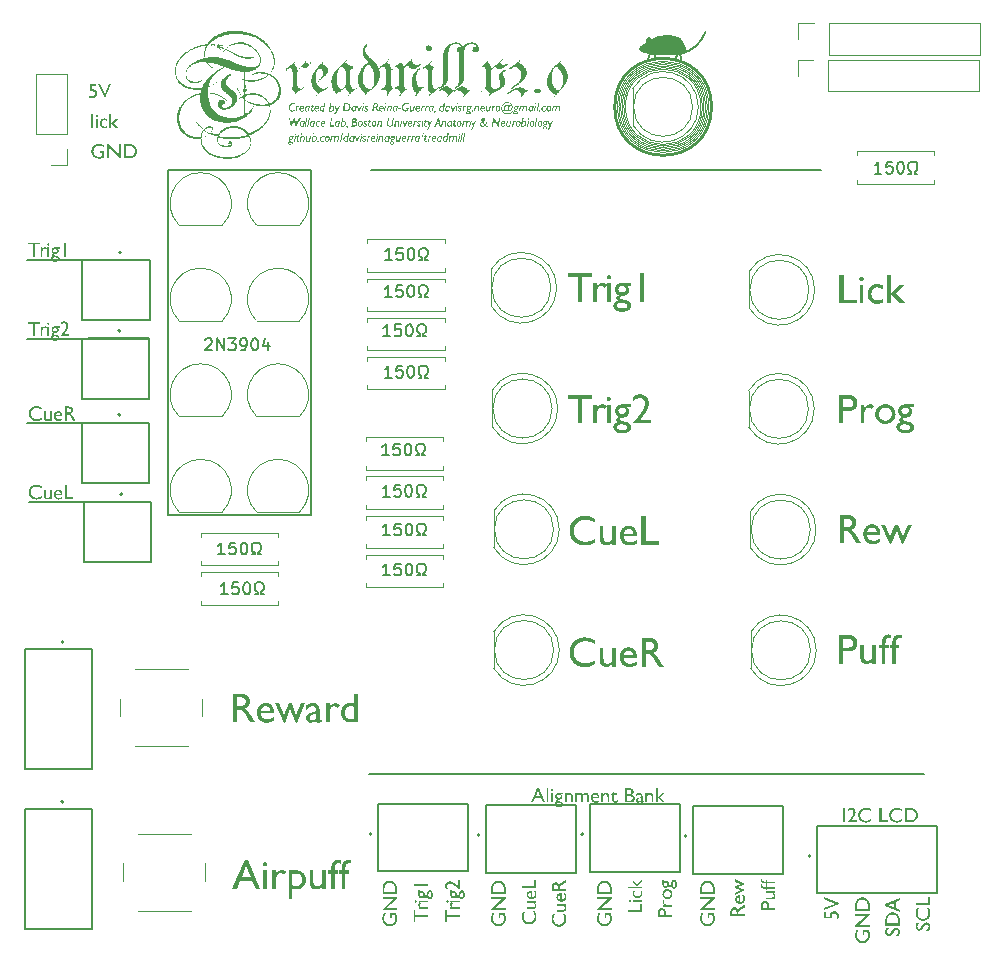
<source format=gbr>
%TF.GenerationSoftware,KiCad,Pcbnew,(7.0.0)*%
%TF.CreationDate,2024-10-28T17:49:38-04:00*%
%TF.ProjectId,Treadmill_V2,54726561-646d-4696-9c6c-5f56322e6b69,rev?*%
%TF.SameCoordinates,Original*%
%TF.FileFunction,Legend,Top*%
%TF.FilePolarity,Positive*%
%FSLAX46Y46*%
G04 Gerber Fmt 4.6, Leading zero omitted, Abs format (unit mm)*
G04 Created by KiCad (PCBNEW (7.0.0)) date 2024-10-28 17:49:38*
%MOMM*%
%LPD*%
G01*
G04 APERTURE LIST*
%ADD10C,0.050800*%
%ADD11C,0.150000*%
%ADD12C,0.127000*%
%ADD13C,0.508000*%
%ADD14C,0.254000*%
%ADD15C,0.120000*%
%ADD16C,0.200000*%
G04 APERTURE END LIST*
D10*
X193794331Y-69456677D02*
G75*
G03*
X193794331Y-69456677I-3194331J0D01*
G01*
X193923377Y-69456677D02*
G75*
G03*
X193923377Y-69456677I-3323377J0D01*
G01*
D11*
G36*
X156508487Y-135680547D02*
G01*
X156150530Y-135680547D01*
X155826073Y-134965872D01*
X154790043Y-134965872D01*
X154482957Y-135680547D01*
X154125000Y-135680547D01*
X154564147Y-134648239D01*
X154925906Y-134648239D01*
X155683386Y-134648239D01*
X155290688Y-133754897D01*
X154925906Y-134648239D01*
X154564147Y-134648239D01*
X155172196Y-133218891D01*
X155417865Y-133218891D01*
X156508487Y-135680547D01*
G37*
G36*
X156883815Y-133417412D02*
G01*
X156912554Y-133419222D01*
X156939678Y-133424653D01*
X156965189Y-133433704D01*
X156989085Y-133446376D01*
X157011368Y-133462668D01*
X157018437Y-133468903D01*
X157037412Y-133489041D01*
X157052461Y-133510837D01*
X157063584Y-133534290D01*
X157070781Y-133559401D01*
X157074053Y-133586169D01*
X157074271Y-133595460D01*
X157072308Y-133622214D01*
X157066419Y-133647572D01*
X157056605Y-133671534D01*
X157042864Y-133694100D01*
X157025198Y-133715270D01*
X157018437Y-133722017D01*
X156996692Y-133739937D01*
X156973334Y-133754150D01*
X156948361Y-133764656D01*
X156921775Y-133771453D01*
X156893574Y-133774543D01*
X156883815Y-133774749D01*
X156856974Y-133772851D01*
X156831355Y-133767159D01*
X156806956Y-133757672D01*
X156783780Y-133744389D01*
X156761824Y-133727312D01*
X156754777Y-133720776D01*
X156735802Y-133699926D01*
X156720753Y-133677854D01*
X156709630Y-133654561D01*
X156702433Y-133630046D01*
X156699161Y-133604310D01*
X156698943Y-133595460D01*
X156700906Y-133569739D01*
X156706795Y-133545151D01*
X156716609Y-133521698D01*
X156730350Y-133499379D01*
X156748016Y-133478194D01*
X156754777Y-133471385D01*
X156776325Y-133453042D01*
X156799095Y-133438495D01*
X156823086Y-133427743D01*
X156848299Y-133420785D01*
X156874733Y-133417623D01*
X156883815Y-133417412D01*
G37*
G36*
X156726860Y-134092382D02*
G01*
X157044493Y-134092382D01*
X157044493Y-135680547D01*
X156726860Y-135680547D01*
X156726860Y-134092382D01*
G37*
G36*
X157839196Y-134092382D02*
G01*
X157839196Y-134426765D01*
X157856566Y-134400709D01*
X157870989Y-134379297D01*
X157885411Y-134358565D01*
X157914251Y-134319139D01*
X157943087Y-134282433D01*
X157971917Y-134248445D01*
X158000743Y-134217177D01*
X158029564Y-134188627D01*
X158058380Y-134162797D01*
X158087191Y-134139686D01*
X158115998Y-134119293D01*
X158144799Y-134101620D01*
X158173596Y-134086665D01*
X158202387Y-134074430D01*
X158231174Y-134064913D01*
X158259956Y-134058116D01*
X158288734Y-134054037D01*
X158317506Y-134052678D01*
X158351375Y-134054188D01*
X158385517Y-134058719D01*
X158419932Y-134066271D01*
X158454619Y-134076843D01*
X158477895Y-134085570D01*
X158501293Y-134095639D01*
X158524811Y-134107050D01*
X158548451Y-134119804D01*
X158572212Y-134133901D01*
X158596094Y-134149340D01*
X158620097Y-134166122D01*
X158644222Y-134184246D01*
X158668467Y-134203713D01*
X158692834Y-134224522D01*
X158525332Y-134489423D01*
X158504722Y-134470191D01*
X158484300Y-134452200D01*
X158464068Y-134435450D01*
X158444024Y-134419941D01*
X158414313Y-134399003D01*
X158385028Y-134380857D01*
X158356168Y-134365503D01*
X158327733Y-134352940D01*
X158299723Y-134343169D01*
X158272139Y-134336190D01*
X158244980Y-134332002D01*
X158218246Y-134330607D01*
X158189758Y-134331910D01*
X158161990Y-134335819D01*
X158134942Y-134342335D01*
X158108614Y-134351457D01*
X158083005Y-134363185D01*
X158058116Y-134377520D01*
X158033947Y-134394461D01*
X158010497Y-134414008D01*
X157987767Y-134436162D01*
X157965757Y-134460922D01*
X157951484Y-134478877D01*
X157931417Y-134507162D01*
X157913323Y-134536419D01*
X157897204Y-134566646D01*
X157883058Y-134597844D01*
X157870886Y-134630012D01*
X157860688Y-134663150D01*
X157852464Y-134697260D01*
X157846214Y-134732339D01*
X157841937Y-134768390D01*
X157839634Y-134805410D01*
X157839196Y-134830630D01*
X157839196Y-135680547D01*
X157520322Y-135680547D01*
X157520322Y-134092382D01*
X157839196Y-134092382D01*
G37*
G36*
X159468159Y-134092589D02*
G01*
X159494320Y-134093211D01*
X159520111Y-134094247D01*
X159545532Y-134095697D01*
X159570584Y-134097562D01*
X159619580Y-134102534D01*
X159667097Y-134109165D01*
X159713135Y-134117453D01*
X159757696Y-134127398D01*
X159800778Y-134139001D01*
X159842382Y-134152262D01*
X159882508Y-134167180D01*
X159921155Y-134183755D01*
X159958325Y-134201989D01*
X159994016Y-134221879D01*
X160028229Y-134243428D01*
X160060963Y-134266634D01*
X160092219Y-134291497D01*
X160107293Y-134304551D01*
X160136141Y-134331731D01*
X160163127Y-134360230D01*
X160188252Y-134390046D01*
X160211517Y-134421182D01*
X160232920Y-134453635D01*
X160252461Y-134487407D01*
X160270142Y-134522497D01*
X160285962Y-134558905D01*
X160299920Y-134596632D01*
X160312018Y-134635677D01*
X160322254Y-134676040D01*
X160330629Y-134717722D01*
X160337143Y-134760722D01*
X160341796Y-134805040D01*
X160344587Y-134850676D01*
X160345518Y-134897631D01*
X160344641Y-134942107D01*
X160342009Y-134985579D01*
X160337623Y-135028048D01*
X160331482Y-135069514D01*
X160323587Y-135109977D01*
X160313937Y-135149436D01*
X160302533Y-135187892D01*
X160289374Y-135225345D01*
X160274461Y-135261795D01*
X160257793Y-135297241D01*
X160239371Y-135331684D01*
X160219194Y-135365124D01*
X160197262Y-135397560D01*
X160173577Y-135428993D01*
X160148136Y-135459423D01*
X160120942Y-135488850D01*
X160092465Y-135516871D01*
X160063024Y-135543085D01*
X160032618Y-135567490D01*
X160001248Y-135590088D01*
X159968913Y-135610878D01*
X159935614Y-135629860D01*
X159901350Y-135647034D01*
X159866122Y-135662400D01*
X159829929Y-135675959D01*
X159792772Y-135687710D01*
X159754650Y-135697653D01*
X159715564Y-135705788D01*
X159675513Y-135712115D01*
X159634498Y-135716635D01*
X159592519Y-135719347D01*
X159549575Y-135720251D01*
X159520549Y-135719651D01*
X159490934Y-135717852D01*
X159460731Y-135714853D01*
X159429939Y-135710654D01*
X159398558Y-135705256D01*
X159366588Y-135698659D01*
X159334029Y-135690861D01*
X159300881Y-135681865D01*
X159267144Y-135671669D01*
X159232819Y-135660273D01*
X159209608Y-135652009D01*
X159209608Y-136514333D01*
X158885151Y-136514333D01*
X158885151Y-134370311D01*
X159209608Y-134370311D01*
X159209608Y-135370978D01*
X159237185Y-135383728D01*
X159265013Y-135395224D01*
X159293092Y-135405466D01*
X159321421Y-135414453D01*
X159350002Y-135422187D01*
X159378833Y-135428666D01*
X159407915Y-135433892D01*
X159437248Y-135437863D01*
X159466831Y-135440580D01*
X159496666Y-135442043D01*
X159516695Y-135442322D01*
X159544294Y-135441711D01*
X159571259Y-135439879D01*
X159597588Y-135436826D01*
X159623283Y-135432551D01*
X159648343Y-135427055D01*
X159672768Y-135420337D01*
X159696558Y-135412398D01*
X159719713Y-135403238D01*
X159753255Y-135387208D01*
X159785369Y-135368429D01*
X159805984Y-135354383D01*
X159825965Y-135339116D01*
X159845310Y-135322628D01*
X159864021Y-135304918D01*
X159882096Y-135285987D01*
X159899375Y-135266018D01*
X159915539Y-135245352D01*
X159930588Y-135223988D01*
X159944522Y-135201926D01*
X159957341Y-135179166D01*
X159969046Y-135155708D01*
X159979636Y-135131552D01*
X159989112Y-135106698D01*
X159997472Y-135081146D01*
X160004718Y-135054896D01*
X160010849Y-135027949D01*
X160015865Y-135000303D01*
X160019767Y-134971960D01*
X160022554Y-134942918D01*
X160024226Y-134913179D01*
X160024783Y-134882742D01*
X160024189Y-134853296D01*
X160022406Y-134824516D01*
X160019434Y-134796401D01*
X160015274Y-134768951D01*
X160009925Y-134742167D01*
X160003387Y-134716047D01*
X159995661Y-134690593D01*
X159986746Y-134665804D01*
X159976643Y-134641680D01*
X159965351Y-134618221D01*
X159957162Y-134602952D01*
X159944169Y-134580737D01*
X159930314Y-134559688D01*
X159910501Y-134533438D01*
X159889156Y-134509263D01*
X159866279Y-134487162D01*
X159841871Y-134467135D01*
X159815932Y-134449183D01*
X159788461Y-134433306D01*
X159774151Y-134426145D01*
X159743471Y-134413058D01*
X159718261Y-134404389D01*
X159691163Y-134396701D01*
X159662180Y-134389994D01*
X159631309Y-134384269D01*
X159598552Y-134379525D01*
X159563909Y-134375763D01*
X159527378Y-134372982D01*
X159501977Y-134371674D01*
X159475737Y-134370801D01*
X159448658Y-134370365D01*
X159434805Y-134370311D01*
X159209608Y-134370311D01*
X158885151Y-134370311D01*
X158885151Y-134092382D01*
X159441629Y-134092382D01*
X159468159Y-134092589D01*
G37*
G36*
X161705384Y-135680547D02*
G01*
X161705384Y-135473961D01*
X161686167Y-135495377D01*
X161666438Y-135515887D01*
X161646197Y-135535493D01*
X161625443Y-135554193D01*
X161604176Y-135571988D01*
X161582397Y-135588879D01*
X161560105Y-135604864D01*
X161537301Y-135619943D01*
X161513984Y-135634118D01*
X161490154Y-135647388D01*
X161473983Y-135655731D01*
X161449678Y-135667262D01*
X161425383Y-135677658D01*
X161401099Y-135686920D01*
X161376827Y-135695048D01*
X161352565Y-135702042D01*
X161328314Y-135707901D01*
X161295996Y-135713950D01*
X161263698Y-135717982D01*
X161231419Y-135719999D01*
X161215286Y-135720251D01*
X161186995Y-135719585D01*
X161159118Y-135717590D01*
X161131655Y-135714264D01*
X161104607Y-135709607D01*
X161077973Y-135703620D01*
X161051754Y-135696303D01*
X161025949Y-135687655D01*
X161000558Y-135677677D01*
X160975582Y-135666369D01*
X160951020Y-135653730D01*
X160934876Y-135644565D01*
X160911459Y-135629899D01*
X160889133Y-135614285D01*
X160867897Y-135597722D01*
X160847752Y-135580210D01*
X160828697Y-135561750D01*
X160810733Y-135542341D01*
X160793859Y-135521983D01*
X160778076Y-135500676D01*
X160763383Y-135478421D01*
X160749781Y-135455216D01*
X160741318Y-135439220D01*
X160729677Y-135413404D01*
X160719181Y-135384578D01*
X160709830Y-135352743D01*
X160701624Y-135317897D01*
X160696789Y-135292995D01*
X160692464Y-135266755D01*
X160688647Y-135239177D01*
X160685339Y-135210262D01*
X160682540Y-135180009D01*
X160680250Y-135148418D01*
X160678469Y-135115490D01*
X160677197Y-135081224D01*
X160676433Y-135045620D01*
X160676179Y-135008678D01*
X160676179Y-134092382D01*
X160993191Y-134092382D01*
X160993191Y-134995030D01*
X160993475Y-135025618D01*
X160994326Y-135055032D01*
X160995743Y-135083274D01*
X160997728Y-135110343D01*
X161000280Y-135136239D01*
X161003399Y-135160962D01*
X161009140Y-135195847D01*
X161016157Y-135228093D01*
X161024451Y-135257700D01*
X161034020Y-135284669D01*
X161044865Y-135308998D01*
X161056986Y-135330688D01*
X161065775Y-135343682D01*
X161085618Y-135366801D01*
X161108853Y-135386837D01*
X161135481Y-135403791D01*
X161165501Y-135417662D01*
X161190243Y-135426042D01*
X161216893Y-135432689D01*
X161245452Y-135437602D01*
X161275918Y-135440781D01*
X161308294Y-135442225D01*
X161319510Y-135442322D01*
X161347625Y-135441457D01*
X161375208Y-135438861D01*
X161402257Y-135434536D01*
X161428773Y-135428480D01*
X161454757Y-135420693D01*
X161480207Y-135411177D01*
X161505123Y-135399930D01*
X161529507Y-135386953D01*
X161553358Y-135372246D01*
X161576675Y-135355808D01*
X161599460Y-135337640D01*
X161621711Y-135317742D01*
X161643429Y-135296114D01*
X161664614Y-135272755D01*
X161685265Y-135247666D01*
X161705384Y-135220847D01*
X161705384Y-134092382D01*
X162023017Y-134092382D01*
X162023017Y-135680547D01*
X161705384Y-135680547D01*
G37*
G36*
X162496364Y-134092382D02*
G01*
X162496364Y-133995603D01*
X162497007Y-133947374D01*
X162498933Y-133900705D01*
X162502144Y-133855597D01*
X162506639Y-133812049D01*
X162512419Y-133770062D01*
X162519483Y-133729636D01*
X162527832Y-133690770D01*
X162537464Y-133653465D01*
X162548382Y-133617721D01*
X162560583Y-133583537D01*
X162574069Y-133550914D01*
X162588839Y-133519852D01*
X162604894Y-133490350D01*
X162622233Y-133462409D01*
X162640857Y-133436028D01*
X162660764Y-133411208D01*
X162681646Y-133387920D01*
X162703037Y-133366134D01*
X162724937Y-133345850D01*
X162747346Y-133327069D01*
X162770263Y-133309791D01*
X162793690Y-133294015D01*
X162817625Y-133279741D01*
X162842069Y-133266970D01*
X162867023Y-133255702D01*
X162892485Y-133245936D01*
X162918456Y-133237672D01*
X162944936Y-133230911D01*
X162971925Y-133225652D01*
X162999422Y-133221896D01*
X163027429Y-133219642D01*
X163055944Y-133218891D01*
X163081477Y-133219347D01*
X163108134Y-133220714D01*
X163135915Y-133222992D01*
X163164821Y-133226181D01*
X163194851Y-133230281D01*
X163226005Y-133235292D01*
X163258284Y-133241215D01*
X163283231Y-133246255D01*
X163291688Y-133248049D01*
X163291688Y-133536524D01*
X163267830Y-133525086D01*
X163244335Y-133515586D01*
X163216622Y-133506746D01*
X163189432Y-133500697D01*
X163162766Y-133497440D01*
X163145279Y-133496820D01*
X163111269Y-133497769D01*
X163079267Y-133500615D01*
X163049270Y-133505359D01*
X163021281Y-133512000D01*
X162995298Y-133520539D01*
X162971321Y-133530975D01*
X162949351Y-133543308D01*
X162923179Y-133562705D01*
X162900574Y-133585475D01*
X162885961Y-133604766D01*
X162873100Y-133626372D01*
X162861505Y-133650945D01*
X162851174Y-133678484D01*
X162842108Y-133708989D01*
X162834307Y-133742460D01*
X162827772Y-133778898D01*
X162824117Y-133804837D01*
X162821025Y-133832095D01*
X162818495Y-133860671D01*
X162816527Y-133890565D01*
X162815122Y-133921778D01*
X162814279Y-133954309D01*
X162813997Y-133988159D01*
X162813997Y-134092382D01*
X163099991Y-134092382D01*
X163099991Y-134370311D01*
X162813997Y-134370311D01*
X162813997Y-135680547D01*
X162496364Y-135680547D01*
X162496364Y-134370311D01*
X162266205Y-134370311D01*
X162266205Y-134092382D01*
X162496364Y-134092382D01*
G37*
G36*
X163384744Y-134092382D02*
G01*
X163384744Y-133995603D01*
X163385386Y-133947374D01*
X163387313Y-133900705D01*
X163390524Y-133855597D01*
X163395019Y-133812049D01*
X163400799Y-133770062D01*
X163407863Y-133729636D01*
X163416211Y-133690770D01*
X163425844Y-133653465D01*
X163436761Y-133617721D01*
X163448963Y-133583537D01*
X163462449Y-133550914D01*
X163477219Y-133519852D01*
X163493274Y-133490350D01*
X163510613Y-133462409D01*
X163529236Y-133436028D01*
X163549144Y-133411208D01*
X163570026Y-133387920D01*
X163591417Y-133366134D01*
X163613317Y-133345850D01*
X163635725Y-133327069D01*
X163658643Y-133309791D01*
X163682069Y-133294015D01*
X163706005Y-133279741D01*
X163730449Y-133266970D01*
X163755402Y-133255702D01*
X163780864Y-133245936D01*
X163806835Y-133237672D01*
X163833315Y-133230911D01*
X163860304Y-133225652D01*
X163887802Y-133221896D01*
X163915808Y-133219642D01*
X163944324Y-133218891D01*
X163969856Y-133219347D01*
X163996513Y-133220714D01*
X164024294Y-133222992D01*
X164053200Y-133226181D01*
X164083230Y-133230281D01*
X164114385Y-133235292D01*
X164146664Y-133241215D01*
X164171611Y-133246255D01*
X164180067Y-133248049D01*
X164180067Y-133536524D01*
X164156209Y-133525086D01*
X164132715Y-133515586D01*
X164105002Y-133506746D01*
X164077812Y-133500697D01*
X164051145Y-133497440D01*
X164033658Y-133496820D01*
X163999649Y-133497769D01*
X163967646Y-133500615D01*
X163937650Y-133505359D01*
X163909660Y-133512000D01*
X163883677Y-133520539D01*
X163859701Y-133530975D01*
X163837731Y-133543308D01*
X163811559Y-133562705D01*
X163788954Y-133585475D01*
X163774341Y-133604766D01*
X163761480Y-133626372D01*
X163749884Y-133650945D01*
X163739554Y-133678484D01*
X163730488Y-133708989D01*
X163722687Y-133742460D01*
X163716151Y-133778898D01*
X163712497Y-133804837D01*
X163709405Y-133832095D01*
X163706875Y-133860671D01*
X163704907Y-133890565D01*
X163703501Y-133921778D01*
X163702658Y-133954309D01*
X163702377Y-133988159D01*
X163702377Y-134092382D01*
X163988371Y-134092382D01*
X163988371Y-134370311D01*
X163702377Y-134370311D01*
X163702377Y-135680547D01*
X163384744Y-135680547D01*
X163384744Y-134370311D01*
X163154584Y-134370311D01*
X163154584Y-134092382D01*
X163384744Y-134092382D01*
G37*
G36*
X154860317Y-119134296D02*
G01*
X154904817Y-119136397D01*
X154948120Y-119139898D01*
X154990225Y-119144801D01*
X155031134Y-119151104D01*
X155070845Y-119158808D01*
X155109359Y-119167912D01*
X155146677Y-119178418D01*
X155182797Y-119190323D01*
X155217719Y-119203630D01*
X155251445Y-119218337D01*
X155283974Y-119234445D01*
X155315305Y-119251954D01*
X155345439Y-119270863D01*
X155374377Y-119291173D01*
X155402117Y-119312884D01*
X155428410Y-119335712D01*
X155453007Y-119359529D01*
X155475908Y-119384334D01*
X155497112Y-119410128D01*
X155516620Y-119436911D01*
X155534431Y-119464683D01*
X155550547Y-119493443D01*
X155564966Y-119523192D01*
X155577688Y-119553930D01*
X155588714Y-119585656D01*
X155598044Y-119618371D01*
X155605678Y-119652075D01*
X155611615Y-119686768D01*
X155615856Y-119722449D01*
X155618400Y-119759119D01*
X155619249Y-119796778D01*
X155618832Y-119822613D01*
X155617581Y-119848008D01*
X155615497Y-119872961D01*
X155610808Y-119909564D01*
X155604243Y-119945174D01*
X155595803Y-119979792D01*
X155585487Y-120013418D01*
X155573295Y-120046052D01*
X155559227Y-120077693D01*
X155543284Y-120108341D01*
X155525465Y-120137998D01*
X155512544Y-120157217D01*
X155491835Y-120184929D01*
X155469491Y-120211299D01*
X155445510Y-120236328D01*
X155419894Y-120260016D01*
X155392643Y-120282362D01*
X155363755Y-120303367D01*
X155333232Y-120323030D01*
X155301073Y-120341353D01*
X155278725Y-120352822D01*
X155255650Y-120363696D01*
X155231848Y-120373973D01*
X155207318Y-120383655D01*
X155229254Y-120398696D01*
X155251091Y-120414741D01*
X155272831Y-120431790D01*
X155294472Y-120449841D01*
X155316015Y-120468896D01*
X155337459Y-120488954D01*
X155358806Y-120510015D01*
X155380055Y-120532080D01*
X155401205Y-120555148D01*
X155422257Y-120579219D01*
X155436237Y-120595824D01*
X155457971Y-120622810D01*
X155473345Y-120642740D01*
X155489426Y-120664220D01*
X155506215Y-120687252D01*
X155523712Y-120711834D01*
X155541916Y-120737967D01*
X155560828Y-120765652D01*
X155580447Y-120794887D01*
X155600774Y-120825673D01*
X155621809Y-120858010D01*
X155643551Y-120891898D01*
X155666001Y-120927337D01*
X155689159Y-120964327D01*
X155713024Y-121002868D01*
X155737596Y-121042960D01*
X155750148Y-121063588D01*
X155765849Y-121089394D01*
X155781157Y-121114391D01*
X155796073Y-121138578D01*
X155810596Y-121161956D01*
X155824727Y-121184525D01*
X155838465Y-121206284D01*
X155851810Y-121227234D01*
X155871092Y-121257141D01*
X155889491Y-121285227D01*
X155907006Y-121311492D01*
X155923638Y-121335936D01*
X155939387Y-121358558D01*
X155954252Y-121379359D01*
X156083290Y-121555547D01*
X155668258Y-121555547D01*
X155561554Y-121393008D01*
X155547362Y-121371864D01*
X155541081Y-121363230D01*
X155472840Y-121266451D01*
X155364894Y-121086542D01*
X155247643Y-120894225D01*
X155227561Y-120866277D01*
X155207796Y-120839430D01*
X155188347Y-120813685D01*
X155169214Y-120789042D01*
X155150397Y-120765500D01*
X155131897Y-120743059D01*
X155113712Y-120721719D01*
X155095844Y-120701481D01*
X155078293Y-120682345D01*
X155061057Y-120664310D01*
X155049743Y-120652898D01*
X155027525Y-120631195D01*
X155005851Y-120611062D01*
X154984719Y-120592499D01*
X154964131Y-120575506D01*
X154944085Y-120560084D01*
X154919791Y-120543015D01*
X154896345Y-120528399D01*
X154887204Y-120523239D01*
X154862292Y-120511801D01*
X154832533Y-120502302D01*
X154805237Y-120496098D01*
X154774838Y-120491135D01*
X154750004Y-120488227D01*
X154723424Y-120486017D01*
X154695100Y-120484505D01*
X154665032Y-120483690D01*
X154644016Y-120483535D01*
X154553441Y-120483535D01*
X154553441Y-121555547D01*
X154204169Y-121555547D01*
X154204169Y-119451228D01*
X154553441Y-119451228D01*
X154553441Y-120165902D01*
X154686202Y-120165902D01*
X154718665Y-120165738D01*
X154749829Y-120165243D01*
X154779695Y-120164419D01*
X154808261Y-120163266D01*
X154835529Y-120161783D01*
X154861497Y-120159970D01*
X154898015Y-120156633D01*
X154931609Y-120152555D01*
X154962282Y-120147735D01*
X154990031Y-120142173D01*
X155014859Y-120135870D01*
X155043415Y-120126312D01*
X155049743Y-120123717D01*
X155073714Y-120112502D01*
X155096310Y-120099949D01*
X155117529Y-120086058D01*
X155137371Y-120070830D01*
X155160238Y-120049913D01*
X155180955Y-120026906D01*
X155195980Y-120006996D01*
X155202976Y-119996540D01*
X155215916Y-119974923D01*
X155227132Y-119952570D01*
X155236622Y-119929481D01*
X155244386Y-119905654D01*
X155250425Y-119881091D01*
X155254738Y-119855792D01*
X155257327Y-119829755D01*
X155258189Y-119802982D01*
X155257230Y-119776480D01*
X155254351Y-119750638D01*
X155249553Y-119725454D01*
X155242835Y-119700930D01*
X155234198Y-119677065D01*
X155223642Y-119653859D01*
X155211167Y-119631312D01*
X155196772Y-119609424D01*
X155180788Y-119588516D01*
X155163233Y-119569216D01*
X155144108Y-119551526D01*
X155123412Y-119535444D01*
X155101147Y-119520972D01*
X155077311Y-119508109D01*
X155051904Y-119496855D01*
X155024928Y-119487210D01*
X154995043Y-119478777D01*
X154969640Y-119473190D01*
X154941674Y-119468235D01*
X154911145Y-119463913D01*
X154878053Y-119460224D01*
X154842399Y-119457167D01*
X154817206Y-119455480D01*
X154790874Y-119454075D01*
X154763403Y-119452950D01*
X154734793Y-119452107D01*
X154705044Y-119451545D01*
X154674156Y-119451263D01*
X154658285Y-119451228D01*
X154553441Y-119451228D01*
X154204169Y-119451228D01*
X154204169Y-119133595D01*
X154814620Y-119133595D01*
X154860317Y-119134296D01*
G37*
G36*
X157004276Y-119928562D02*
G01*
X157042694Y-119931216D01*
X157080098Y-119935638D01*
X157116489Y-119941830D01*
X157151868Y-119949791D01*
X157186233Y-119959520D01*
X157219586Y-119971019D01*
X157251925Y-119984287D01*
X157283252Y-119999324D01*
X157313566Y-120016130D01*
X157342866Y-120034705D01*
X157371154Y-120055049D01*
X157398429Y-120077162D01*
X157424691Y-120101044D01*
X157449939Y-120126695D01*
X157474175Y-120154115D01*
X157497238Y-120183018D01*
X157518813Y-120213119D01*
X157538901Y-120244416D01*
X157557500Y-120276911D01*
X157574611Y-120310603D01*
X157590234Y-120345492D01*
X157604370Y-120381578D01*
X157617017Y-120418861D01*
X157628177Y-120457341D01*
X157637848Y-120497019D01*
X157646032Y-120537893D01*
X157652728Y-120579965D01*
X157657935Y-120623234D01*
X157661655Y-120667700D01*
X157663887Y-120713363D01*
X157664631Y-120760223D01*
X157664631Y-120801168D01*
X156535545Y-120801168D01*
X156537603Y-120830338D01*
X156540673Y-120858757D01*
X156544756Y-120886424D01*
X156549853Y-120913340D01*
X156555962Y-120939505D01*
X156563084Y-120964919D01*
X156571219Y-120989581D01*
X156580367Y-121013492D01*
X156590529Y-121036652D01*
X156601703Y-121059061D01*
X156613890Y-121080718D01*
X156634069Y-121111796D01*
X156656528Y-121141183D01*
X156681267Y-121168880D01*
X156690019Y-121177737D01*
X156717387Y-121202682D01*
X156746216Y-121225174D01*
X156776507Y-121245212D01*
X156808259Y-121262796D01*
X156841472Y-121277927D01*
X156876147Y-121290604D01*
X156900075Y-121297693D01*
X156924652Y-121303690D01*
X156949879Y-121308598D01*
X156975756Y-121312415D01*
X157002282Y-121315141D01*
X157029457Y-121316777D01*
X157057282Y-121317322D01*
X157096332Y-121316546D01*
X157135004Y-121314220D01*
X157173297Y-121310343D01*
X157211213Y-121304914D01*
X157248751Y-121297935D01*
X157285910Y-121289405D01*
X157322692Y-121279324D01*
X157359095Y-121267692D01*
X157395121Y-121254509D01*
X157430768Y-121239775D01*
X157466038Y-121223490D01*
X157500929Y-121205654D01*
X157535442Y-121186267D01*
X157569578Y-121165329D01*
X157603335Y-121142841D01*
X157636714Y-121118801D01*
X157636714Y-121419684D01*
X157609284Y-121436896D01*
X157581898Y-121453170D01*
X157554555Y-121468506D01*
X157527256Y-121482904D01*
X157500001Y-121496365D01*
X157472789Y-121508887D01*
X157445621Y-121520472D01*
X157418497Y-121531119D01*
X157391416Y-121540828D01*
X157364378Y-121549600D01*
X157346378Y-121554926D01*
X157318950Y-121562133D01*
X157290638Y-121568630D01*
X157261444Y-121574419D01*
X157231366Y-121579499D01*
X157200404Y-121583870D01*
X157168560Y-121587532D01*
X157135832Y-121590486D01*
X157102221Y-121592730D01*
X157067726Y-121594266D01*
X157032348Y-121595093D01*
X157008272Y-121595251D01*
X156975552Y-121594819D01*
X156943617Y-121593525D01*
X156912468Y-121591368D01*
X156882103Y-121588349D01*
X156852524Y-121584467D01*
X156823730Y-121579722D01*
X156795721Y-121574114D01*
X156768497Y-121567644D01*
X156742058Y-121560311D01*
X156716404Y-121552115D01*
X156691536Y-121543057D01*
X156667453Y-121533135D01*
X156644155Y-121522351D01*
X156621642Y-121510705D01*
X156599914Y-121498196D01*
X156578972Y-121484824D01*
X156548835Y-121463453D01*
X156519844Y-121440753D01*
X156491998Y-121416721D01*
X156465297Y-121391360D01*
X156439741Y-121364668D01*
X156415330Y-121336646D01*
X156399692Y-121317225D01*
X156384563Y-121297213D01*
X156369943Y-121276610D01*
X156355832Y-121255415D01*
X156342230Y-121233629D01*
X156329137Y-121211252D01*
X156316552Y-121188283D01*
X156304608Y-121164714D01*
X156293433Y-121140689D01*
X156283030Y-121116208D01*
X156273397Y-121091272D01*
X156264535Y-121065880D01*
X156256443Y-121040033D01*
X156249123Y-121013730D01*
X156242572Y-120986971D01*
X156236793Y-120959757D01*
X156231784Y-120932087D01*
X156227545Y-120903962D01*
X156224077Y-120875381D01*
X156221380Y-120846344D01*
X156219454Y-120816852D01*
X156218298Y-120786904D01*
X156217912Y-120756501D01*
X156218724Y-120711054D01*
X156221160Y-120666682D01*
X156225219Y-120623387D01*
X156228010Y-120602648D01*
X156542369Y-120602648D01*
X157350720Y-120602648D01*
X157347614Y-120567706D01*
X157342949Y-120534302D01*
X157336724Y-120502436D01*
X157328939Y-120472107D01*
X157319596Y-120443316D01*
X157308692Y-120416062D01*
X157296230Y-120390346D01*
X157282207Y-120366168D01*
X157266626Y-120343527D01*
X157249485Y-120322424D01*
X157237191Y-120309209D01*
X157217615Y-120290694D01*
X157196806Y-120274001D01*
X157174765Y-120259128D01*
X157151492Y-120246076D01*
X157126987Y-120234846D01*
X157101249Y-120225437D01*
X157074279Y-120217849D01*
X157046077Y-120212082D01*
X157016642Y-120208136D01*
X156985975Y-120206011D01*
X156964846Y-120205607D01*
X156933287Y-120206517D01*
X156902818Y-120209249D01*
X156873440Y-120213802D01*
X156845152Y-120220176D01*
X156817955Y-120228371D01*
X156791848Y-120238387D01*
X156766832Y-120250225D01*
X156742906Y-120263883D01*
X156720071Y-120279363D01*
X156698326Y-120296664D01*
X156684436Y-120309209D01*
X156664634Y-120329287D01*
X156646173Y-120350903D01*
X156629054Y-120374056D01*
X156613276Y-120398747D01*
X156598840Y-120424976D01*
X156585745Y-120452742D01*
X156573991Y-120482046D01*
X156563578Y-120512887D01*
X156554507Y-120545266D01*
X156546777Y-120579182D01*
X156542369Y-120602648D01*
X156228010Y-120602648D01*
X156230901Y-120581167D01*
X156238208Y-120540024D01*
X156247138Y-120499956D01*
X156257692Y-120460964D01*
X156269869Y-120423049D01*
X156283670Y-120386209D01*
X156299094Y-120350445D01*
X156316143Y-120315757D01*
X156334815Y-120282146D01*
X156355110Y-120249610D01*
X156377029Y-120218150D01*
X156400572Y-120187766D01*
X156425739Y-120158458D01*
X156452199Y-120130512D01*
X156479624Y-120104369D01*
X156508014Y-120080029D01*
X156537368Y-120057492D01*
X156567686Y-120036757D01*
X156598969Y-120017826D01*
X156631217Y-120000698D01*
X156664428Y-119985373D01*
X156698605Y-119971850D01*
X156733746Y-119960131D01*
X156769851Y-119950215D01*
X156806921Y-119942101D01*
X156844956Y-119935791D01*
X156883955Y-119931284D01*
X156923918Y-119928579D01*
X156964846Y-119927678D01*
X157004276Y-119928562D01*
G37*
G36*
X159976155Y-119967382D02*
G01*
X160316742Y-119967382D01*
X159608272Y-121595251D01*
X159509011Y-121595251D01*
X159032562Y-120480433D01*
X158564798Y-121595251D01*
X158461815Y-121595251D01*
X157746521Y-119967382D01*
X158086487Y-119967382D01*
X158507103Y-120937651D01*
X158915311Y-119967382D01*
X159151054Y-119967382D01*
X159557401Y-120937651D01*
X159976155Y-119967382D01*
G37*
G36*
X160967348Y-119928221D02*
G01*
X160998633Y-119929849D01*
X161029114Y-119932563D01*
X161058790Y-119936363D01*
X161087662Y-119941248D01*
X161115729Y-119947220D01*
X161142992Y-119954276D01*
X161169450Y-119962419D01*
X161195104Y-119971647D01*
X161219953Y-119981961D01*
X161243997Y-119993360D01*
X161267237Y-120005845D01*
X161289672Y-120019416D01*
X161311303Y-120034072D01*
X161332129Y-120049814D01*
X161352151Y-120066642D01*
X161371533Y-120084439D01*
X161390130Y-120104330D01*
X161407941Y-120126315D01*
X161424968Y-120150393D01*
X161438557Y-120172058D01*
X161446448Y-120185754D01*
X161458695Y-120208840D01*
X161469458Y-120231956D01*
X161478736Y-120255102D01*
X161487911Y-120282917D01*
X161494948Y-120310776D01*
X161499180Y-120334025D01*
X161502576Y-120360351D01*
X161504878Y-120386102D01*
X161506812Y-120416020D01*
X161508021Y-120441195D01*
X161509022Y-120468714D01*
X161509816Y-120498577D01*
X161510403Y-120530785D01*
X161510783Y-120565338D01*
X161510956Y-120602235D01*
X161510967Y-120615055D01*
X161510967Y-121312979D01*
X161512930Y-121341441D01*
X161520182Y-121367205D01*
X161537358Y-121388551D01*
X161563366Y-121396648D01*
X161566801Y-121396730D01*
X161595130Y-121394830D01*
X161624327Y-121390177D01*
X161652123Y-121384167D01*
X161676627Y-121377964D01*
X161703149Y-121370519D01*
X161731686Y-121361834D01*
X161746711Y-121357026D01*
X161746711Y-121497851D01*
X161720383Y-121511403D01*
X161695374Y-121523830D01*
X161671684Y-121535132D01*
X161643924Y-121547679D01*
X161618225Y-121558469D01*
X161594585Y-121567502D01*
X161573005Y-121574778D01*
X161548338Y-121581736D01*
X161523191Y-121587254D01*
X161497564Y-121591332D01*
X161471457Y-121593971D01*
X161444871Y-121595171D01*
X161435902Y-121595251D01*
X161411043Y-121594713D01*
X161376209Y-121591888D01*
X161344319Y-121586643D01*
X161315373Y-121578977D01*
X161289372Y-121568889D01*
X161266315Y-121556381D01*
X161246202Y-121541452D01*
X161223966Y-121517781D01*
X161206963Y-121489806D01*
X161197647Y-121466000D01*
X161195196Y-121457527D01*
X161169813Y-121474204D01*
X161144228Y-121489806D01*
X161118438Y-121504331D01*
X161092446Y-121517781D01*
X161066249Y-121530155D01*
X161039849Y-121541452D01*
X161013246Y-121551674D01*
X160986439Y-121560820D01*
X160959428Y-121568889D01*
X160932214Y-121575883D01*
X160904796Y-121581801D01*
X160877175Y-121586643D01*
X160849350Y-121590409D01*
X160821322Y-121593099D01*
X160793090Y-121594713D01*
X160764654Y-121595251D01*
X160733738Y-121594275D01*
X160703804Y-121591347D01*
X160674851Y-121586467D01*
X160646879Y-121579635D01*
X160619889Y-121570851D01*
X160593881Y-121560115D01*
X160568854Y-121547426D01*
X160544808Y-121532786D01*
X160521744Y-121516194D01*
X160499661Y-121497650D01*
X160485484Y-121484203D01*
X160465528Y-121462880D01*
X160447535Y-121440554D01*
X160431504Y-121417224D01*
X160417437Y-121392891D01*
X160405332Y-121367555D01*
X160395191Y-121341216D01*
X160387012Y-121313873D01*
X160380796Y-121285527D01*
X160376543Y-121256178D01*
X160374253Y-121225826D01*
X160373817Y-121205034D01*
X160374771Y-121176708D01*
X160375113Y-121173394D01*
X160689588Y-121173394D01*
X160691133Y-121203341D01*
X160695768Y-121231530D01*
X160703492Y-121257963D01*
X160714307Y-121282639D01*
X160728211Y-121305558D01*
X160745204Y-121326720D01*
X160752867Y-121334692D01*
X160773744Y-121352565D01*
X160796439Y-121367408D01*
X160820951Y-121379221D01*
X160847281Y-121388006D01*
X160875428Y-121393761D01*
X160905392Y-121396488D01*
X160917887Y-121396730D01*
X160946184Y-121395640D01*
X160974077Y-121392368D01*
X161001567Y-121386915D01*
X161028653Y-121379282D01*
X161055336Y-121369467D01*
X161081616Y-121357472D01*
X161107492Y-121343295D01*
X161132964Y-121326938D01*
X161158033Y-121308399D01*
X161182698Y-121287679D01*
X161198918Y-121272655D01*
X161198918Y-120801168D01*
X160986129Y-120882438D01*
X160956492Y-120894430D01*
X160928535Y-120906443D01*
X160902258Y-120918479D01*
X160877660Y-120930536D01*
X160854741Y-120942615D01*
X160826795Y-120958755D01*
X160801834Y-120974933D01*
X160779859Y-120991150D01*
X160760870Y-121007406D01*
X160756589Y-121011476D01*
X160737287Y-121032605D01*
X160721257Y-121055278D01*
X160708498Y-121079496D01*
X160699010Y-121105260D01*
X160692795Y-121132568D01*
X160689850Y-121161421D01*
X160689588Y-121173394D01*
X160375113Y-121173394D01*
X160377633Y-121148960D01*
X160382404Y-121121790D01*
X160389084Y-121095198D01*
X160397671Y-121069184D01*
X160408168Y-121043748D01*
X160420572Y-121018890D01*
X160434885Y-120994610D01*
X160451106Y-120970907D01*
X160469236Y-120947783D01*
X160482383Y-120932688D01*
X160503662Y-120910674D01*
X160526555Y-120889533D01*
X160551063Y-120869264D01*
X160577184Y-120849868D01*
X160604919Y-120831344D01*
X160634268Y-120813692D01*
X160665231Y-120796913D01*
X160697808Y-120781006D01*
X160731999Y-120765972D01*
X160755690Y-120756433D01*
X160780098Y-120747283D01*
X160792571Y-120742853D01*
X161198918Y-120602648D01*
X161198918Y-120512073D01*
X161197786Y-120474962D01*
X161194391Y-120440245D01*
X161188733Y-120407922D01*
X161180811Y-120377994D01*
X161170625Y-120350460D01*
X161158177Y-120325320D01*
X161143464Y-120302574D01*
X161126489Y-120282223D01*
X161107250Y-120264266D01*
X161085748Y-120248703D01*
X161061982Y-120235535D01*
X161035953Y-120224761D01*
X161007660Y-120216381D01*
X160977104Y-120210395D01*
X160944285Y-120206804D01*
X160909202Y-120205607D01*
X160876765Y-120206692D01*
X160844440Y-120209949D01*
X160812227Y-120215377D01*
X160780125Y-120222977D01*
X160748134Y-120232748D01*
X160716255Y-120244690D01*
X160684487Y-120258804D01*
X160652831Y-120275089D01*
X160621286Y-120293545D01*
X160589853Y-120314172D01*
X160558531Y-120336971D01*
X160527321Y-120361941D01*
X160496222Y-120389083D01*
X160465235Y-120418396D01*
X160434359Y-120449880D01*
X160403595Y-120483535D01*
X160403595Y-120142328D01*
X160427336Y-120116335D01*
X160452343Y-120092019D01*
X160478614Y-120069380D01*
X160506151Y-120048419D01*
X160534952Y-120029134D01*
X160565019Y-120011525D01*
X160596350Y-119995594D01*
X160628947Y-119981340D01*
X160662808Y-119968763D01*
X160697934Y-119957863D01*
X160734326Y-119948640D01*
X160771982Y-119941093D01*
X160810904Y-119935224D01*
X160851090Y-119931032D01*
X160892541Y-119928516D01*
X160935258Y-119927678D01*
X160967348Y-119928221D01*
G37*
G36*
X162359023Y-119967382D02*
G01*
X162359023Y-120301765D01*
X162376393Y-120275709D01*
X162390816Y-120254297D01*
X162405238Y-120233565D01*
X162434078Y-120194139D01*
X162462914Y-120157433D01*
X162491744Y-120123445D01*
X162520570Y-120092177D01*
X162549391Y-120063627D01*
X162578207Y-120037797D01*
X162607018Y-120014686D01*
X162635824Y-119994293D01*
X162664626Y-119976620D01*
X162693423Y-119961665D01*
X162722214Y-119949430D01*
X162751001Y-119939913D01*
X162779783Y-119933116D01*
X162808561Y-119929037D01*
X162837333Y-119927678D01*
X162871202Y-119929188D01*
X162905344Y-119933719D01*
X162939759Y-119941271D01*
X162974446Y-119951843D01*
X162997722Y-119960570D01*
X163021120Y-119970639D01*
X163044638Y-119982050D01*
X163068278Y-119994804D01*
X163092039Y-120008901D01*
X163115921Y-120024340D01*
X163139924Y-120041122D01*
X163164049Y-120059246D01*
X163188294Y-120078713D01*
X163212661Y-120099522D01*
X163045159Y-120364423D01*
X163024549Y-120345191D01*
X163004127Y-120327200D01*
X162983895Y-120310450D01*
X162963851Y-120294941D01*
X162934140Y-120274003D01*
X162904855Y-120255857D01*
X162875995Y-120240503D01*
X162847560Y-120227940D01*
X162819550Y-120218169D01*
X162791966Y-120211190D01*
X162764807Y-120207002D01*
X162738073Y-120205607D01*
X162709585Y-120206910D01*
X162681817Y-120210819D01*
X162654769Y-120217335D01*
X162628441Y-120226457D01*
X162602832Y-120238185D01*
X162577943Y-120252520D01*
X162553774Y-120269461D01*
X162530324Y-120289008D01*
X162507594Y-120311162D01*
X162485584Y-120335922D01*
X162471311Y-120353877D01*
X162451244Y-120382162D01*
X162433150Y-120411419D01*
X162417031Y-120441646D01*
X162402885Y-120472844D01*
X162390713Y-120505012D01*
X162380515Y-120538150D01*
X162372291Y-120572260D01*
X162366041Y-120607339D01*
X162361764Y-120643390D01*
X162359461Y-120680410D01*
X162359023Y-120705630D01*
X162359023Y-121555547D01*
X162040149Y-121555547D01*
X162040149Y-119967382D01*
X162359023Y-119967382D01*
G37*
G36*
X164789039Y-121555547D02*
G01*
X164110346Y-121555547D01*
X164066397Y-121554674D01*
X164023571Y-121552057D01*
X163981870Y-121547695D01*
X163941294Y-121541588D01*
X163901842Y-121533736D01*
X163863514Y-121524140D01*
X163826311Y-121512799D01*
X163790232Y-121499713D01*
X163755278Y-121484882D01*
X163721448Y-121468306D01*
X163688742Y-121449986D01*
X163657161Y-121429920D01*
X163626704Y-121408110D01*
X163597372Y-121384555D01*
X163569164Y-121359255D01*
X163542081Y-121332211D01*
X163516464Y-121303698D01*
X163492499Y-121273992D01*
X163470188Y-121243095D01*
X163449529Y-121211005D01*
X163430522Y-121177722D01*
X163413169Y-121143248D01*
X163397468Y-121107581D01*
X163383420Y-121070722D01*
X163371024Y-121032671D01*
X163360282Y-120993427D01*
X163351192Y-120952991D01*
X163343754Y-120911363D01*
X163337970Y-120868542D01*
X163333838Y-120824529D01*
X163331359Y-120779324D01*
X163331174Y-120768909D01*
X163651888Y-120768909D01*
X163652365Y-120798873D01*
X163653797Y-120827970D01*
X163656184Y-120856200D01*
X163659526Y-120883562D01*
X163663823Y-120910057D01*
X163669074Y-120935683D01*
X163675280Y-120960443D01*
X163682441Y-120984335D01*
X163694973Y-121018546D01*
X163709653Y-121050805D01*
X163726481Y-121081112D01*
X163745458Y-121109466D01*
X163766583Y-121135869D01*
X163774102Y-121144237D01*
X163792539Y-121163129D01*
X163811247Y-121180412D01*
X163835014Y-121199754D01*
X163859205Y-121216581D01*
X163883820Y-121230894D01*
X163908860Y-121242692D01*
X163929196Y-121250321D01*
X163957983Y-121258185D01*
X163985614Y-121263516D01*
X164017335Y-121267995D01*
X164043811Y-121270794D01*
X164072588Y-121273113D01*
X164103665Y-121274952D01*
X164137044Y-121276311D01*
X164172723Y-121277191D01*
X164197788Y-121277511D01*
X164223875Y-121277618D01*
X164470165Y-121277618D01*
X164470165Y-120280672D01*
X164442332Y-120267257D01*
X164414433Y-120255162D01*
X164386469Y-120244386D01*
X164358439Y-120234929D01*
X164330344Y-120226792D01*
X164302183Y-120219975D01*
X164273957Y-120214477D01*
X164245666Y-120210298D01*
X164217309Y-120207439D01*
X164188887Y-120205900D01*
X164169903Y-120205607D01*
X164140655Y-120206203D01*
X164112159Y-120207991D01*
X164084414Y-120210972D01*
X164057420Y-120215145D01*
X164031178Y-120220510D01*
X164005687Y-120227068D01*
X163980947Y-120234818D01*
X163956958Y-120243760D01*
X163933721Y-120253894D01*
X163911234Y-120265221D01*
X163889499Y-120277740D01*
X163868516Y-120291451D01*
X163848283Y-120306355D01*
X163828802Y-120322451D01*
X163810072Y-120339739D01*
X163792093Y-120358219D01*
X163775115Y-120377635D01*
X163759232Y-120397885D01*
X163744445Y-120418968D01*
X163730753Y-120440884D01*
X163718157Y-120463635D01*
X163706655Y-120487219D01*
X163696250Y-120511636D01*
X163686939Y-120536888D01*
X163678724Y-120562973D01*
X163671604Y-120589891D01*
X163665580Y-120617643D01*
X163660651Y-120646229D01*
X163656817Y-120675649D01*
X163654079Y-120705902D01*
X163652436Y-120736988D01*
X163651888Y-120768909D01*
X163331174Y-120768909D01*
X163330533Y-120732927D01*
X163331400Y-120689447D01*
X163334003Y-120646946D01*
X163338341Y-120605425D01*
X163344414Y-120564882D01*
X163352222Y-120525319D01*
X163361765Y-120486734D01*
X163373043Y-120449129D01*
X163386056Y-120412502D01*
X163400805Y-120376855D01*
X163417288Y-120342186D01*
X163435507Y-120308497D01*
X163455461Y-120275787D01*
X163477150Y-120244055D01*
X163500574Y-120213303D01*
X163525733Y-120183530D01*
X163552628Y-120154736D01*
X163580947Y-120127240D01*
X163610226Y-120101519D01*
X163640464Y-120077571D01*
X163671662Y-120055398D01*
X163703820Y-120034998D01*
X163736938Y-120016372D01*
X163771015Y-119999520D01*
X163806051Y-119984442D01*
X163842048Y-119971138D01*
X163879004Y-119959608D01*
X163916920Y-119949851D01*
X163955795Y-119941869D01*
X163995630Y-119935660D01*
X164036425Y-119931225D01*
X164078179Y-119928565D01*
X164120893Y-119927678D01*
X164151265Y-119928294D01*
X164182128Y-119930142D01*
X164213482Y-119933223D01*
X164245327Y-119937536D01*
X164277662Y-119943081D01*
X164310488Y-119949859D01*
X164343805Y-119957868D01*
X164377612Y-119967110D01*
X164411911Y-119977585D01*
X164446700Y-119989291D01*
X164470165Y-119997780D01*
X164470165Y-119133595D01*
X164789039Y-119133595D01*
X164789039Y-121555547D01*
G37*
X209086904Y-75104727D02*
X208515476Y-75104727D01*
X208801190Y-75104727D02*
X208801190Y-74104727D01*
X208801190Y-74104727D02*
X208705952Y-74247585D01*
X208705952Y-74247585D02*
X208610714Y-74342823D01*
X208610714Y-74342823D02*
X208515476Y-74390442D01*
X209991666Y-74104727D02*
X209515476Y-74104727D01*
X209515476Y-74104727D02*
X209467857Y-74580918D01*
X209467857Y-74580918D02*
X209515476Y-74533299D01*
X209515476Y-74533299D02*
X209610714Y-74485680D01*
X209610714Y-74485680D02*
X209848809Y-74485680D01*
X209848809Y-74485680D02*
X209944047Y-74533299D01*
X209944047Y-74533299D02*
X209991666Y-74580918D01*
X209991666Y-74580918D02*
X210039285Y-74676156D01*
X210039285Y-74676156D02*
X210039285Y-74914251D01*
X210039285Y-74914251D02*
X209991666Y-75009489D01*
X209991666Y-75009489D02*
X209944047Y-75057108D01*
X209944047Y-75057108D02*
X209848809Y-75104727D01*
X209848809Y-75104727D02*
X209610714Y-75104727D01*
X209610714Y-75104727D02*
X209515476Y-75057108D01*
X209515476Y-75057108D02*
X209467857Y-75009489D01*
X210658333Y-74104727D02*
X210753571Y-74104727D01*
X210753571Y-74104727D02*
X210848809Y-74152347D01*
X210848809Y-74152347D02*
X210896428Y-74199966D01*
X210896428Y-74199966D02*
X210944047Y-74295204D01*
X210944047Y-74295204D02*
X210991666Y-74485680D01*
X210991666Y-74485680D02*
X210991666Y-74723775D01*
X210991666Y-74723775D02*
X210944047Y-74914251D01*
X210944047Y-74914251D02*
X210896428Y-75009489D01*
X210896428Y-75009489D02*
X210848809Y-75057108D01*
X210848809Y-75057108D02*
X210753571Y-75104727D01*
X210753571Y-75104727D02*
X210658333Y-75104727D01*
X210658333Y-75104727D02*
X210563095Y-75057108D01*
X210563095Y-75057108D02*
X210515476Y-75009489D01*
X210515476Y-75009489D02*
X210467857Y-74914251D01*
X210467857Y-74914251D02*
X210420238Y-74723775D01*
X210420238Y-74723775D02*
X210420238Y-74485680D01*
X210420238Y-74485680D02*
X210467857Y-74295204D01*
X210467857Y-74295204D02*
X210515476Y-74199966D01*
X210515476Y-74199966D02*
X210563095Y-74152347D01*
X210563095Y-74152347D02*
X210658333Y-74104727D01*
X211372619Y-75104727D02*
X211610714Y-75104727D01*
X211610714Y-75104727D02*
X211610714Y-74914251D01*
X211610714Y-74914251D02*
X211515476Y-74866632D01*
X211515476Y-74866632D02*
X211420238Y-74771394D01*
X211420238Y-74771394D02*
X211372619Y-74628537D01*
X211372619Y-74628537D02*
X211372619Y-74390442D01*
X211372619Y-74390442D02*
X211420238Y-74247585D01*
X211420238Y-74247585D02*
X211515476Y-74152347D01*
X211515476Y-74152347D02*
X211658333Y-74104727D01*
X211658333Y-74104727D02*
X211848809Y-74104727D01*
X211848809Y-74104727D02*
X211991666Y-74152347D01*
X211991666Y-74152347D02*
X212086904Y-74247585D01*
X212086904Y-74247585D02*
X212134523Y-74390442D01*
X212134523Y-74390442D02*
X212134523Y-74628537D01*
X212134523Y-74628537D02*
X212086904Y-74771394D01*
X212086904Y-74771394D02*
X211991666Y-74866632D01*
X211991666Y-74866632D02*
X211896428Y-74914251D01*
X211896428Y-74914251D02*
X211896428Y-75104727D01*
X211896428Y-75104727D02*
X212134523Y-75104727D01*
D10*
X194059780Y-69456677D02*
G75*
G03*
X194059780Y-69456677I-3459780J0D01*
G01*
X194195816Y-69456677D02*
G75*
G03*
X194195816Y-69456677I-3595816J0D01*
G01*
X194469682Y-69456677D02*
G75*
G03*
X194469682Y-69456677I-3869682J0D01*
G01*
X194339502Y-69456677D02*
G75*
G03*
X194339502Y-69456677I-3739502J0D01*
G01*
D11*
G36*
X154013873Y-66771079D02*
G01*
X153959590Y-66810162D01*
X153873586Y-66863428D01*
X153799048Y-66920085D01*
X153735978Y-66980136D01*
X153673267Y-67059970D01*
X153628473Y-67145105D01*
X153601596Y-67235542D01*
X153592637Y-67331279D01*
X153601361Y-67421102D01*
X153627531Y-67511439D01*
X153666462Y-67594008D01*
X153718302Y-67666476D01*
X153788154Y-67740127D01*
X153866219Y-67810865D01*
X153944103Y-67875177D01*
X154014806Y-67930139D01*
X154052957Y-67958790D01*
X154128071Y-68015414D01*
X154195993Y-68070206D01*
X154270780Y-68136119D01*
X154334329Y-68199170D01*
X154395754Y-68271053D01*
X154446962Y-68349706D01*
X154452480Y-68360484D01*
X154490478Y-68446658D01*
X154517619Y-68533647D01*
X154533904Y-68621449D01*
X154539332Y-68710066D01*
X154533361Y-68807742D01*
X154515448Y-68902092D01*
X154485592Y-68993118D01*
X154443794Y-69080819D01*
X154390054Y-69165195D01*
X154324372Y-69246246D01*
X154246747Y-69323973D01*
X154157180Y-69398374D01*
X154086156Y-69450372D01*
X153993417Y-69511745D01*
X153902918Y-69564027D01*
X153814657Y-69607215D01*
X153728635Y-69641312D01*
X153644853Y-69666316D01*
X153543274Y-69684785D01*
X153464530Y-69689331D01*
X153377253Y-69684522D01*
X153281218Y-69666755D01*
X153191418Y-69635896D01*
X153107852Y-69591946D01*
X153051979Y-69552538D01*
X152984295Y-69490405D01*
X152927298Y-69413798D01*
X152892014Y-69331221D01*
X152878443Y-69242671D01*
X152878273Y-69231183D01*
X152883905Y-69143143D01*
X152906785Y-69049600D01*
X152957471Y-68961560D01*
X153033501Y-68899932D01*
X153116219Y-68868751D01*
X153216537Y-68855912D01*
X153238712Y-68855545D01*
X153329982Y-68866654D01*
X153411440Y-68903464D01*
X153436302Y-68922856D01*
X153493299Y-68993966D01*
X153512299Y-69077019D01*
X153478972Y-69164016D01*
X153407980Y-69217281D01*
X153322789Y-69251344D01*
X153310366Y-69255067D01*
X153273453Y-69272438D01*
X153290909Y-69360309D01*
X153338377Y-69435948D01*
X153364649Y-69463514D01*
X153438001Y-69519748D01*
X153521393Y-69549603D01*
X153536183Y-69550367D01*
X153629278Y-69539239D01*
X153712073Y-69511245D01*
X153796114Y-69466211D01*
X153869141Y-69414049D01*
X153918335Y-69372319D01*
X153986223Y-69305245D01*
X154047673Y-69226221D01*
X154090005Y-69146366D01*
X154114975Y-69054085D01*
X154118096Y-69007537D01*
X154111570Y-68913835D01*
X154091990Y-68820821D01*
X154063627Y-68738718D01*
X154035586Y-68677497D01*
X153987955Y-68602079D01*
X153928770Y-68532309D01*
X153866503Y-68470551D01*
X153792469Y-68405507D01*
X153706665Y-68337176D01*
X153629550Y-68280145D01*
X153552434Y-68223216D01*
X153482850Y-68168594D01*
X153406462Y-68103560D01*
X153341842Y-68042131D01*
X153279832Y-67973175D01*
X153228905Y-67899287D01*
X153223513Y-67889308D01*
X153187415Y-67809512D01*
X153159133Y-67718444D01*
X153143904Y-67626001D01*
X153141003Y-67563610D01*
X153146533Y-67473704D01*
X153163123Y-67386376D01*
X153190774Y-67301627D01*
X153229484Y-67219456D01*
X153279255Y-67139864D01*
X153340086Y-67062850D01*
X153411977Y-66988414D01*
X153494928Y-66916557D01*
X153579508Y-66849891D01*
X153656284Y-66792113D01*
X153741281Y-66732391D01*
X153827184Y-66679058D01*
X153914410Y-66639059D01*
X153953076Y-66632114D01*
X154013873Y-66771079D01*
G37*
G36*
X154414863Y-63020498D02*
G01*
X154540316Y-63024875D01*
X154663818Y-63032169D01*
X154785370Y-63042381D01*
X154904971Y-63055511D01*
X155022620Y-63071558D01*
X155138320Y-63090523D01*
X155252068Y-63112406D01*
X155363865Y-63137207D01*
X155473712Y-63164925D01*
X155581608Y-63195561D01*
X155687553Y-63229115D01*
X155791547Y-63265586D01*
X155893591Y-63304975D01*
X155993683Y-63347282D01*
X156091825Y-63392506D01*
X156187864Y-63439928D01*
X156281103Y-63489368D01*
X156371544Y-63540826D01*
X156459185Y-63594303D01*
X156544028Y-63649799D01*
X156626072Y-63707314D01*
X156705316Y-63766847D01*
X156781762Y-63828399D01*
X156855409Y-63891969D01*
X156926256Y-63957558D01*
X156994305Y-64025166D01*
X157059555Y-64094792D01*
X157122006Y-64166437D01*
X157181658Y-64240101D01*
X157238511Y-64315783D01*
X157292565Y-64393484D01*
X157343574Y-64471805D01*
X157391292Y-64549887D01*
X157435719Y-64627732D01*
X157476855Y-64705340D01*
X157532389Y-64821306D01*
X157580519Y-64936738D01*
X157621244Y-65051636D01*
X157654564Y-65165999D01*
X157680480Y-65279828D01*
X157698992Y-65393122D01*
X157710098Y-65505882D01*
X157713801Y-65618108D01*
X157709984Y-65729062D01*
X157698534Y-65837191D01*
X157679450Y-65942496D01*
X157652732Y-66044976D01*
X157618381Y-66144632D01*
X157576397Y-66241463D01*
X157526779Y-66335470D01*
X157469527Y-66426653D01*
X157404642Y-66515011D01*
X157332123Y-66600545D01*
X157279537Y-66655999D01*
X157363646Y-66695502D01*
X157444167Y-66738288D01*
X157521100Y-66784357D01*
X157594446Y-66833708D01*
X157664204Y-66886341D01*
X157751633Y-66961625D01*
X157832685Y-67042744D01*
X157907358Y-67129698D01*
X157975652Y-67222488D01*
X157991729Y-67246597D01*
X158051271Y-67344816D01*
X158102874Y-67446223D01*
X158146538Y-67550820D01*
X158182263Y-67658605D01*
X158210049Y-67769580D01*
X158229896Y-67883744D01*
X158239571Y-67971460D01*
X158244781Y-68060969D01*
X158245774Y-68121639D01*
X158241770Y-68219823D01*
X158229760Y-68315701D01*
X158209743Y-68409271D01*
X158181720Y-68500534D01*
X158145690Y-68589490D01*
X158101652Y-68676140D01*
X158049609Y-68760482D01*
X157989558Y-68842517D01*
X157922417Y-68920413D01*
X157849101Y-68993424D01*
X157769610Y-69061549D01*
X157683945Y-69124788D01*
X157592105Y-69183142D01*
X157494090Y-69236611D01*
X157389901Y-69285194D01*
X157307707Y-69318426D01*
X157279537Y-69328892D01*
X157313379Y-69417297D01*
X157338909Y-69511521D01*
X157356127Y-69611562D01*
X157364269Y-69701944D01*
X157366390Y-69780527D01*
X157362191Y-69897924D01*
X157349596Y-70013986D01*
X157328604Y-70128712D01*
X157299214Y-70242102D01*
X157261428Y-70354156D01*
X157215245Y-70464874D01*
X157160666Y-70574256D01*
X157097689Y-70682302D01*
X157026315Y-70789013D01*
X156974068Y-70859411D01*
X156918089Y-70929216D01*
X156888699Y-70963895D01*
X156827801Y-71032521D01*
X156763984Y-71099433D01*
X156697250Y-71164632D01*
X156627598Y-71228118D01*
X156555029Y-71289890D01*
X156479542Y-71349949D01*
X156401137Y-71408295D01*
X156319814Y-71464927D01*
X156235573Y-71519846D01*
X156148415Y-71573052D01*
X156058340Y-71624545D01*
X155965346Y-71674324D01*
X155869435Y-71722390D01*
X155770606Y-71768742D01*
X155668859Y-71813382D01*
X155564195Y-71856307D01*
X155611735Y-71938994D01*
X155651217Y-72022846D01*
X155682642Y-72107865D01*
X155706009Y-72194049D01*
X155721319Y-72281400D01*
X155728571Y-72369918D01*
X155729215Y-72405651D01*
X155723948Y-72515364D01*
X155708147Y-72622215D01*
X155681811Y-72726203D01*
X155644941Y-72827328D01*
X155597537Y-72925591D01*
X155539598Y-73020991D01*
X155471125Y-73113529D01*
X155392118Y-73203204D01*
X155302576Y-73290016D01*
X155202501Y-73373966D01*
X155129931Y-73428342D01*
X155054478Y-73480403D01*
X154977396Y-73529105D01*
X154898686Y-73574448D01*
X154818347Y-73616433D01*
X154736380Y-73655059D01*
X154652784Y-73690326D01*
X154567560Y-73722234D01*
X154480707Y-73750783D01*
X154392226Y-73775974D01*
X154302116Y-73797806D01*
X154210378Y-73816279D01*
X154117011Y-73831393D01*
X154022016Y-73843149D01*
X153925392Y-73851546D01*
X153827140Y-73856584D01*
X153727259Y-73858264D01*
X153609219Y-73856457D01*
X153493401Y-73851037D01*
X153379806Y-73842004D01*
X153268432Y-73829358D01*
X153159281Y-73813098D01*
X153052352Y-73793226D01*
X152947645Y-73769740D01*
X152845161Y-73742641D01*
X152744898Y-73711929D01*
X152646858Y-73677603D01*
X152551040Y-73639664D01*
X152457445Y-73598112D01*
X152366071Y-73552947D01*
X152276920Y-73504169D01*
X152189991Y-73451777D01*
X152105284Y-73395773D01*
X152024300Y-73336825D01*
X151948542Y-73275604D01*
X151878008Y-73212110D01*
X151812699Y-73146342D01*
X151752614Y-73078302D01*
X151697754Y-73007989D01*
X151648119Y-72935402D01*
X151603709Y-72860542D01*
X151546890Y-72743991D01*
X151501827Y-72622325D01*
X151478316Y-72538373D01*
X151460029Y-72452148D01*
X151446967Y-72363650D01*
X151439130Y-72272878D01*
X151436518Y-72179834D01*
X151346985Y-72190309D01*
X151314924Y-72190691D01*
X151214509Y-72188697D01*
X151116282Y-72182718D01*
X151020244Y-72172752D01*
X150926393Y-72158799D01*
X150834732Y-72140861D01*
X150807697Y-72134236D01*
X151514685Y-72134236D01*
X151517272Y-72222438D01*
X151530853Y-72350637D01*
X151556076Y-72473912D01*
X151592940Y-72592264D01*
X151641444Y-72705692D01*
X151701590Y-72814196D01*
X151773377Y-72917777D01*
X151856806Y-73016434D01*
X151918892Y-73079470D01*
X151986152Y-73140318D01*
X152058586Y-73198978D01*
X152136193Y-73255449D01*
X152176937Y-73282864D01*
X152260643Y-73335714D01*
X152346198Y-73385153D01*
X152433603Y-73431184D01*
X152522856Y-73473804D01*
X152613958Y-73513015D01*
X152706909Y-73548817D01*
X152801709Y-73581208D01*
X152898358Y-73610190D01*
X152996856Y-73635763D01*
X153097203Y-73657925D01*
X153199400Y-73676679D01*
X153303445Y-73692022D01*
X153409339Y-73703956D01*
X153517082Y-73712480D01*
X153626674Y-73717594D01*
X153738116Y-73719299D01*
X153837343Y-73717815D01*
X153934722Y-73713362D01*
X154030251Y-73705940D01*
X154123932Y-73695550D01*
X154215763Y-73682192D01*
X154305746Y-73665864D01*
X154393879Y-73646568D01*
X154480164Y-73624304D01*
X154564599Y-73599071D01*
X154647186Y-73570869D01*
X154767599Y-73523000D01*
X154883851Y-73468452D01*
X154995943Y-73407225D01*
X155103875Y-73339318D01*
X155204765Y-73267162D01*
X155295732Y-73192373D01*
X155376774Y-73114949D01*
X155447894Y-73034893D01*
X155509089Y-72952202D01*
X155560361Y-72866878D01*
X155601710Y-72778921D01*
X155633134Y-72688330D01*
X155654635Y-72595105D01*
X155666213Y-72499247D01*
X155668418Y-72433878D01*
X155663075Y-72344439D01*
X155647044Y-72253625D01*
X155620327Y-72161437D01*
X155582923Y-72067875D01*
X155543589Y-71988858D01*
X155516426Y-71940989D01*
X155429191Y-71971226D01*
X155341736Y-71999513D01*
X155254061Y-72025848D01*
X155166165Y-72050233D01*
X155078048Y-72072668D01*
X154989711Y-72093151D01*
X154901154Y-72111683D01*
X154812376Y-72128265D01*
X154723377Y-72142896D01*
X154634158Y-72155576D01*
X154544718Y-72166306D01*
X154455058Y-72175084D01*
X154365177Y-72181912D01*
X154275076Y-72186789D01*
X154184754Y-72189715D01*
X154094212Y-72190691D01*
X153977177Y-72189507D01*
X153862203Y-72185958D01*
X153749290Y-72180042D01*
X153638439Y-72171759D01*
X153529648Y-72161111D01*
X153422918Y-72148095D01*
X153318250Y-72132714D01*
X153215642Y-72114966D01*
X153115096Y-72094851D01*
X153016610Y-72072371D01*
X152952098Y-72056069D01*
X152926865Y-72139605D01*
X152915763Y-72230623D01*
X152915186Y-72258001D01*
X152924745Y-72353071D01*
X152953421Y-72438789D01*
X153001216Y-72515156D01*
X153068128Y-72582173D01*
X153114947Y-72616269D01*
X153193649Y-72660544D01*
X153278305Y-72695658D01*
X153368915Y-72721612D01*
X153465479Y-72738406D01*
X153567998Y-72746039D01*
X153603494Y-72746548D01*
X153697132Y-72743020D01*
X153792742Y-72730615D01*
X153878047Y-72709280D01*
X153929192Y-72690094D01*
X154009904Y-72644394D01*
X154059573Y-72573012D01*
X154061642Y-72553301D01*
X154014887Y-72478626D01*
X153953076Y-72468619D01*
X153976867Y-72552334D01*
X153976961Y-72559815D01*
X153901565Y-72607537D01*
X153896622Y-72607584D01*
X153811911Y-72576944D01*
X153788056Y-72499018D01*
X153803535Y-72409705D01*
X153862975Y-72346194D01*
X153946562Y-72329655D01*
X154034730Y-72345113D01*
X154103304Y-72405990D01*
X154127350Y-72490150D01*
X154128953Y-72525074D01*
X154114958Y-72612181D01*
X154072974Y-72691655D01*
X154011257Y-72756654D01*
X153985646Y-72776947D01*
X153908021Y-72824444D01*
X153818454Y-72858371D01*
X153730287Y-72876925D01*
X153632976Y-72885089D01*
X153603494Y-72885513D01*
X153510301Y-72880901D01*
X153420713Y-72867065D01*
X153334730Y-72844005D01*
X153252351Y-72811722D01*
X153173577Y-72770214D01*
X153098408Y-72719483D01*
X153069349Y-72696608D01*
X153003669Y-72634554D01*
X152949121Y-72566456D01*
X152898358Y-72476762D01*
X152863625Y-72378365D01*
X152846927Y-72289721D01*
X152841361Y-72195033D01*
X152845723Y-72105560D01*
X152860430Y-72014975D01*
X152878273Y-71951846D01*
X152833965Y-71940989D01*
X152975983Y-71940989D01*
X153086618Y-71966943D01*
X153199221Y-71989436D01*
X153284965Y-72004036D01*
X153371816Y-72016688D01*
X153459773Y-72027394D01*
X153548838Y-72036154D01*
X153639009Y-72042967D01*
X153730287Y-72047833D01*
X153822672Y-72050753D01*
X153916164Y-72051726D01*
X154016528Y-72050793D01*
X154116231Y-72047994D01*
X154215272Y-72043329D01*
X154313651Y-72036798D01*
X154411369Y-72028401D01*
X154508425Y-72018139D01*
X154604820Y-72006010D01*
X154700553Y-71992015D01*
X154795624Y-71976154D01*
X154890034Y-71958427D01*
X154983783Y-71938835D01*
X155076870Y-71917376D01*
X155169295Y-71894051D01*
X155261058Y-71868860D01*
X155352161Y-71841804D01*
X155442601Y-71812881D01*
X155374334Y-71728944D01*
X155299811Y-71650838D01*
X155219034Y-71578563D01*
X155149908Y-71524942D01*
X155076778Y-71475052D01*
X154999646Y-71428895D01*
X154918510Y-71386469D01*
X154897600Y-71376446D01*
X154814174Y-71339296D01*
X154731087Y-71307100D01*
X154648339Y-71279856D01*
X154545382Y-71252768D01*
X154442955Y-71233419D01*
X154341057Y-71221810D01*
X154239690Y-71217940D01*
X154139436Y-71221027D01*
X154040608Y-71230289D01*
X153943204Y-71245726D01*
X153847224Y-71267337D01*
X153752670Y-71295123D01*
X153659541Y-71329084D01*
X153567837Y-71369220D01*
X153477557Y-71415530D01*
X153391824Y-71466963D01*
X153312673Y-71522467D01*
X153240103Y-71582043D01*
X153174116Y-71645690D01*
X153114710Y-71713408D01*
X153061886Y-71785197D01*
X153015643Y-71861057D01*
X152975983Y-71940989D01*
X152833965Y-71940989D01*
X152790350Y-71930302D01*
X152698928Y-71903669D01*
X152604007Y-71871948D01*
X152505587Y-71835137D01*
X152424332Y-71802025D01*
X152340838Y-71765655D01*
X152255105Y-71726028D01*
X152183214Y-71788929D01*
X152105420Y-71846265D01*
X152021722Y-71898038D01*
X151932121Y-71944246D01*
X151836617Y-71984890D01*
X151735210Y-72019971D01*
X151627899Y-72049487D01*
X151514685Y-72073439D01*
X151514685Y-72134236D01*
X150807697Y-72134236D01*
X150745258Y-72118935D01*
X150657973Y-72093024D01*
X150572876Y-72063126D01*
X150489967Y-72029241D01*
X150409246Y-71991370D01*
X150330714Y-71949513D01*
X150254370Y-71903669D01*
X150180215Y-71853839D01*
X150108247Y-71800023D01*
X150038468Y-71742220D01*
X149970877Y-71680431D01*
X149906459Y-71615775D01*
X149846196Y-71548828D01*
X149790090Y-71479592D01*
X149738139Y-71408066D01*
X149690345Y-71334249D01*
X149646706Y-71258143D01*
X149607224Y-71179747D01*
X149571898Y-71099060D01*
X149540727Y-71016083D01*
X149513713Y-70930817D01*
X149490855Y-70843260D01*
X149472153Y-70753413D01*
X149457606Y-70661276D01*
X149447216Y-70566849D01*
X149440982Y-70470132D01*
X149439177Y-70384153D01*
X149634323Y-70384153D01*
X149636257Y-70473813D01*
X149642058Y-70561489D01*
X149658012Y-70689281D01*
X149682669Y-70812607D01*
X149716027Y-70931468D01*
X149758088Y-71045863D01*
X149808851Y-71155792D01*
X149868316Y-71261256D01*
X149936484Y-71362254D01*
X150013354Y-71458786D01*
X150098926Y-71550853D01*
X150129384Y-71580550D01*
X150224135Y-71664754D01*
X150322741Y-71740676D01*
X150425203Y-71808316D01*
X150531519Y-71867673D01*
X150641690Y-71918748D01*
X150755716Y-71961540D01*
X150873597Y-71996050D01*
X150995333Y-72022278D01*
X151120924Y-72040223D01*
X151250369Y-72049886D01*
X151338808Y-72051726D01*
X151436518Y-72051726D01*
X151437524Y-72040870D01*
X151514685Y-72040870D01*
X151606898Y-72022719D01*
X151696804Y-71998665D01*
X151784404Y-71968707D01*
X151869696Y-71932846D01*
X151952681Y-71891083D01*
X152033359Y-71843415D01*
X152111730Y-71789845D01*
X152187794Y-71730371D01*
X152097387Y-71680117D01*
X152010187Y-71630321D01*
X151926192Y-71580983D01*
X151845404Y-71532102D01*
X151767822Y-71483680D01*
X151742674Y-71467641D01*
X151685581Y-71544040D01*
X151636440Y-71625316D01*
X151595251Y-71711469D01*
X151562013Y-71802499D01*
X151536727Y-71898406D01*
X151519392Y-71999190D01*
X151514685Y-72040870D01*
X151437524Y-72040870D01*
X151445644Y-71953270D01*
X151461081Y-71858750D01*
X151482828Y-71768166D01*
X151510885Y-71681516D01*
X151545253Y-71598803D01*
X151585932Y-71520024D01*
X151632920Y-71445182D01*
X151656841Y-71413358D01*
X151777415Y-71413358D01*
X151851312Y-71461248D01*
X151938029Y-71514378D01*
X152022608Y-71562774D01*
X152105051Y-71606438D01*
X152185355Y-71645369D01*
X152224706Y-71663060D01*
X152293237Y-71596771D01*
X152350946Y-71521521D01*
X152389591Y-71437514D01*
X152400583Y-71363418D01*
X152372186Y-71274767D01*
X152296265Y-71229447D01*
X152198651Y-71217940D01*
X152103537Y-71227291D01*
X152010085Y-71255344D01*
X151931307Y-71294275D01*
X151853750Y-71346947D01*
X151777415Y-71413358D01*
X151656841Y-71413358D01*
X151686219Y-71374275D01*
X151612293Y-71315615D01*
X151542505Y-71257973D01*
X151461091Y-71187353D01*
X151386145Y-71118322D01*
X151317665Y-71050882D01*
X151255654Y-70985032D01*
X151210700Y-70933497D01*
X151152406Y-70863574D01*
X151093441Y-70788392D01*
X151045197Y-70714296D01*
X151039166Y-70694652D01*
X151052194Y-70657739D01*
X151076079Y-70688138D01*
X151143763Y-70778519D01*
X151215450Y-70866186D01*
X151291141Y-70951139D01*
X151370835Y-71033378D01*
X151454533Y-71112902D01*
X151519933Y-71170764D01*
X151587585Y-71227100D01*
X151657490Y-71281909D01*
X151729646Y-71335191D01*
X151799821Y-71261379D01*
X151873284Y-71200077D01*
X151950032Y-71151286D01*
X152030068Y-71115006D01*
X152130449Y-71087983D01*
X152217715Y-71079226D01*
X152235563Y-71078975D01*
X152328629Y-71088015D01*
X152414697Y-71126202D01*
X152466011Y-71203682D01*
X152474408Y-71267880D01*
X152463687Y-71355954D01*
X152431525Y-71444300D01*
X152385793Y-71521825D01*
X152323646Y-71599558D01*
X152302874Y-71621805D01*
X152391932Y-71655456D01*
X152482686Y-71687199D01*
X152575137Y-71717033D01*
X152669284Y-71744960D01*
X152765127Y-71770977D01*
X152862667Y-71795086D01*
X152902158Y-71804196D01*
X152942158Y-71723755D01*
X152989418Y-71647454D01*
X153043938Y-71575291D01*
X153105719Y-71507268D01*
X153174760Y-71443384D01*
X153251062Y-71383639D01*
X153334624Y-71328032D01*
X153425446Y-71276565D01*
X153521289Y-71230255D01*
X153618829Y-71190120D01*
X153718065Y-71156159D01*
X153818997Y-71128373D01*
X153921626Y-71106761D01*
X154025951Y-71091325D01*
X154131973Y-71082063D01*
X154239690Y-71078975D01*
X154333566Y-71081384D01*
X154426288Y-71088611D01*
X154517857Y-71100655D01*
X154608272Y-71117516D01*
X154697533Y-71139195D01*
X154785641Y-71165692D01*
X154872596Y-71197007D01*
X154958397Y-71233139D01*
X155041959Y-71274157D01*
X155121110Y-71319042D01*
X155195851Y-71367795D01*
X155266181Y-71420415D01*
X155347892Y-71491630D01*
X155422711Y-71568888D01*
X155490639Y-71652189D01*
X155503398Y-71669574D01*
X155608843Y-71632823D01*
X155711302Y-71594223D01*
X155810775Y-71553773D01*
X155907263Y-71511475D01*
X156000766Y-71467328D01*
X156091283Y-71421331D01*
X156178814Y-71373486D01*
X156263360Y-71323792D01*
X156344920Y-71272248D01*
X156423494Y-71218856D01*
X156499083Y-71163614D01*
X156571687Y-71106524D01*
X156641305Y-71047584D01*
X156707937Y-70986796D01*
X156771584Y-70924159D01*
X156832245Y-70859672D01*
X156889565Y-70794024D01*
X156968610Y-70693643D01*
X157039335Y-70590971D01*
X157101739Y-70486010D01*
X157155823Y-70378759D01*
X157201586Y-70269218D01*
X157239028Y-70157386D01*
X157268150Y-70043265D01*
X157288952Y-69926853D01*
X157301432Y-69808152D01*
X157305593Y-69687160D01*
X157300784Y-69591416D01*
X157288434Y-69501408D01*
X157268485Y-69406786D01*
X157244796Y-69320207D01*
X157150725Y-69351199D01*
X157052532Y-69375779D01*
X156950217Y-69393947D01*
X156861806Y-69404189D01*
X156770532Y-69409977D01*
X156695452Y-69411402D01*
X156602391Y-69409367D01*
X156509940Y-69403260D01*
X156418100Y-69393082D01*
X156326871Y-69378833D01*
X156236252Y-69360512D01*
X156146244Y-69338120D01*
X156056847Y-69311657D01*
X155968060Y-69281123D01*
X155966191Y-69280463D01*
X155943766Y-69376808D01*
X155909969Y-69479841D01*
X155866668Y-69581539D01*
X155813863Y-69681901D01*
X155751554Y-69780927D01*
X155679741Y-69878618D01*
X155598425Y-69974972D01*
X155538934Y-70038466D01*
X155475220Y-70101367D01*
X155407281Y-70163673D01*
X155335119Y-70225386D01*
X155258732Y-70286505D01*
X155218955Y-70316842D01*
X155137709Y-70375476D01*
X155054647Y-70430328D01*
X154969771Y-70481396D01*
X154883079Y-70528682D01*
X154794573Y-70572184D01*
X154704251Y-70611904D01*
X154612114Y-70647841D01*
X154518162Y-70679995D01*
X154422395Y-70708367D01*
X154324813Y-70732955D01*
X154225416Y-70753761D01*
X154124203Y-70770784D01*
X154021176Y-70784024D01*
X153916333Y-70793481D01*
X153809676Y-70799155D01*
X153701203Y-70801047D01*
X153579779Y-70798867D01*
X153460865Y-70792327D01*
X153344462Y-70781428D01*
X153230570Y-70766170D01*
X153119188Y-70746551D01*
X153010317Y-70722574D01*
X152903956Y-70694236D01*
X152800106Y-70661539D01*
X152698766Y-70624483D01*
X152599937Y-70583066D01*
X152503619Y-70537291D01*
X152409811Y-70487155D01*
X152318514Y-70432660D01*
X152229728Y-70373806D01*
X152143452Y-70310591D01*
X152059686Y-70243018D01*
X151979754Y-70171500D01*
X151904980Y-70096454D01*
X151835362Y-70017879D01*
X151770901Y-69935776D01*
X151711597Y-69850145D01*
X151657449Y-69760985D01*
X151608459Y-69668297D01*
X151564625Y-69572080D01*
X151525949Y-69472335D01*
X151492429Y-69369062D01*
X151464066Y-69262260D01*
X151440860Y-69151930D01*
X151422811Y-69038071D01*
X151409919Y-68920684D01*
X151402184Y-68799769D01*
X151399605Y-68675325D01*
X151401145Y-68581093D01*
X151407557Y-68490848D01*
X151412633Y-68458193D01*
X151412633Y-68382197D01*
X151413853Y-68373291D01*
X151412633Y-68373512D01*
X151312405Y-68395089D01*
X151214738Y-68419652D01*
X151119632Y-68447201D01*
X151027088Y-68477735D01*
X150937106Y-68511255D01*
X150849685Y-68547760D01*
X150764825Y-68587251D01*
X150682527Y-68629728D01*
X150602791Y-68675190D01*
X150525615Y-68723637D01*
X150451002Y-68775070D01*
X150378950Y-68829489D01*
X150309459Y-68886893D01*
X150242530Y-68947283D01*
X150178162Y-69010658D01*
X150116356Y-69077019D01*
X150057985Y-69145738D01*
X150003379Y-69216187D01*
X149952540Y-69288367D01*
X149905466Y-69362276D01*
X149862159Y-69437916D01*
X149822617Y-69515286D01*
X149770365Y-69634586D01*
X149740238Y-69716282D01*
X149713877Y-69799708D01*
X149691282Y-69884864D01*
X149672452Y-69971751D01*
X149657389Y-70060368D01*
X149646091Y-70150715D01*
X149638560Y-70242793D01*
X149634794Y-70336601D01*
X149634323Y-70384153D01*
X149439177Y-70384153D01*
X149438904Y-70371125D01*
X149441050Y-70279463D01*
X149447488Y-70189040D01*
X149458217Y-70099855D01*
X149473238Y-70011908D01*
X149492551Y-69925199D01*
X149516156Y-69839729D01*
X149544052Y-69755497D01*
X149576240Y-69672503D01*
X149612720Y-69590748D01*
X149653492Y-69510231D01*
X149698555Y-69430953D01*
X149747910Y-69352912D01*
X149801557Y-69276111D01*
X149859496Y-69200547D01*
X149921726Y-69126222D01*
X149988248Y-69053135D01*
X150058188Y-68981982D01*
X150130673Y-68914001D01*
X150205702Y-68849192D01*
X150283276Y-68787555D01*
X150363394Y-68729091D01*
X150446057Y-68673799D01*
X150531264Y-68621678D01*
X150619016Y-68572730D01*
X150709312Y-68526955D01*
X150802153Y-68484351D01*
X150897539Y-68444920D01*
X150995468Y-68408660D01*
X151095943Y-68375573D01*
X151198962Y-68345658D01*
X151304525Y-68318915D01*
X151412633Y-68295344D01*
X151424911Y-68293014D01*
X151432692Y-68245404D01*
X152077057Y-68245404D01*
X152171170Y-68253793D01*
X152262433Y-68263759D01*
X152350846Y-68275302D01*
X152478123Y-68295576D01*
X152598988Y-68319399D01*
X152713440Y-68346771D01*
X152821480Y-68377693D01*
X152923108Y-68412165D01*
X153018323Y-68450187D01*
X153107127Y-68491758D01*
X153189518Y-68536878D01*
X153240884Y-68568931D01*
X153334522Y-68631560D01*
X153415675Y-68688082D01*
X153499559Y-68750147D01*
X153574469Y-68812029D01*
X153634164Y-68879090D01*
X153640406Y-68898971D01*
X153616522Y-68925027D01*
X153566581Y-68888115D01*
X153492825Y-68825587D01*
X153416489Y-68766656D01*
X153337575Y-68711322D01*
X153256083Y-68659583D01*
X153172012Y-68611441D01*
X153085363Y-68566895D01*
X152996135Y-68525945D01*
X152904329Y-68488592D01*
X152809945Y-68454835D01*
X152712982Y-68424674D01*
X152613440Y-68398109D01*
X152511321Y-68375140D01*
X152406622Y-68355768D01*
X152299345Y-68339992D01*
X152189490Y-68327812D01*
X152077746Y-68319281D01*
X152081323Y-68420950D01*
X152089779Y-68538838D01*
X152102426Y-68653349D01*
X152119262Y-68764485D01*
X152140288Y-68872245D01*
X152165504Y-68976630D01*
X152194910Y-69077638D01*
X152228506Y-69175271D01*
X152266292Y-69269529D01*
X152308268Y-69360410D01*
X152354434Y-69447916D01*
X152404790Y-69532046D01*
X152459336Y-69612801D01*
X152518072Y-69690179D01*
X152580998Y-69764182D01*
X152648114Y-69834810D01*
X152718783Y-69901332D01*
X152792371Y-69963562D01*
X152868876Y-70021501D01*
X152948298Y-70075147D01*
X153030639Y-70124503D01*
X153115897Y-70169566D01*
X153204073Y-70210337D01*
X153295167Y-70246817D01*
X153389178Y-70279005D01*
X153486107Y-70306902D01*
X153585954Y-70330506D01*
X153688718Y-70349819D01*
X153794400Y-70364840D01*
X153903000Y-70375570D01*
X154014518Y-70382007D01*
X154128953Y-70384153D01*
X154228374Y-70381768D01*
X154327145Y-70374611D01*
X154425268Y-70362684D01*
X154522742Y-70345986D01*
X154619567Y-70324516D01*
X154715744Y-70298276D01*
X154811271Y-70267265D01*
X154906150Y-70231482D01*
X155000379Y-70190929D01*
X155093960Y-70145605D01*
X155155987Y-70112738D01*
X155158457Y-70111165D01*
X155155987Y-70106224D01*
X155155987Y-70067652D01*
X155226835Y-70067652D01*
X155227640Y-70067141D01*
X155325324Y-70008439D01*
X155416443Y-69947141D01*
X155500998Y-69883249D01*
X155578987Y-69816760D01*
X155650412Y-69747677D01*
X155715271Y-69675998D01*
X155773566Y-69601724D01*
X155825296Y-69524854D01*
X155870461Y-69445389D01*
X155909061Y-69363328D01*
X155931148Y-69307179D01*
X155952771Y-69275726D01*
X155931148Y-69268095D01*
X155838460Y-69233456D01*
X155747129Y-69194678D01*
X155657154Y-69151760D01*
X155568538Y-69104704D01*
X155481278Y-69053508D01*
X155395375Y-68998173D01*
X155310829Y-68938699D01*
X155227640Y-68875087D01*
X155227640Y-70058455D01*
X155226835Y-70067652D01*
X155155987Y-70067652D01*
X155155987Y-68825146D01*
X155148885Y-68818632D01*
X155227640Y-68818632D01*
X155313153Y-68873585D01*
X155399785Y-68924993D01*
X155487537Y-68972855D01*
X155576409Y-69017172D01*
X155666400Y-69057944D01*
X155757510Y-69095170D01*
X155849740Y-69128851D01*
X155943090Y-69158987D01*
X156037559Y-69185577D01*
X156133148Y-69208622D01*
X156229857Y-69228121D01*
X156327685Y-69244075D01*
X156426633Y-69256484D01*
X156526700Y-69265347D01*
X156627887Y-69270665D01*
X156730193Y-69272438D01*
X156822126Y-69269308D01*
X156913907Y-69259919D01*
X157005535Y-69244270D01*
X157097010Y-69222362D01*
X157188333Y-69194194D01*
X157218740Y-69183414D01*
X157173210Y-69099886D01*
X157121302Y-69020836D01*
X157063016Y-68946265D01*
X156998351Y-68876172D01*
X156927308Y-68810558D01*
X156849887Y-68749422D01*
X156766088Y-68692764D01*
X156675910Y-68640584D01*
X156580745Y-68593256D01*
X156481984Y-68552239D01*
X156379627Y-68517531D01*
X156273673Y-68489135D01*
X156164124Y-68467048D01*
X156050977Y-68451272D01*
X155963758Y-68443582D01*
X155874515Y-68439440D01*
X155813897Y-68438652D01*
X155710844Y-68441247D01*
X155606875Y-68449033D01*
X155519534Y-68459487D01*
X155431558Y-68473545D01*
X155342945Y-68491208D01*
X155253696Y-68512476D01*
X155231941Y-68597202D01*
X155227640Y-68666640D01*
X155227640Y-68818632D01*
X155148885Y-68818632D01*
X155088424Y-68763179D01*
X155032222Y-68703552D01*
X154975454Y-68633421D01*
X154958531Y-68614528D01*
X154990967Y-68614528D01*
X155051764Y-68688353D01*
X155155987Y-68786063D01*
X155155987Y-68675325D01*
X155152730Y-68586301D01*
X155142959Y-68536361D01*
X155058481Y-68572798D01*
X154990967Y-68614528D01*
X154958531Y-68614528D01*
X154941026Y-68594986D01*
X154866387Y-68645113D01*
X154787609Y-68704006D01*
X154718738Y-68758836D01*
X154654412Y-68812118D01*
X154630528Y-68794748D01*
X154693343Y-68729988D01*
X154763097Y-68664882D01*
X154830679Y-68609276D01*
X154904114Y-68558074D01*
X154844521Y-68474818D01*
X154789509Y-68392782D01*
X154739077Y-68311969D01*
X154693225Y-68232376D01*
X154651953Y-68154005D01*
X154639213Y-68128153D01*
X154600295Y-68045477D01*
X154564303Y-67964218D01*
X154539332Y-67889308D01*
X154563217Y-67852395D01*
X154587101Y-67902336D01*
X154625133Y-67988069D01*
X154665405Y-68071563D01*
X154707915Y-68152818D01*
X154752664Y-68231833D01*
X154799653Y-68308610D01*
X154848881Y-68383147D01*
X154900348Y-68455445D01*
X154954054Y-68525504D01*
X155030723Y-68483363D01*
X155112196Y-68446370D01*
X155129931Y-68438652D01*
X155105351Y-68351629D01*
X155099982Y-68299687D01*
X155227640Y-68299687D01*
X155277142Y-68373663D01*
X155277581Y-68384369D01*
X155264553Y-68438652D01*
X155355112Y-68391425D01*
X155452542Y-68353970D01*
X155538981Y-68330221D01*
X155630191Y-68313258D01*
X155726172Y-68303080D01*
X155826924Y-68299687D01*
X155917611Y-68301805D01*
X156006465Y-68308160D01*
X156093488Y-68318752D01*
X156206668Y-68339464D01*
X156316591Y-68367708D01*
X156423257Y-68403484D01*
X156526666Y-68446792D01*
X156626818Y-68497631D01*
X156699795Y-68540704D01*
X156793026Y-68603706D01*
X156879471Y-68672204D01*
X156959132Y-68746198D01*
X157032006Y-68825689D01*
X157098096Y-68910676D01*
X157157400Y-69001159D01*
X157209919Y-69097138D01*
X157255652Y-69198613D01*
X157345050Y-69153015D01*
X157429765Y-69101989D01*
X157509798Y-69045535D01*
X157585150Y-68983653D01*
X157655820Y-68916342D01*
X157721807Y-68843603D01*
X157783113Y-68765435D01*
X157839737Y-68681839D01*
X157890627Y-68595224D01*
X157934732Y-68507998D01*
X157972052Y-68420161D01*
X158002586Y-68331714D01*
X158026335Y-68242656D01*
X158043298Y-68152987D01*
X158053476Y-68062708D01*
X158056869Y-67971818D01*
X158053510Y-67880521D01*
X158043434Y-67790106D01*
X158026640Y-67700573D01*
X158003129Y-67611922D01*
X157972900Y-67524153D01*
X157935954Y-67437266D01*
X157892290Y-67351262D01*
X157841908Y-67266139D01*
X157785827Y-67183290D01*
X157723979Y-67105190D01*
X157656362Y-67031840D01*
X157582979Y-66963240D01*
X157503827Y-66899390D01*
X157418908Y-66840289D01*
X157328222Y-66785939D01*
X157231768Y-66736337D01*
X157155297Y-66804429D01*
X157075704Y-66868652D01*
X156992991Y-66929008D01*
X156907156Y-66985496D01*
X156818199Y-67038117D01*
X156726122Y-67086870D01*
X156630923Y-67131755D01*
X156532603Y-67172773D01*
X156433401Y-67208905D01*
X156335556Y-67240219D01*
X156239068Y-67266716D01*
X156143937Y-67288395D01*
X156050163Y-67305257D01*
X155957746Y-67317301D01*
X155866687Y-67324527D01*
X155776984Y-67326936D01*
X155681703Y-67325611D01*
X155589920Y-67321635D01*
X155501636Y-67315009D01*
X155400313Y-67303559D01*
X155304029Y-67288291D01*
X155227640Y-67272653D01*
X155227640Y-67428988D01*
X155233612Y-67516384D01*
X155251525Y-67596180D01*
X155274502Y-67682833D01*
X155277581Y-67717774D01*
X155251782Y-67803706D01*
X155227640Y-67826340D01*
X155227640Y-67882794D01*
X155312246Y-67907730D01*
X155350318Y-67989791D01*
X155351406Y-68013073D01*
X155327716Y-68102250D01*
X155256648Y-68153191D01*
X155227640Y-68160723D01*
X155227640Y-68299687D01*
X155099982Y-68299687D01*
X155099533Y-68295344D01*
X155117395Y-68207864D01*
X155155987Y-68160723D01*
X155069982Y-68125710D01*
X155019813Y-68053989D01*
X155014851Y-68013073D01*
X155038144Y-67928722D01*
X155115328Y-67885975D01*
X155155987Y-67882794D01*
X155155987Y-67819826D01*
X155105046Y-67745560D01*
X155099533Y-67698232D01*
X155112874Y-67611184D01*
X155127760Y-67561439D01*
X155148020Y-67476675D01*
X155155877Y-67385231D01*
X155155987Y-67372534D01*
X155155987Y-67187972D01*
X155069813Y-67171560D01*
X154983367Y-67143596D01*
X154951883Y-67125004D01*
X154934512Y-67085920D01*
X155155987Y-67127175D01*
X155155987Y-66504006D01*
X155158376Y-66491053D01*
X155076123Y-66487314D01*
X154977922Y-66480020D01*
X154877787Y-66469808D01*
X154775718Y-66456678D01*
X154671715Y-66440631D01*
X154565778Y-66421666D01*
X154457908Y-66399783D01*
X154348104Y-66374983D01*
X154236366Y-66347264D01*
X154122694Y-66316628D01*
X154007088Y-66283075D01*
X153889548Y-66246603D01*
X153770075Y-66207214D01*
X153648668Y-66164907D01*
X153525326Y-66119683D01*
X153377321Y-66184873D01*
X153237287Y-66255051D01*
X153105227Y-66330216D01*
X152981140Y-66410368D01*
X152865025Y-66495508D01*
X152756883Y-66585634D01*
X152656714Y-66680748D01*
X152564518Y-66780850D01*
X152480294Y-66885938D01*
X152404044Y-66996014D01*
X152335766Y-67111077D01*
X152275461Y-67231127D01*
X152223129Y-67356164D01*
X152178769Y-67486189D01*
X152142383Y-67621201D01*
X152121160Y-67725768D01*
X152200008Y-67694398D01*
X152286589Y-67655755D01*
X152373713Y-67612702D01*
X152461380Y-67565238D01*
X152549590Y-67513364D01*
X152638343Y-67457080D01*
X152727638Y-67396385D01*
X152817476Y-67331279D01*
X152841361Y-67357335D01*
X152763276Y-67412843D01*
X152686985Y-67465375D01*
X152612488Y-67514929D01*
X152515949Y-67576371D01*
X152422600Y-67632520D01*
X152332439Y-67683376D01*
X152245468Y-67728940D01*
X152161685Y-67769211D01*
X152107105Y-67793228D01*
X152100941Y-67821997D01*
X152090492Y-67915635D01*
X152083028Y-68003302D01*
X152078200Y-68094790D01*
X152077057Y-68160723D01*
X152077057Y-68245404D01*
X151432692Y-68245404D01*
X151439503Y-68203725D01*
X151458909Y-68114137D01*
X151460402Y-68108611D01*
X151479944Y-68049985D01*
X151488950Y-68020697D01*
X151478776Y-68021538D01*
X151460402Y-68021758D01*
X151325780Y-68021758D01*
X151208487Y-68020113D01*
X151094365Y-68015176D01*
X150983416Y-68006949D01*
X150875639Y-67995431D01*
X150771034Y-67980622D01*
X150669601Y-67962522D01*
X150571340Y-67941131D01*
X150476252Y-67916449D01*
X150384336Y-67888477D01*
X150295591Y-67857213D01*
X150210019Y-67822659D01*
X150127619Y-67784813D01*
X150048392Y-67743677D01*
X149972336Y-67699250D01*
X149899453Y-67651531D01*
X149829742Y-67600522D01*
X149732732Y-67517756D01*
X149645264Y-67428233D01*
X149567339Y-67331955D01*
X149498955Y-67228922D01*
X149440113Y-67119132D01*
X149390813Y-67002587D01*
X149351055Y-66879286D01*
X149329851Y-66793332D01*
X149312887Y-66704376D01*
X149300165Y-66612418D01*
X149291683Y-66517456D01*
X149287442Y-66419492D01*
X149286912Y-66369385D01*
X149287169Y-66360699D01*
X149347709Y-66360699D01*
X149349761Y-66452149D01*
X149355919Y-66540851D01*
X149372853Y-66668751D01*
X149399023Y-66790468D01*
X149434430Y-66906001D01*
X149479074Y-67015352D01*
X149532954Y-67118519D01*
X149596070Y-67215503D01*
X149668424Y-67306304D01*
X149750014Y-67390922D01*
X149840840Y-67469357D01*
X149873168Y-67494128D01*
X149975222Y-67563587D01*
X150084337Y-67626214D01*
X150200513Y-67682008D01*
X150281887Y-67715409D01*
X150366399Y-67745774D01*
X150454049Y-67773102D01*
X150544837Y-67797394D01*
X150638764Y-67818649D01*
X150735828Y-67836868D01*
X150836031Y-67852050D01*
X150939373Y-67864196D01*
X151045852Y-67873305D01*
X151155470Y-67879378D01*
X151268226Y-67882414D01*
X151325780Y-67882794D01*
X151479944Y-67882794D01*
X151535253Y-67879503D01*
X151560783Y-67809783D01*
X151610535Y-67693346D01*
X151666508Y-67579352D01*
X151728702Y-67467801D01*
X151797118Y-67358692D01*
X151871755Y-67252026D01*
X151924969Y-67182272D01*
X151980948Y-67113604D01*
X152039693Y-67046022D01*
X152101202Y-66979525D01*
X152165476Y-66914114D01*
X152198651Y-66881816D01*
X152266598Y-66818407D01*
X152335817Y-66756829D01*
X152406308Y-66697084D01*
X152478072Y-66639171D01*
X152551108Y-66583090D01*
X152625417Y-66528841D01*
X152700997Y-66476424D01*
X152777850Y-66425839D01*
X152855975Y-66377086D01*
X152935372Y-66330165D01*
X153016042Y-66285076D01*
X153097984Y-66241820D01*
X153181198Y-66200395D01*
X153265684Y-66160802D01*
X153351443Y-66123042D01*
X153438474Y-66087113D01*
X153313631Y-66036588D01*
X153192606Y-65989234D01*
X153075397Y-65945053D01*
X152962005Y-65904044D01*
X152852430Y-65866207D01*
X152746671Y-65831542D01*
X152644729Y-65800050D01*
X152546604Y-65771729D01*
X152452296Y-65746581D01*
X152361805Y-65724605D01*
X152275130Y-65705801D01*
X152152275Y-65683543D01*
X152038007Y-65668422D01*
X152020964Y-65667134D01*
X152038787Y-65697294D01*
X152100941Y-65784214D01*
X152171238Y-65866656D01*
X152249677Y-65944620D01*
X152336258Y-66018106D01*
X152406537Y-66070281D01*
X152430982Y-66087113D01*
X152474408Y-66117512D01*
X152437496Y-66130540D01*
X152354067Y-66089986D01*
X152277969Y-66035194D01*
X152206469Y-65978961D01*
X152166081Y-65945977D01*
X152098524Y-65884220D01*
X152035632Y-65814299D01*
X151977405Y-65736214D01*
X151930305Y-65660372D01*
X151899009Y-65659363D01*
X151814327Y-65659363D01*
X151726889Y-65660449D01*
X151599644Y-65666149D01*
X151477094Y-65676734D01*
X151359239Y-65692205D01*
X151246078Y-65712561D01*
X151137611Y-65737802D01*
X151033840Y-65767929D01*
X150934763Y-65802942D01*
X150840380Y-65842840D01*
X150750693Y-65887623D01*
X150665699Y-65937292D01*
X150587316Y-65990816D01*
X150516642Y-66047164D01*
X150434403Y-66126689D01*
X150365871Y-66211235D01*
X150311045Y-66300801D01*
X150269926Y-66395390D01*
X150242513Y-66494999D01*
X150228806Y-66599629D01*
X150227093Y-66653827D01*
X150232871Y-66754293D01*
X150250206Y-66846702D01*
X150279097Y-66931052D01*
X150329020Y-67021637D01*
X150395584Y-67100619D01*
X150463767Y-67157573D01*
X150541374Y-67206364D01*
X150624919Y-67246886D01*
X150714401Y-67279138D01*
X150809821Y-67303120D01*
X150911177Y-67318832D01*
X151018471Y-67326275D01*
X151063051Y-67326936D01*
X151150996Y-67320287D01*
X151249538Y-67300338D01*
X151342438Y-67272653D01*
X151425803Y-67242119D01*
X151514575Y-67204800D01*
X151551598Y-67187972D01*
X151577653Y-67187972D01*
X151520663Y-67257723D01*
X151444346Y-67310032D01*
X151375721Y-67350821D01*
X151285713Y-67395661D01*
X151192380Y-67429489D01*
X151095722Y-67452302D01*
X150995740Y-67464103D01*
X150937114Y-67465901D01*
X150834698Y-67458267D01*
X150734266Y-67435366D01*
X150652088Y-67404620D01*
X150571289Y-67363272D01*
X150491869Y-67311321D01*
X150413826Y-67248769D01*
X150342516Y-67177575D01*
X150283293Y-67099703D01*
X150236156Y-67015151D01*
X150201105Y-66923919D01*
X150178141Y-66826008D01*
X150167263Y-66721418D01*
X150166296Y-66677712D01*
X150172878Y-66565719D01*
X150192623Y-66456644D01*
X150225532Y-66350487D01*
X150271605Y-66247248D01*
X150314798Y-66171733D01*
X150365396Y-66097859D01*
X150423398Y-66025627D01*
X150488805Y-65955036D01*
X150561616Y-65886086D01*
X150587532Y-65863467D01*
X150669357Y-65797526D01*
X150756869Y-65734868D01*
X150850069Y-65675491D01*
X150948955Y-65619397D01*
X151053528Y-65566586D01*
X151163788Y-65517057D01*
X151279735Y-65470811D01*
X151401369Y-65427846D01*
X151485618Y-65401027D01*
X151572395Y-65375667D01*
X151661699Y-65351765D01*
X151753530Y-65329323D01*
X151794396Y-65322111D01*
X151753530Y-65142589D01*
X151752482Y-65131733D01*
X151827355Y-65131733D01*
X151843576Y-65218755D01*
X151868882Y-65307610D01*
X151869095Y-65308288D01*
X151917567Y-65298992D01*
X152007982Y-65283997D01*
X152098600Y-65271308D01*
X152189422Y-65260926D01*
X152280448Y-65252852D01*
X152371678Y-65247084D01*
X152463110Y-65243624D01*
X152554747Y-65242470D01*
X152649763Y-65244325D01*
X152747536Y-65249892D01*
X152848066Y-65259168D01*
X152951352Y-65272156D01*
X153057394Y-65288854D01*
X153144213Y-65304885D01*
X153210485Y-65318466D01*
X153304564Y-65340078D01*
X153407668Y-65367999D01*
X153490918Y-65393082D01*
X153579245Y-65421714D01*
X153672647Y-65453896D01*
X153771127Y-65489627D01*
X153874682Y-65528908D01*
X153983314Y-65571739D01*
X154097022Y-65618119D01*
X154215806Y-65668049D01*
X154334113Y-65717921D01*
X154446390Y-65764129D01*
X154552636Y-65806674D01*
X154652852Y-65845554D01*
X154747037Y-65880770D01*
X154835192Y-65912322D01*
X154943350Y-65948692D01*
X155040788Y-65978547D01*
X155127505Y-66001889D01*
X155166844Y-66011117D01*
X155261298Y-66029883D01*
X155353314Y-66045468D01*
X155442892Y-66057872D01*
X155530031Y-66067096D01*
X155631379Y-66073966D01*
X155729215Y-66076257D01*
X155819800Y-66073746D01*
X155925206Y-66063547D01*
X156021919Y-66045502D01*
X156109938Y-66019611D01*
X156204085Y-65978187D01*
X156285713Y-65925464D01*
X156298101Y-65915579D01*
X156364513Y-65850770D01*
X156417184Y-65778481D01*
X156456115Y-65698710D01*
X156481306Y-65611459D01*
X156492370Y-65519911D01*
X156488787Y-65443826D01*
X156474588Y-65345201D01*
X156450924Y-65248407D01*
X156417795Y-65153446D01*
X156375199Y-65060317D01*
X156323139Y-64969020D01*
X156261612Y-64879554D01*
X156190620Y-64791921D01*
X156110163Y-64706120D01*
X156020240Y-64622151D01*
X155955032Y-64567190D01*
X155853862Y-64489194D01*
X155751471Y-64418870D01*
X155647859Y-64356218D01*
X155543025Y-64301237D01*
X155436969Y-64253928D01*
X155329692Y-64214291D01*
X155221194Y-64182326D01*
X155111475Y-64158032D01*
X155000534Y-64141410D01*
X154888372Y-64132460D01*
X154812919Y-64130755D01*
X154721638Y-64132256D01*
X154632360Y-64136760D01*
X154545083Y-64144266D01*
X154417921Y-64161155D01*
X154295263Y-64184800D01*
X154177108Y-64215201D01*
X154063457Y-64252357D01*
X153954310Y-64296269D01*
X153849667Y-64346937D01*
X153749528Y-64404360D01*
X153653892Y-64468539D01*
X153592637Y-64515078D01*
X153675555Y-64557962D01*
X153762501Y-64605086D01*
X153851166Y-64654153D01*
X153932710Y-64699818D01*
X154023684Y-64751184D01*
X154124091Y-64808249D01*
X154150666Y-64823406D01*
X154230729Y-64868017D01*
X154308884Y-64909843D01*
X154410122Y-64961276D01*
X154507967Y-65007756D01*
X154602419Y-65049282D01*
X154693479Y-65085855D01*
X154781146Y-65117475D01*
X154865420Y-65144142D01*
X154906285Y-65155617D01*
X155006486Y-65180638D01*
X155104885Y-65201419D01*
X155201481Y-65217958D01*
X155296274Y-65230256D01*
X155389266Y-65238314D01*
X155480455Y-65242131D01*
X155516426Y-65242470D01*
X155614631Y-65237661D01*
X155708588Y-65227271D01*
X155801361Y-65213734D01*
X155887302Y-65199188D01*
X155981088Y-65181673D01*
X155924443Y-65250163D01*
X155849125Y-65293589D01*
X155820411Y-65307610D01*
X155730392Y-65343296D01*
X155638656Y-65367304D01*
X155545202Y-65379632D01*
X155492541Y-65381434D01*
X155392262Y-65378381D01*
X155288471Y-65369221D01*
X155199297Y-65356922D01*
X155107684Y-65340383D01*
X155013632Y-65319603D01*
X154917142Y-65294582D01*
X154816559Y-65262468D01*
X154730979Y-65230594D01*
X154640852Y-65193223D01*
X154546179Y-65150357D01*
X154446960Y-65101994D01*
X154369562Y-65062115D01*
X154289607Y-65019144D01*
X154207095Y-64973082D01*
X154150666Y-64940657D01*
X154068326Y-64892705D01*
X153991481Y-64848189D01*
X153897572Y-64794178D01*
X153813433Y-64746273D01*
X153722000Y-64694980D01*
X153645835Y-64653228D01*
X153564851Y-64610807D01*
X153555725Y-64606274D01*
X153490305Y-64663773D01*
X153423512Y-64731235D01*
X153362986Y-64799563D01*
X153316880Y-64855975D01*
X153306023Y-64834262D01*
X153348962Y-64749721D01*
X153406977Y-64680442D01*
X153477778Y-64606019D01*
X153501442Y-64582389D01*
X153423580Y-64538115D01*
X153390705Y-64523764D01*
X153316880Y-64547648D01*
X153246346Y-64494281D01*
X153238712Y-64434739D01*
X153161200Y-64389129D01*
X153078281Y-64352043D01*
X153023752Y-64330516D01*
X153046652Y-64414824D01*
X153095405Y-64475995D01*
X153151809Y-64542194D01*
X153177915Y-64604102D01*
X153151860Y-64664899D01*
X153098444Y-64595835D01*
X153032032Y-64532069D01*
X152975983Y-64502050D01*
X152889537Y-64461610D01*
X152826999Y-64399892D01*
X152800621Y-64311174D01*
X152804449Y-64258863D01*
X152700225Y-64234978D01*
X152626400Y-64269719D01*
X152554747Y-64243663D01*
X152426639Y-64232807D01*
X152352814Y-64269719D01*
X152278989Y-64219779D01*
X152211678Y-64219779D01*
X152123197Y-64223036D01*
X152066200Y-64232807D01*
X152010221Y-64315690D01*
X151961705Y-64400405D01*
X151920654Y-64486953D01*
X151887066Y-64575332D01*
X151860943Y-64665544D01*
X151842283Y-64757587D01*
X151831087Y-64851463D01*
X151827355Y-64947171D01*
X151827355Y-65131733D01*
X151752482Y-65131733D01*
X151744752Y-65051674D01*
X151742769Y-64964323D01*
X151742674Y-64936314D01*
X151747127Y-64828374D01*
X151757101Y-64741945D01*
X151772775Y-64655449D01*
X151794149Y-64568884D01*
X151821223Y-64482252D01*
X151853996Y-64395552D01*
X151892469Y-64308784D01*
X151925064Y-64243663D01*
X151789908Y-64267743D01*
X151657483Y-64294927D01*
X151527789Y-64325215D01*
X151400827Y-64358608D01*
X151276595Y-64395104D01*
X151155094Y-64434706D01*
X151036325Y-64477411D01*
X150920287Y-64523221D01*
X150806979Y-64572135D01*
X150696403Y-64624153D01*
X150588558Y-64679276D01*
X150483444Y-64737503D01*
X150381062Y-64798834D01*
X150281410Y-64863270D01*
X150184489Y-64930809D01*
X150090300Y-65001454D01*
X150000377Y-65074193D01*
X149916255Y-65148561D01*
X149837935Y-65224557D01*
X149765416Y-65302181D01*
X149698699Y-65381434D01*
X149637783Y-65462316D01*
X149582669Y-65544826D01*
X149533357Y-65628965D01*
X149489845Y-65714732D01*
X149452136Y-65802128D01*
X149420228Y-65891152D01*
X149394121Y-65981804D01*
X149373816Y-66074085D01*
X149359312Y-66167995D01*
X149350610Y-66263533D01*
X149347709Y-66360699D01*
X149287169Y-66360699D01*
X149289948Y-66266815D01*
X149299058Y-66165925D01*
X149314240Y-66066715D01*
X149335495Y-65969183D01*
X149362823Y-65873332D01*
X149396224Y-65779159D01*
X149435698Y-65686666D01*
X149481245Y-65595852D01*
X149532865Y-65506718D01*
X149590557Y-65419263D01*
X149654323Y-65333487D01*
X149724161Y-65249391D01*
X149800073Y-65166974D01*
X149882057Y-65086237D01*
X149970114Y-65007179D01*
X150064244Y-64929800D01*
X150163005Y-64854983D01*
X150264413Y-64783609D01*
X150368466Y-64715679D01*
X150475166Y-64651193D01*
X150584512Y-64590150D01*
X150696505Y-64532551D01*
X150811144Y-64478395D01*
X150928429Y-64427683D01*
X151048360Y-64380414D01*
X151170938Y-64336589D01*
X151296162Y-64296208D01*
X151424033Y-64259270D01*
X151554549Y-64225775D01*
X151687712Y-64195725D01*
X151764429Y-64180695D01*
X152113969Y-64180695D01*
X152278989Y-64180695D01*
X152350751Y-64131194D01*
X152363671Y-64130755D01*
X152437496Y-64154639D01*
X152565603Y-64174181D01*
X152639428Y-64130755D01*
X152710658Y-64185224D01*
X152713253Y-64213265D01*
X152817476Y-64243663D01*
X152877304Y-64174771D01*
X152945584Y-64161153D01*
X153032861Y-64176115D01*
X153084549Y-64195894D01*
X153168747Y-64222230D01*
X153225684Y-64228464D01*
X153312902Y-64214130D01*
X153340764Y-64206751D01*
X153366820Y-64258863D01*
X153292995Y-64304460D01*
X153158374Y-64295775D01*
X153072051Y-64314844D01*
X153054150Y-64332687D01*
X153137950Y-64368565D01*
X153221528Y-64408866D01*
X153262597Y-64432568D01*
X153329908Y-64408684D01*
X153400200Y-64464345D01*
X153403733Y-64499879D01*
X153536183Y-64560676D01*
X153602077Y-64491787D01*
X153670024Y-64427343D01*
X153740024Y-64367344D01*
X153812076Y-64311789D01*
X153886181Y-64260678D01*
X153962338Y-64214011D01*
X154040548Y-64171789D01*
X154120811Y-64134012D01*
X154203126Y-64100679D01*
X154287493Y-64071790D01*
X154373913Y-64047346D01*
X154462386Y-64027346D01*
X154552912Y-64011790D01*
X154645490Y-64000679D01*
X154740120Y-63994013D01*
X154836803Y-63991790D01*
X154949951Y-63996027D01*
X155062222Y-64008737D01*
X155173614Y-64029920D01*
X155284129Y-64059576D01*
X155393765Y-64097706D01*
X155502524Y-64144309D01*
X155610405Y-64199385D01*
X155717409Y-64262934D01*
X155823534Y-64334956D01*
X155893796Y-64387679D01*
X155963669Y-64444167D01*
X155998459Y-64473823D01*
X156065770Y-64534272D01*
X156128738Y-64595655D01*
X156215048Y-64689477D01*
X156291587Y-64785399D01*
X156358355Y-64883420D01*
X156415352Y-64983540D01*
X156462578Y-65085760D01*
X156500033Y-65190079D01*
X156527718Y-65296496D01*
X156545631Y-65405014D01*
X156549029Y-65451190D01*
X156553841Y-65464555D01*
X156554316Y-65490000D01*
X156553242Y-65508425D01*
X156553773Y-65515630D01*
X156554316Y-65552969D01*
X156543600Y-65641804D01*
X156538799Y-65646087D01*
X156530025Y-65694240D01*
X156499660Y-65789948D01*
X156457150Y-65881381D01*
X156402494Y-65968539D01*
X156335692Y-66051422D01*
X156256744Y-66130031D01*
X156189562Y-66186182D01*
X156165650Y-66204364D01*
X156092076Y-66255973D01*
X156016287Y-66302506D01*
X155938285Y-66343963D01*
X155858069Y-66380343D01*
X155775640Y-66411647D01*
X155690997Y-66437874D01*
X155604140Y-66459026D01*
X155515069Y-66475101D01*
X155423784Y-66486099D01*
X155330286Y-66492022D01*
X155266724Y-66493150D01*
X155227439Y-66492542D01*
X155227640Y-66504006D01*
X155227640Y-67140203D01*
X155322229Y-67161102D01*
X155413297Y-67172857D01*
X155502365Y-67180088D01*
X155603414Y-67184986D01*
X155692879Y-67187225D01*
X155790012Y-67187972D01*
X155895514Y-67185162D01*
X156003030Y-67176734D01*
X156090494Y-67165945D01*
X156179246Y-67151560D01*
X156269288Y-67133579D01*
X156360619Y-67112001D01*
X156453240Y-67086827D01*
X156500033Y-67072892D01*
X156592586Y-67042052D01*
X156682424Y-67008159D01*
X156769548Y-66971213D01*
X156853958Y-66931213D01*
X156935654Y-66888160D01*
X157014636Y-66842054D01*
X157090904Y-66792894D01*
X157164457Y-66740680D01*
X157062698Y-66709404D01*
X156978389Y-66688200D01*
X156891503Y-66670388D01*
X156802038Y-66655969D01*
X156709994Y-66644943D01*
X156615372Y-66637309D01*
X156518171Y-66633068D01*
X156443579Y-66632114D01*
X156352960Y-66635371D01*
X156255896Y-66645142D01*
X156152385Y-66661427D01*
X156042428Y-66684226D01*
X155955730Y-66705600D01*
X155865406Y-66730638D01*
X155771456Y-66759340D01*
X155673880Y-66791706D01*
X155572679Y-66827736D01*
X155538139Y-66840561D01*
X155514255Y-66827533D01*
X155588205Y-66769677D01*
X155673329Y-66725371D01*
X155753852Y-66686980D01*
X155850809Y-66642971D01*
X155933692Y-66607856D01*
X156033766Y-66570548D01*
X156129917Y-66540554D01*
X156222145Y-66517876D01*
X156310450Y-66502514D01*
X156411238Y-66493735D01*
X156443579Y-66493150D01*
X156546411Y-66495525D01*
X156647547Y-66502649D01*
X156746987Y-66514524D01*
X156844730Y-66531148D01*
X156940777Y-66552522D01*
X157035128Y-66578645D01*
X157127782Y-66609519D01*
X157218740Y-66645142D01*
X157294019Y-66562064D01*
X157361894Y-66477306D01*
X157422365Y-66390869D01*
X157475431Y-66302752D01*
X157521092Y-66212956D01*
X157559349Y-66121481D01*
X157590201Y-66028326D01*
X157613649Y-65933492D01*
X157629692Y-65836979D01*
X157638330Y-65738786D01*
X157639976Y-65672391D01*
X157636625Y-65558066D01*
X157626575Y-65445251D01*
X157609823Y-65333945D01*
X157586371Y-65224150D01*
X157556219Y-65115864D01*
X157519366Y-65009087D01*
X157475812Y-64903821D01*
X157425558Y-64800064D01*
X157368603Y-64697817D01*
X157304948Y-64597079D01*
X157234592Y-64497852D01*
X157157536Y-64400134D01*
X157073779Y-64303926D01*
X156983321Y-64209228D01*
X156886163Y-64116039D01*
X156782305Y-64024360D01*
X156672365Y-63936278D01*
X156556963Y-63853878D01*
X156436098Y-63777161D01*
X156309772Y-63706126D01*
X156177983Y-63640775D01*
X156040732Y-63581106D01*
X155898018Y-63527120D01*
X155749843Y-63478816D01*
X155596205Y-63436196D01*
X155437105Y-63399258D01*
X155272543Y-63368003D01*
X155102518Y-63342430D01*
X155015458Y-63331775D01*
X154927032Y-63322541D01*
X154837240Y-63314727D01*
X154746083Y-63308334D01*
X154653560Y-63303361D01*
X154559672Y-63299810D01*
X154464418Y-63297679D01*
X154367798Y-63296968D01*
X154240108Y-63299029D01*
X154113525Y-63305213D01*
X153988048Y-63315518D01*
X153863679Y-63329945D01*
X153740416Y-63348495D01*
X153618261Y-63371166D01*
X153497212Y-63397960D01*
X153377270Y-63428876D01*
X153258434Y-63463914D01*
X153140706Y-63503074D01*
X153062836Y-63531471D01*
X152949344Y-63576655D01*
X152840928Y-63625083D01*
X152737589Y-63676756D01*
X152639327Y-63731673D01*
X152546140Y-63789834D01*
X152458030Y-63851240D01*
X152374996Y-63915890D01*
X152297038Y-63983784D01*
X152224157Y-64054922D01*
X152156352Y-64129304D01*
X152113969Y-64180695D01*
X151764429Y-64180695D01*
X151823521Y-64169118D01*
X151961977Y-64145954D01*
X152025558Y-64051298D01*
X152094979Y-63960306D01*
X152170239Y-63872979D01*
X152251339Y-63789315D01*
X152338279Y-63709315D01*
X152431058Y-63632980D01*
X152529677Y-63560309D01*
X152634136Y-63491301D01*
X152744434Y-63425958D01*
X152821211Y-63384432D01*
X152900582Y-63344534D01*
X152941242Y-63325195D01*
X153023345Y-63288122D01*
X153105719Y-63253440D01*
X153188365Y-63221150D01*
X153271282Y-63191252D01*
X153354471Y-63163746D01*
X153437931Y-63138632D01*
X153563630Y-63105445D01*
X153689940Y-63077640D01*
X153816860Y-63055216D01*
X153944391Y-63038174D01*
X154072533Y-63026514D01*
X154201285Y-63020235D01*
X154287459Y-63019040D01*
X154414863Y-63020498D01*
G37*
D12*
X165725000Y-125962347D02*
X212725000Y-125962347D01*
X165850000Y-74837347D02*
X203950000Y-74837347D01*
X147262500Y-102920000D02*
X136925000Y-102925000D01*
X147112500Y-96195000D02*
X136737500Y-96205000D01*
X147087500Y-89070000D02*
X136712500Y-89080000D01*
X147150000Y-82440000D02*
X136775000Y-82450000D01*
D13*
X189400304Y-63806677D02*
X189450304Y-64031677D01*
D11*
X192012804Y-64831677D02*
X192137804Y-65481677D01*
X191725304Y-65431677D02*
X191800304Y-65019177D01*
X189475304Y-64931677D02*
X189302468Y-65519329D01*
X190025304Y-64994329D02*
X189825304Y-65444329D01*
X192036408Y-64976919D02*
G75*
G03*
X194178719Y-63124868I-573818J2828806D01*
G01*
G36*
X191625000Y-63519329D02*
G01*
X192000000Y-63744329D01*
X192275000Y-64119329D01*
X192500304Y-64706677D01*
X192350304Y-64906677D01*
X192000304Y-65006677D01*
X191125000Y-65019329D01*
X190375000Y-64994329D01*
X189825000Y-64994329D01*
X189400000Y-64919329D01*
X189075000Y-64819329D01*
X188775000Y-64694329D01*
X188625000Y-64594329D01*
X188675000Y-64444329D01*
X189404329Y-63989473D01*
X190125000Y-63569329D01*
X191125000Y-63419329D01*
X191625000Y-63519329D01*
G37*
X191625000Y-63519329D02*
X192000000Y-63744329D01*
X192275000Y-64119329D01*
X192500304Y-64706677D01*
X192350304Y-64906677D01*
X192000304Y-65006677D01*
X191125000Y-65019329D01*
X190375000Y-64994329D01*
X189825000Y-64994329D01*
X189400000Y-64919329D01*
X189075000Y-64819329D01*
X188775000Y-64694329D01*
X188625000Y-64594329D01*
X188675000Y-64444329D01*
X189404329Y-63989473D01*
X190125000Y-63569329D01*
X191125000Y-63419329D01*
X191625000Y-63519329D01*
D14*
X194700305Y-69456677D02*
G75*
G03*
X194700305Y-69456677I-4100305J0D01*
G01*
D12*
G36*
X159471803Y-69108990D02*
G01*
X159452447Y-69192369D01*
X159399033Y-69192369D01*
X159387277Y-69192471D01*
X159375693Y-69192778D01*
X159364281Y-69193289D01*
X159353040Y-69194006D01*
X159341970Y-69194927D01*
X159331073Y-69196052D01*
X159320346Y-69197383D01*
X159309792Y-69198917D01*
X159299409Y-69200657D01*
X159289197Y-69202601D01*
X159279157Y-69204750D01*
X159269289Y-69207103D01*
X159259592Y-69209662D01*
X159250067Y-69212424D01*
X159240713Y-69215392D01*
X159231531Y-69218564D01*
X159222521Y-69221941D01*
X159213682Y-69225522D01*
X159205015Y-69229308D01*
X159196519Y-69233299D01*
X159188195Y-69237494D01*
X159180042Y-69241894D01*
X159172061Y-69246499D01*
X159164251Y-69251308D01*
X159156613Y-69256322D01*
X159149147Y-69261541D01*
X159141852Y-69266964D01*
X159134729Y-69272592D01*
X159127778Y-69278425D01*
X159120998Y-69284462D01*
X159114389Y-69290704D01*
X159107952Y-69297150D01*
X159101712Y-69303742D01*
X159095669Y-69310420D01*
X159089825Y-69317184D01*
X159084179Y-69324035D01*
X159078731Y-69330971D01*
X159073481Y-69337994D01*
X159068430Y-69345103D01*
X159063576Y-69352298D01*
X159058920Y-69359579D01*
X159054463Y-69366946D01*
X159050204Y-69374400D01*
X159046142Y-69381939D01*
X159042279Y-69389565D01*
X159038614Y-69397277D01*
X159035147Y-69405075D01*
X159031878Y-69412959D01*
X159028808Y-69420929D01*
X159025935Y-69428986D01*
X159023261Y-69437128D01*
X159020784Y-69445357D01*
X159018506Y-69453672D01*
X159016426Y-69462073D01*
X159014544Y-69470561D01*
X159012860Y-69479134D01*
X159011374Y-69487793D01*
X159010087Y-69496539D01*
X159008997Y-69505371D01*
X159008105Y-69514289D01*
X159007412Y-69523293D01*
X159006917Y-69532383D01*
X159006620Y-69541560D01*
X159006521Y-69550822D01*
X159006725Y-69563480D01*
X159007338Y-69575817D01*
X159008359Y-69587832D01*
X159009789Y-69599526D01*
X159011628Y-69610898D01*
X159013875Y-69621949D01*
X159016531Y-69632679D01*
X159019595Y-69643088D01*
X159023068Y-69653175D01*
X159026949Y-69662941D01*
X159031239Y-69672385D01*
X159035938Y-69681509D01*
X159041045Y-69690310D01*
X159046561Y-69698791D01*
X159052485Y-69706950D01*
X159058818Y-69714788D01*
X159065515Y-69722203D01*
X159072483Y-69729139D01*
X159079723Y-69735597D01*
X159087235Y-69741577D01*
X159095020Y-69747078D01*
X159103075Y-69752101D01*
X159111403Y-69756645D01*
X159120003Y-69760711D01*
X159128875Y-69764299D01*
X159138018Y-69767408D01*
X159147434Y-69770039D01*
X159157121Y-69772192D01*
X159167080Y-69773866D01*
X159177311Y-69775062D01*
X159187814Y-69775780D01*
X159198589Y-69776019D01*
X159207173Y-69775793D01*
X159216035Y-69775116D01*
X159225175Y-69773987D01*
X159234593Y-69772407D01*
X159244290Y-69770376D01*
X159254264Y-69767893D01*
X159264516Y-69764958D01*
X159275047Y-69761572D01*
X159282222Y-69759064D01*
X159289520Y-69756355D01*
X159296942Y-69753446D01*
X159304488Y-69750335D01*
X159312080Y-69747032D01*
X159319598Y-69743589D01*
X159327039Y-69740006D01*
X159334405Y-69736284D01*
X159341696Y-69732422D01*
X159348910Y-69728421D01*
X159356050Y-69724280D01*
X159363113Y-69719999D01*
X159370101Y-69715579D01*
X159377013Y-69711019D01*
X159383850Y-69706320D01*
X159390611Y-69701481D01*
X159397297Y-69696502D01*
X159403907Y-69691384D01*
X159410441Y-69686126D01*
X159416900Y-69680729D01*
X159401266Y-69796678D01*
X159394170Y-69800536D01*
X159387093Y-69804273D01*
X159380038Y-69807886D01*
X159373003Y-69811378D01*
X159365989Y-69814746D01*
X159358996Y-69817993D01*
X159352024Y-69821116D01*
X159345072Y-69824118D01*
X159338141Y-69826996D01*
X159324341Y-69832386D01*
X159310624Y-69837286D01*
X159296989Y-69841696D01*
X159283438Y-69845616D01*
X159269970Y-69849046D01*
X159256584Y-69851986D01*
X159243281Y-69854436D01*
X159230061Y-69856396D01*
X159216924Y-69857866D01*
X159203870Y-69858846D01*
X159190899Y-69859336D01*
X159184445Y-69859398D01*
X159176730Y-69859315D01*
X159169103Y-69859065D01*
X159161565Y-69858650D01*
X159154114Y-69858069D01*
X159139477Y-69856408D01*
X159125191Y-69854082D01*
X159111257Y-69851092D01*
X159097675Y-69847437D01*
X159084445Y-69843118D01*
X159071567Y-69838134D01*
X159059041Y-69832486D01*
X159046866Y-69826174D01*
X159035044Y-69819197D01*
X159023573Y-69811555D01*
X159012454Y-69803249D01*
X159001687Y-69794279D01*
X158991272Y-69784644D01*
X158981209Y-69774344D01*
X158971653Y-69763520D01*
X158962714Y-69752313D01*
X158954391Y-69740722D01*
X158946685Y-69728746D01*
X158939595Y-69716387D01*
X158933122Y-69703644D01*
X158927265Y-69690518D01*
X158922025Y-69677007D01*
X158917402Y-69663112D01*
X158913394Y-69648834D01*
X158911622Y-69641551D01*
X158910004Y-69634172D01*
X158908539Y-69626697D01*
X158907229Y-69619126D01*
X158906073Y-69611459D01*
X158905072Y-69603696D01*
X158904224Y-69595837D01*
X158903530Y-69587882D01*
X158902991Y-69579831D01*
X158902606Y-69571684D01*
X158902374Y-69563442D01*
X158902297Y-69555103D01*
X158902431Y-69542867D01*
X158902832Y-69530772D01*
X158903500Y-69518819D01*
X158904435Y-69507007D01*
X158905637Y-69495337D01*
X158907106Y-69483808D01*
X158908843Y-69472420D01*
X158910847Y-69461174D01*
X158913118Y-69450069D01*
X158915656Y-69439106D01*
X158918461Y-69428284D01*
X158921534Y-69417603D01*
X158924873Y-69407064D01*
X158928480Y-69396666D01*
X158932354Y-69386410D01*
X158936496Y-69376295D01*
X158940904Y-69366321D01*
X158945579Y-69356489D01*
X158950522Y-69346798D01*
X158955732Y-69337249D01*
X158961209Y-69327841D01*
X158966953Y-69318574D01*
X158972965Y-69309449D01*
X158979243Y-69300465D01*
X158985789Y-69291623D01*
X158992602Y-69282922D01*
X158999682Y-69274362D01*
X159007029Y-69265944D01*
X159014644Y-69257668D01*
X159022526Y-69249532D01*
X159030674Y-69241538D01*
X159039090Y-69233686D01*
X159047739Y-69226014D01*
X159056561Y-69218586D01*
X159065557Y-69211401D01*
X159074728Y-69204460D01*
X159084073Y-69197763D01*
X159093592Y-69191309D01*
X159103285Y-69185098D01*
X159113152Y-69179131D01*
X159123193Y-69173408D01*
X159133408Y-69167928D01*
X159143798Y-69162692D01*
X159154361Y-69157699D01*
X159165099Y-69152950D01*
X159176011Y-69148444D01*
X159187097Y-69144182D01*
X159198357Y-69140164D01*
X159209791Y-69136389D01*
X159221399Y-69132857D01*
X159233181Y-69129570D01*
X159245138Y-69126525D01*
X159257268Y-69123724D01*
X159269573Y-69121167D01*
X159282052Y-69118854D01*
X159294705Y-69116783D01*
X159307532Y-69114957D01*
X159320533Y-69113374D01*
X159333709Y-69112034D01*
X159347058Y-69110938D01*
X159360582Y-69110086D01*
X159374279Y-69109477D01*
X159388151Y-69109112D01*
X159402197Y-69108990D01*
X159471803Y-69108990D01*
G37*
G36*
X159636513Y-69371037D02*
G01*
X159622369Y-69435432D01*
X159624416Y-69437479D01*
X159629720Y-69431672D01*
X159634885Y-69426115D01*
X159642370Y-69418248D01*
X159649541Y-69410944D01*
X159656398Y-69404202D01*
X159662941Y-69398023D01*
X159669170Y-69392407D01*
X159675085Y-69387354D01*
X159682483Y-69381491D01*
X159689323Y-69376629D01*
X159692533Y-69374573D01*
X159700612Y-69370123D01*
X159709145Y-69366427D01*
X159716299Y-69364014D01*
X159723744Y-69362083D01*
X159731479Y-69360634D01*
X159739505Y-69359669D01*
X159747822Y-69359186D01*
X159752089Y-69359126D01*
X159760068Y-69359322D01*
X159767810Y-69359911D01*
X159775317Y-69360892D01*
X159783778Y-69362534D01*
X159791918Y-69364709D01*
X159791918Y-69442505D01*
X159784732Y-69439713D01*
X159777599Y-69437293D01*
X159768755Y-69434792D01*
X159759994Y-69432873D01*
X159751315Y-69431535D01*
X159742717Y-69430779D01*
X159735898Y-69430593D01*
X159727717Y-69430920D01*
X159719809Y-69431902D01*
X159712174Y-69433538D01*
X159704811Y-69435828D01*
X159697721Y-69438772D01*
X159690903Y-69442371D01*
X159688253Y-69443993D01*
X159681516Y-69448868D01*
X159675806Y-69453841D01*
X159669811Y-69459767D01*
X159663531Y-69466648D01*
X159658635Y-69472434D01*
X159653577Y-69478757D01*
X159648360Y-69485616D01*
X159642982Y-69493012D01*
X159637444Y-69500944D01*
X159632114Y-69508844D01*
X159627291Y-69516141D01*
X159622976Y-69522837D01*
X159618010Y-69530828D01*
X159613946Y-69537749D01*
X159610134Y-69544896D01*
X159607163Y-69552092D01*
X159606735Y-69554172D01*
X159568954Y-69847487D01*
X159477945Y-69847487D01*
X159545504Y-69371037D01*
X159636513Y-69371037D01*
G37*
G36*
X160044609Y-69359349D02*
G01*
X160053485Y-69360019D01*
X160062168Y-69361135D01*
X160070657Y-69362697D01*
X160078953Y-69364706D01*
X160087055Y-69367161D01*
X160094964Y-69370062D01*
X160102680Y-69373410D01*
X160110202Y-69377204D01*
X160117531Y-69381445D01*
X160124667Y-69386132D01*
X160131609Y-69391265D01*
X160138358Y-69396845D01*
X160144913Y-69402871D01*
X160151275Y-69409344D01*
X160157444Y-69416263D01*
X160163348Y-69423534D01*
X160168872Y-69431064D01*
X160174015Y-69438853D01*
X160178777Y-69446901D01*
X160183158Y-69455208D01*
X160187158Y-69463774D01*
X160190777Y-69472598D01*
X160194015Y-69481681D01*
X160196872Y-69491023D01*
X160199348Y-69500624D01*
X160201443Y-69510484D01*
X160203158Y-69520602D01*
X160204491Y-69530979D01*
X160205443Y-69541616D01*
X160206015Y-69552510D01*
X160206205Y-69563664D01*
X160206094Y-69572015D01*
X160205760Y-69580458D01*
X160205204Y-69588992D01*
X160204426Y-69597618D01*
X160203425Y-69606336D01*
X160203041Y-69609262D01*
X159902469Y-69609262D01*
X159901077Y-69617704D01*
X159899974Y-69626003D01*
X159899158Y-69634158D01*
X159898630Y-69642169D01*
X159898390Y-69650036D01*
X159898374Y-69652626D01*
X159898516Y-69660363D01*
X159898941Y-69667893D01*
X159900111Y-69678802D01*
X159901918Y-69689245D01*
X159904364Y-69699225D01*
X159907447Y-69708739D01*
X159911169Y-69717789D01*
X159915528Y-69726375D01*
X159920525Y-69734496D01*
X159926160Y-69742152D01*
X159932434Y-69749344D01*
X159934666Y-69751638D01*
X159941668Y-69758124D01*
X159948993Y-69763972D01*
X159956643Y-69769182D01*
X159964616Y-69773754D01*
X159972913Y-69777688D01*
X159981534Y-69780984D01*
X159990479Y-69783642D01*
X159999748Y-69785662D01*
X160009340Y-69787044D01*
X160019257Y-69787789D01*
X160026048Y-69787930D01*
X160034511Y-69787698D01*
X160043150Y-69787000D01*
X160051965Y-69785837D01*
X160060956Y-69784208D01*
X160070122Y-69782114D01*
X160079465Y-69779555D01*
X160088984Y-69776531D01*
X160098678Y-69773041D01*
X160108549Y-69769086D01*
X160118595Y-69764666D01*
X160128818Y-69759781D01*
X160139216Y-69754430D01*
X160149791Y-69748614D01*
X160160541Y-69742333D01*
X160171467Y-69735586D01*
X160182569Y-69728374D01*
X160169541Y-69809147D01*
X160160320Y-69815232D01*
X160150988Y-69820925D01*
X160141546Y-69826225D01*
X160131993Y-69831132D01*
X160122329Y-69835647D01*
X160112556Y-69839769D01*
X160102671Y-69843498D01*
X160092676Y-69846835D01*
X160082571Y-69849779D01*
X160072355Y-69852331D01*
X160062029Y-69854490D01*
X160051592Y-69856257D01*
X160041045Y-69857631D01*
X160030387Y-69858613D01*
X160019618Y-69859201D01*
X160008739Y-69859398D01*
X159997503Y-69859155D01*
X159986545Y-69858426D01*
X159975867Y-69857212D01*
X159965468Y-69855513D01*
X159955348Y-69853327D01*
X159945507Y-69850656D01*
X159935946Y-69847500D01*
X159926663Y-69843857D01*
X159917660Y-69839729D01*
X159908936Y-69835116D01*
X159900491Y-69830017D01*
X159892326Y-69824432D01*
X159884439Y-69818361D01*
X159876832Y-69811805D01*
X159869504Y-69804763D01*
X159862454Y-69797236D01*
X159855761Y-69789283D01*
X159849499Y-69781009D01*
X159843669Y-69772416D01*
X159838271Y-69763503D01*
X159833305Y-69754270D01*
X159828771Y-69744717D01*
X159824668Y-69734844D01*
X159820998Y-69724652D01*
X159817759Y-69714139D01*
X159814952Y-69703307D01*
X159812577Y-69692155D01*
X159810634Y-69680683D01*
X159809122Y-69668891D01*
X159808043Y-69656779D01*
X159807395Y-69644347D01*
X159807179Y-69631595D01*
X159807438Y-69617338D01*
X159808214Y-69603367D01*
X159809508Y-69589683D01*
X159811320Y-69576285D01*
X159813649Y-69563173D01*
X159816496Y-69550348D01*
X159819861Y-69537810D01*
X159819866Y-69537794D01*
X159916613Y-69537794D01*
X160118174Y-69537794D01*
X160117973Y-69528662D01*
X160117369Y-69519899D01*
X160116363Y-69511506D01*
X160114955Y-69503483D01*
X160113144Y-69495829D01*
X160110931Y-69488545D01*
X160107354Y-69479408D01*
X160103062Y-69470928D01*
X160098054Y-69463106D01*
X160095282Y-69459441D01*
X160089315Y-69452680D01*
X160082766Y-69446820D01*
X160075635Y-69441862D01*
X160067923Y-69437805D01*
X160059630Y-69434650D01*
X160050754Y-69432396D01*
X160041297Y-69431044D01*
X160033823Y-69430621D01*
X160031259Y-69430593D01*
X160021607Y-69431012D01*
X160012287Y-69432268D01*
X160003298Y-69434362D01*
X159994641Y-69437293D01*
X159986316Y-69441062D01*
X159978321Y-69445668D01*
X159970659Y-69451112D01*
X159963328Y-69457394D01*
X159956328Y-69464512D01*
X159949660Y-69472469D01*
X159943324Y-69481263D01*
X159937318Y-69490894D01*
X159931645Y-69501363D01*
X159926303Y-69512669D01*
X159921292Y-69524813D01*
X159916613Y-69537794D01*
X159819866Y-69537794D01*
X159823743Y-69525557D01*
X159828143Y-69513592D01*
X159833060Y-69501912D01*
X159838495Y-69490519D01*
X159844448Y-69479413D01*
X159850918Y-69468593D01*
X159857906Y-69458059D01*
X159865412Y-69447812D01*
X159873435Y-69437852D01*
X159881833Y-69428318D01*
X159890462Y-69419400D01*
X159899322Y-69411097D01*
X159908413Y-69403409D01*
X159917735Y-69396336D01*
X159927289Y-69389878D01*
X159937073Y-69384035D01*
X159947089Y-69378807D01*
X159957337Y-69374194D01*
X159967815Y-69370197D01*
X159978524Y-69366814D01*
X159989465Y-69364046D01*
X160000637Y-69361894D01*
X160012040Y-69360356D01*
X160023674Y-69359433D01*
X160035540Y-69359126D01*
X160044609Y-69359349D01*
G37*
G36*
X160600183Y-69359183D02*
G01*
X160607884Y-69359353D01*
X160615491Y-69359636D01*
X160623005Y-69360033D01*
X160634102Y-69360841D01*
X160644990Y-69361904D01*
X160655668Y-69363223D01*
X160666137Y-69364796D01*
X160676397Y-69366625D01*
X160686447Y-69368709D01*
X160696287Y-69371048D01*
X160705919Y-69373643D01*
X160638360Y-69847487D01*
X160547351Y-69847487D01*
X160556098Y-69797794D01*
X160554051Y-69795561D01*
X160546128Y-69803291D01*
X160538182Y-69810523D01*
X160530210Y-69817255D01*
X160522214Y-69823490D01*
X160514193Y-69829225D01*
X160506147Y-69834461D01*
X160498076Y-69839199D01*
X160489981Y-69843439D01*
X160481861Y-69847179D01*
X160473717Y-69850421D01*
X160465547Y-69853164D01*
X160457353Y-69855408D01*
X160449134Y-69857153D01*
X160440891Y-69858400D01*
X160432623Y-69859148D01*
X160424330Y-69859398D01*
X160416171Y-69859183D01*
X160408164Y-69858537D01*
X160400310Y-69857461D01*
X160392609Y-69855955D01*
X160385061Y-69854018D01*
X160377665Y-69851651D01*
X160370422Y-69848853D01*
X160363331Y-69845625D01*
X160356393Y-69841967D01*
X160349608Y-69837878D01*
X160342976Y-69833359D01*
X160336496Y-69828410D01*
X160330169Y-69823030D01*
X160323994Y-69817220D01*
X160317973Y-69810979D01*
X160312104Y-69804308D01*
X160306492Y-69797309D01*
X160301242Y-69790132D01*
X160296355Y-69782775D01*
X160291829Y-69775240D01*
X160287665Y-69767526D01*
X160283864Y-69759632D01*
X160280424Y-69751560D01*
X160277347Y-69743310D01*
X160274632Y-69734880D01*
X160272278Y-69726272D01*
X160270287Y-69717484D01*
X160268658Y-69708518D01*
X160267391Y-69699373D01*
X160266486Y-69690049D01*
X160265942Y-69680547D01*
X160265761Y-69670865D01*
X160265845Y-69662432D01*
X160266091Y-69654301D01*
X160358818Y-69654301D01*
X160359055Y-69665140D01*
X160359767Y-69675603D01*
X160360953Y-69685690D01*
X160362613Y-69695400D01*
X160364748Y-69704734D01*
X160367357Y-69713692D01*
X160370440Y-69722274D01*
X160373998Y-69730480D01*
X160378030Y-69738309D01*
X160382537Y-69745762D01*
X160385804Y-69750522D01*
X160390990Y-69757207D01*
X160396428Y-69763235D01*
X160402118Y-69768605D01*
X160408059Y-69773318D01*
X160416373Y-69778578D01*
X160425135Y-69782670D01*
X160434345Y-69785592D01*
X160444003Y-69787346D01*
X160451540Y-69787894D01*
X160454108Y-69787930D01*
X160462442Y-69787421D01*
X160470974Y-69785895D01*
X160479704Y-69783350D01*
X160488632Y-69779788D01*
X160495457Y-69776448D01*
X160502394Y-69772536D01*
X160509442Y-69768051D01*
X160516601Y-69762994D01*
X160523872Y-69757364D01*
X160526320Y-69755361D01*
X160533348Y-69749433D01*
X160539705Y-69743934D01*
X160545391Y-69738864D01*
X160551930Y-69732770D01*
X160557276Y-69727438D01*
X160562282Y-69721845D01*
X160566418Y-69715372D01*
X160566706Y-69714230D01*
X160606348Y-69431710D01*
X160598166Y-69431170D01*
X160590161Y-69430807D01*
X160582332Y-69430621D01*
X160578059Y-69430593D01*
X160564859Y-69430864D01*
X160552059Y-69431675D01*
X160539658Y-69433027D01*
X160527657Y-69434920D01*
X160516057Y-69437354D01*
X160504856Y-69440329D01*
X160494055Y-69443845D01*
X160483653Y-69447902D01*
X160473652Y-69452499D01*
X160464050Y-69457638D01*
X160454849Y-69463317D01*
X160446047Y-69469537D01*
X160437645Y-69476299D01*
X160429643Y-69483601D01*
X160422040Y-69491444D01*
X160414838Y-69499827D01*
X160408054Y-69508544D01*
X160401708Y-69517386D01*
X160395800Y-69526353D01*
X160390329Y-69535445D01*
X160385296Y-69544662D01*
X160380701Y-69554004D01*
X160376543Y-69563471D01*
X160372823Y-69573063D01*
X160369541Y-69582780D01*
X160366696Y-69592622D01*
X160364289Y-69602589D01*
X160362319Y-69612682D01*
X160360787Y-69622899D01*
X160359693Y-69633241D01*
X160359037Y-69643709D01*
X160358818Y-69654301D01*
X160266091Y-69654301D01*
X160266097Y-69654092D01*
X160266517Y-69645845D01*
X160267105Y-69637691D01*
X160267861Y-69629630D01*
X160268784Y-69621662D01*
X160269876Y-69613787D01*
X160271135Y-69606005D01*
X160272563Y-69598316D01*
X160274158Y-69590720D01*
X160275922Y-69583218D01*
X160277853Y-69575808D01*
X160279952Y-69568491D01*
X160282219Y-69561268D01*
X160284654Y-69554137D01*
X160287258Y-69547100D01*
X160290029Y-69540156D01*
X160292967Y-69533304D01*
X160299349Y-69519881D01*
X160306402Y-69506830D01*
X160314128Y-69494151D01*
X160322524Y-69481844D01*
X160326975Y-69475830D01*
X160331593Y-69469910D01*
X160336379Y-69464082D01*
X160341334Y-69458347D01*
X160346456Y-69452706D01*
X160351746Y-69447157D01*
X160357198Y-69441741D01*
X160362784Y-69436497D01*
X160368503Y-69431425D01*
X160374356Y-69426525D01*
X160380341Y-69421797D01*
X160386461Y-69417240D01*
X160392714Y-69412856D01*
X160399100Y-69408644D01*
X160405619Y-69404603D01*
X160412272Y-69400734D01*
X160419059Y-69397038D01*
X160425979Y-69393513D01*
X160433032Y-69390160D01*
X160440218Y-69386980D01*
X160447538Y-69383971D01*
X160454992Y-69381134D01*
X160462579Y-69378469D01*
X160470299Y-69375976D01*
X160478153Y-69373654D01*
X160486140Y-69371505D01*
X160494260Y-69369528D01*
X160502514Y-69367723D01*
X160510901Y-69366089D01*
X160519422Y-69364628D01*
X160528076Y-69363338D01*
X160536863Y-69362221D01*
X160545784Y-69361275D01*
X160554839Y-69360501D01*
X160564026Y-69359900D01*
X160573347Y-69359470D01*
X160582802Y-69359212D01*
X160592390Y-69359126D01*
X160600183Y-69359183D01*
G37*
G36*
X161034036Y-69371037D02*
G01*
X161024172Y-69442505D01*
X160927766Y-69442505D01*
X160881610Y-69705854D01*
X160880345Y-69713233D01*
X160879200Y-69721262D01*
X160878411Y-69728668D01*
X160877945Y-69736368D01*
X160877887Y-69739913D01*
X160878334Y-69748494D01*
X160879674Y-69756231D01*
X160882849Y-69765235D01*
X160887612Y-69772737D01*
X160893964Y-69778740D01*
X160901902Y-69783241D01*
X160911429Y-69786242D01*
X160919616Y-69787508D01*
X160928696Y-69787930D01*
X160938336Y-69787363D01*
X160945822Y-69786194D01*
X160953527Y-69784386D01*
X160961451Y-69781941D01*
X160969594Y-69778857D01*
X160977957Y-69775136D01*
X160986539Y-69770777D01*
X160995340Y-69765779D01*
X161004360Y-69760144D01*
X161013599Y-69753871D01*
X161016728Y-69751638D01*
X161011516Y-69840600D01*
X161002098Y-69843960D01*
X160992686Y-69846989D01*
X160983280Y-69849687D01*
X160973881Y-69852055D01*
X160964488Y-69854093D01*
X160955102Y-69855800D01*
X160945723Y-69857177D01*
X160936350Y-69858223D01*
X160926984Y-69858939D01*
X160917624Y-69859324D01*
X160911388Y-69859398D01*
X160900541Y-69859156D01*
X160890127Y-69858429D01*
X160880145Y-69857219D01*
X160870594Y-69855524D01*
X160861475Y-69853345D01*
X160852788Y-69850682D01*
X160844533Y-69847535D01*
X160836710Y-69843904D01*
X160829318Y-69839788D01*
X160822359Y-69835188D01*
X160817959Y-69831853D01*
X160811839Y-69826500D01*
X160806321Y-69820839D01*
X160801405Y-69814871D01*
X160797091Y-69808595D01*
X160793379Y-69802011D01*
X160790269Y-69795120D01*
X160787761Y-69787922D01*
X160785854Y-69780416D01*
X160784550Y-69772603D01*
X160783848Y-69764482D01*
X160783714Y-69758897D01*
X160783969Y-69751252D01*
X160784633Y-69743036D01*
X160785569Y-69734669D01*
X160786320Y-69728932D01*
X160836570Y-69442505D01*
X160751889Y-69442505D01*
X160762869Y-69371037D01*
X160850156Y-69371037D01*
X160868582Y-69275747D01*
X160958660Y-69275747D01*
X160941910Y-69371037D01*
X161034036Y-69371037D01*
G37*
G36*
X161305711Y-69359349D02*
G01*
X161314587Y-69360019D01*
X161323270Y-69361135D01*
X161331759Y-69362697D01*
X161340055Y-69364706D01*
X161348157Y-69367161D01*
X161356066Y-69370062D01*
X161363782Y-69373410D01*
X161371304Y-69377204D01*
X161378633Y-69381445D01*
X161385769Y-69386132D01*
X161392711Y-69391265D01*
X161399460Y-69396845D01*
X161406015Y-69402871D01*
X161412377Y-69409344D01*
X161418546Y-69416263D01*
X161424450Y-69423534D01*
X161429974Y-69431064D01*
X161435117Y-69438853D01*
X161439879Y-69446901D01*
X161444260Y-69455208D01*
X161448260Y-69463774D01*
X161451879Y-69472598D01*
X161455117Y-69481681D01*
X161457974Y-69491023D01*
X161460450Y-69500624D01*
X161462545Y-69510484D01*
X161464260Y-69520602D01*
X161465593Y-69530979D01*
X161466545Y-69541616D01*
X161467117Y-69552510D01*
X161467307Y-69563664D01*
X161467196Y-69572015D01*
X161466862Y-69580458D01*
X161466306Y-69588992D01*
X161465528Y-69597618D01*
X161464527Y-69606336D01*
X161464143Y-69609262D01*
X161163571Y-69609262D01*
X161162179Y-69617704D01*
X161161076Y-69626003D01*
X161160260Y-69634158D01*
X161159732Y-69642169D01*
X161159492Y-69650036D01*
X161159476Y-69652626D01*
X161159618Y-69660363D01*
X161160043Y-69667893D01*
X161161213Y-69678802D01*
X161163020Y-69689245D01*
X161165466Y-69699225D01*
X161168549Y-69708739D01*
X161172271Y-69717789D01*
X161176630Y-69726375D01*
X161181627Y-69734496D01*
X161187262Y-69742152D01*
X161193536Y-69749344D01*
X161195768Y-69751638D01*
X161202770Y-69758124D01*
X161210095Y-69763972D01*
X161217745Y-69769182D01*
X161225718Y-69773754D01*
X161234015Y-69777688D01*
X161242636Y-69780984D01*
X161251581Y-69783642D01*
X161260850Y-69785662D01*
X161270442Y-69787044D01*
X161280359Y-69787789D01*
X161287150Y-69787930D01*
X161295613Y-69787698D01*
X161304252Y-69787000D01*
X161313067Y-69785837D01*
X161322058Y-69784208D01*
X161331225Y-69782114D01*
X161340567Y-69779555D01*
X161350086Y-69776531D01*
X161359781Y-69773041D01*
X161369651Y-69769086D01*
X161379698Y-69764666D01*
X161389920Y-69759781D01*
X161400318Y-69754430D01*
X161410893Y-69748614D01*
X161421643Y-69742333D01*
X161432569Y-69735586D01*
X161443671Y-69728374D01*
X161430643Y-69809147D01*
X161421422Y-69815232D01*
X161412090Y-69820925D01*
X161402648Y-69826225D01*
X161393095Y-69831132D01*
X161383431Y-69835647D01*
X161373658Y-69839769D01*
X161363773Y-69843498D01*
X161353778Y-69846835D01*
X161343673Y-69849779D01*
X161333457Y-69852331D01*
X161323131Y-69854490D01*
X161312694Y-69856257D01*
X161302147Y-69857631D01*
X161291489Y-69858613D01*
X161280720Y-69859201D01*
X161269841Y-69859398D01*
X161258605Y-69859155D01*
X161247647Y-69858426D01*
X161236969Y-69857212D01*
X161226570Y-69855513D01*
X161216450Y-69853327D01*
X161206609Y-69850656D01*
X161197048Y-69847500D01*
X161187766Y-69843857D01*
X161178762Y-69839729D01*
X161170038Y-69835116D01*
X161161593Y-69830017D01*
X161153428Y-69824432D01*
X161145541Y-69818361D01*
X161137934Y-69811805D01*
X161130606Y-69804763D01*
X161123557Y-69797236D01*
X161116863Y-69789283D01*
X161110601Y-69781009D01*
X161104771Y-69772416D01*
X161099373Y-69763503D01*
X161094407Y-69754270D01*
X161089873Y-69744717D01*
X161085770Y-69734844D01*
X161082100Y-69724652D01*
X161078861Y-69714139D01*
X161076054Y-69703307D01*
X161073679Y-69692155D01*
X161071736Y-69680683D01*
X161070224Y-69668891D01*
X161069145Y-69656779D01*
X161068497Y-69644347D01*
X161068281Y-69631595D01*
X161068540Y-69617338D01*
X161069316Y-69603367D01*
X161070610Y-69589683D01*
X161072422Y-69576285D01*
X161074751Y-69563173D01*
X161077598Y-69550348D01*
X161080963Y-69537810D01*
X161080968Y-69537794D01*
X161177715Y-69537794D01*
X161379276Y-69537794D01*
X161379075Y-69528662D01*
X161378471Y-69519899D01*
X161377465Y-69511506D01*
X161376057Y-69503483D01*
X161374246Y-69495829D01*
X161372033Y-69488545D01*
X161368456Y-69479408D01*
X161364164Y-69470928D01*
X161359156Y-69463106D01*
X161356384Y-69459441D01*
X161350417Y-69452680D01*
X161343868Y-69446820D01*
X161336737Y-69441862D01*
X161329025Y-69437805D01*
X161320732Y-69434650D01*
X161311856Y-69432396D01*
X161302400Y-69431044D01*
X161294925Y-69430621D01*
X161292361Y-69430593D01*
X161282709Y-69431012D01*
X161273389Y-69432268D01*
X161264400Y-69434362D01*
X161255743Y-69437293D01*
X161247418Y-69441062D01*
X161239424Y-69445668D01*
X161231761Y-69451112D01*
X161224430Y-69457394D01*
X161217430Y-69464512D01*
X161210762Y-69472469D01*
X161204426Y-69481263D01*
X161198420Y-69490894D01*
X161192747Y-69501363D01*
X161187405Y-69512669D01*
X161182394Y-69524813D01*
X161177715Y-69537794D01*
X161080968Y-69537794D01*
X161084845Y-69525557D01*
X161089245Y-69513592D01*
X161094162Y-69501912D01*
X161099597Y-69490519D01*
X161105550Y-69479413D01*
X161112020Y-69468593D01*
X161119008Y-69458059D01*
X161126514Y-69447812D01*
X161134537Y-69437852D01*
X161142935Y-69428318D01*
X161151564Y-69419400D01*
X161160424Y-69411097D01*
X161169515Y-69403409D01*
X161178837Y-69396336D01*
X161188391Y-69389878D01*
X161198175Y-69384035D01*
X161208191Y-69378807D01*
X161218439Y-69374194D01*
X161228917Y-69370197D01*
X161239626Y-69366814D01*
X161250567Y-69364046D01*
X161261739Y-69361894D01*
X161273142Y-69360356D01*
X161284776Y-69359433D01*
X161296642Y-69359126D01*
X161305711Y-69359349D01*
G37*
G36*
X161903556Y-69847673D02*
G01*
X161893494Y-69849768D01*
X161883127Y-69851657D01*
X161872456Y-69853341D01*
X161861480Y-69854818D01*
X161853994Y-69855688D01*
X161846373Y-69856466D01*
X161838617Y-69857153D01*
X161830725Y-69857749D01*
X161822698Y-69858253D01*
X161814536Y-69858665D01*
X161806239Y-69858986D01*
X161797806Y-69859215D01*
X161789239Y-69859352D01*
X161780536Y-69859398D01*
X161772971Y-69859341D01*
X161765517Y-69859171D01*
X161750938Y-69858490D01*
X161736798Y-69857356D01*
X161723096Y-69855769D01*
X161709834Y-69853727D01*
X161697012Y-69851232D01*
X161684628Y-69848283D01*
X161672683Y-69844881D01*
X161661177Y-69841025D01*
X161650111Y-69836715D01*
X161639484Y-69831952D01*
X161629295Y-69826735D01*
X161619546Y-69821064D01*
X161610236Y-69814940D01*
X161601365Y-69808362D01*
X161592934Y-69801330D01*
X161584978Y-69793858D01*
X161577536Y-69786005D01*
X161570607Y-69777771D01*
X161564191Y-69769156D01*
X161558288Y-69760160D01*
X161552899Y-69750783D01*
X161548023Y-69741025D01*
X161543660Y-69730887D01*
X161539811Y-69720367D01*
X161536474Y-69709466D01*
X161533652Y-69698185D01*
X161531342Y-69686522D01*
X161529545Y-69674478D01*
X161528262Y-69662054D01*
X161527492Y-69649248D01*
X161527236Y-69636062D01*
X161527279Y-69634387D01*
X161621037Y-69634387D01*
X161621198Y-69643446D01*
X161621682Y-69652242D01*
X161622489Y-69660777D01*
X161623619Y-69669051D01*
X161625072Y-69677062D01*
X161626847Y-69684812D01*
X161628945Y-69692300D01*
X161631366Y-69699527D01*
X161634110Y-69706491D01*
X161638830Y-69716448D01*
X161644278Y-69725815D01*
X161650451Y-69734594D01*
X161657351Y-69742783D01*
X161662354Y-69747916D01*
X161670413Y-69755067D01*
X161679097Y-69761515D01*
X161688407Y-69767259D01*
X161698340Y-69772300D01*
X161705310Y-69775270D01*
X161712558Y-69777927D01*
X161720083Y-69780271D01*
X161727886Y-69782303D01*
X161735967Y-69784023D01*
X161744325Y-69785429D01*
X161752961Y-69786524D01*
X161761875Y-69787305D01*
X161771066Y-69787774D01*
X161780536Y-69787930D01*
X161788870Y-69787876D01*
X161796541Y-69787712D01*
X161804870Y-69787372D01*
X161813380Y-69786777D01*
X161821514Y-69785834D01*
X161822411Y-69785697D01*
X161871731Y-69418682D01*
X161848095Y-69418682D01*
X161835500Y-69418931D01*
X161823214Y-69419677D01*
X161811236Y-69420920D01*
X161799566Y-69422660D01*
X161788204Y-69424898D01*
X161777151Y-69427633D01*
X161766406Y-69430865D01*
X161755969Y-69434595D01*
X161745840Y-69438822D01*
X161736020Y-69443546D01*
X161726508Y-69448767D01*
X161717304Y-69454486D01*
X161708408Y-69460701D01*
X161699821Y-69467415D01*
X161691542Y-69474625D01*
X161683571Y-69482333D01*
X161675998Y-69490364D01*
X161668914Y-69498591D01*
X161662319Y-69507015D01*
X161656212Y-69515635D01*
X161650594Y-69524452D01*
X161645464Y-69533464D01*
X161640823Y-69542673D01*
X161636670Y-69552079D01*
X161633006Y-69561680D01*
X161629831Y-69571478D01*
X161627144Y-69581472D01*
X161624945Y-69591662D01*
X161623235Y-69602049D01*
X161622014Y-69612632D01*
X161621281Y-69623411D01*
X161621037Y-69634387D01*
X161527279Y-69634387D01*
X161527569Y-69623015D01*
X161528568Y-69610067D01*
X161530232Y-69597220D01*
X161532563Y-69584474D01*
X161535560Y-69571828D01*
X161539223Y-69559282D01*
X161543551Y-69546836D01*
X161548546Y-69534491D01*
X161554206Y-69522246D01*
X161560533Y-69510101D01*
X161567525Y-69498057D01*
X161575183Y-69486113D01*
X161583507Y-69474269D01*
X161592497Y-69462526D01*
X161597242Y-69456692D01*
X161602153Y-69450883D01*
X161607231Y-69445099D01*
X161612475Y-69439341D01*
X161617874Y-69433673D01*
X161623391Y-69428185D01*
X161629026Y-69422877D01*
X161634780Y-69417749D01*
X161640652Y-69412800D01*
X161646643Y-69408032D01*
X161652753Y-69403444D01*
X161658980Y-69399035D01*
X161665327Y-69394807D01*
X161671792Y-69390759D01*
X161678375Y-69386890D01*
X161685077Y-69383201D01*
X161691897Y-69379693D01*
X161698836Y-69376364D01*
X161705894Y-69373215D01*
X161713070Y-69370246D01*
X161720364Y-69367457D01*
X161727777Y-69364848D01*
X161735308Y-69362419D01*
X161742958Y-69360170D01*
X161750727Y-69358101D01*
X161758613Y-69356211D01*
X161766619Y-69354502D01*
X161774743Y-69352972D01*
X161782985Y-69351623D01*
X161791346Y-69350453D01*
X161799826Y-69349464D01*
X161808423Y-69348654D01*
X161817140Y-69348024D01*
X161825975Y-69347574D01*
X161834928Y-69347305D01*
X161844000Y-69347215D01*
X161882153Y-69347215D01*
X161915654Y-69120901D01*
X162006663Y-69120901D01*
X161903556Y-69847673D01*
G37*
G36*
X162477157Y-69404910D02*
G01*
X162483743Y-69399366D01*
X162490429Y-69394179D01*
X162497213Y-69389350D01*
X162504097Y-69384879D01*
X162511079Y-69380766D01*
X162518160Y-69377010D01*
X162525340Y-69373612D01*
X162532618Y-69370572D01*
X162539996Y-69367889D01*
X162547473Y-69365564D01*
X162555048Y-69363597D01*
X162562722Y-69361987D01*
X162570495Y-69360735D01*
X162578367Y-69359841D01*
X162586338Y-69359305D01*
X162594408Y-69359126D01*
X162603607Y-69359359D01*
X162612595Y-69360059D01*
X162621370Y-69361226D01*
X162629932Y-69362860D01*
X162638283Y-69364960D01*
X162646421Y-69367527D01*
X162654347Y-69370561D01*
X162662060Y-69374061D01*
X162669561Y-69378029D01*
X162676850Y-69382463D01*
X162683927Y-69387363D01*
X162690791Y-69392731D01*
X162697443Y-69398565D01*
X162703883Y-69404866D01*
X162710111Y-69411634D01*
X162716126Y-69418868D01*
X162721873Y-69426454D01*
X162727249Y-69434324D01*
X162732254Y-69442478D01*
X162736889Y-69450914D01*
X162741153Y-69459635D01*
X162745046Y-69468639D01*
X162748568Y-69477926D01*
X162751720Y-69487497D01*
X162754501Y-69497352D01*
X162756911Y-69507490D01*
X162758950Y-69517912D01*
X162760619Y-69528617D01*
X162761916Y-69539605D01*
X162762843Y-69550878D01*
X162763399Y-69562433D01*
X162763585Y-69574273D01*
X162763506Y-69582034D01*
X162763270Y-69589708D01*
X162762876Y-69597295D01*
X162762326Y-69604795D01*
X162761617Y-69612208D01*
X162759728Y-69626771D01*
X162757210Y-69640985D01*
X162754062Y-69654851D01*
X162750285Y-69668367D01*
X162745878Y-69681535D01*
X162740841Y-69694353D01*
X162735175Y-69706823D01*
X162728879Y-69718943D01*
X162721953Y-69730715D01*
X162714398Y-69742138D01*
X162706214Y-69753212D01*
X162697400Y-69763936D01*
X162687956Y-69774312D01*
X162682998Y-69779369D01*
X162672646Y-69789060D01*
X162661737Y-69798126D01*
X162650272Y-69806566D01*
X162638249Y-69814382D01*
X162625670Y-69821572D01*
X162612534Y-69828137D01*
X162598840Y-69834076D01*
X162591785Y-69836812D01*
X162584590Y-69839391D01*
X162577257Y-69841813D01*
X162569784Y-69844080D01*
X162562171Y-69846190D01*
X162554420Y-69848144D01*
X162546529Y-69849941D01*
X162538499Y-69851582D01*
X162530330Y-69853067D01*
X162522022Y-69854396D01*
X162513574Y-69855568D01*
X162504987Y-69856584D01*
X162496261Y-69857444D01*
X162487396Y-69858147D01*
X162478391Y-69858694D01*
X162469248Y-69859085D01*
X162459965Y-69859320D01*
X162450543Y-69859398D01*
X162441276Y-69859367D01*
X162432181Y-69859276D01*
X162423258Y-69859123D01*
X162414506Y-69858909D01*
X162405926Y-69858634D01*
X162397518Y-69858299D01*
X162389281Y-69857902D01*
X162381215Y-69857444D01*
X162373322Y-69856924D01*
X162365599Y-69856344D01*
X162358049Y-69855703D01*
X162347044Y-69854627D01*
X162336426Y-69853413D01*
X162326194Y-69852062D01*
X162322869Y-69851581D01*
X162331575Y-69787930D01*
X162421695Y-69787930D01*
X162471946Y-69787930D01*
X162483309Y-69787699D01*
X162494366Y-69787006D01*
X162505119Y-69785850D01*
X162515566Y-69784231D01*
X162525708Y-69782151D01*
X162535544Y-69779608D01*
X162545075Y-69776602D01*
X162554301Y-69773134D01*
X162563221Y-69769204D01*
X162571836Y-69764812D01*
X162580146Y-69759957D01*
X162588150Y-69754639D01*
X162595849Y-69748860D01*
X162603242Y-69742618D01*
X162610331Y-69735913D01*
X162617114Y-69728746D01*
X162623559Y-69721188D01*
X162629589Y-69713311D01*
X162635203Y-69705113D01*
X162640401Y-69696595D01*
X162645183Y-69687758D01*
X162649550Y-69678601D01*
X162653500Y-69669123D01*
X162657035Y-69659326D01*
X162660154Y-69649209D01*
X162662857Y-69638772D01*
X162665144Y-69628016D01*
X162667015Y-69616939D01*
X162668471Y-69605542D01*
X162669510Y-69593826D01*
X162670134Y-69581790D01*
X162670342Y-69569434D01*
X162670234Y-69561357D01*
X162669909Y-69553506D01*
X162669367Y-69545881D01*
X162668149Y-69534865D01*
X162666442Y-69524356D01*
X162664249Y-69514355D01*
X162661568Y-69504860D01*
X162658399Y-69495873D01*
X162654743Y-69487393D01*
X162650600Y-69479419D01*
X162645969Y-69471953D01*
X162642611Y-69467258D01*
X162637227Y-69460705D01*
X162631473Y-69454797D01*
X162625349Y-69449534D01*
X162618856Y-69444915D01*
X162611993Y-69440941D01*
X162604760Y-69437611D01*
X162597157Y-69434926D01*
X162589185Y-69432885D01*
X162580843Y-69431488D01*
X162572132Y-69430736D01*
X162566119Y-69430593D01*
X162558389Y-69430875D01*
X162550555Y-69431722D01*
X162542616Y-69433132D01*
X162534573Y-69435107D01*
X162526424Y-69437645D01*
X162518171Y-69440748D01*
X162509814Y-69444415D01*
X162501351Y-69448646D01*
X162493311Y-69453270D01*
X162486218Y-69458115D01*
X162480073Y-69463181D01*
X162473726Y-69469824D01*
X162468859Y-69476812D01*
X162465474Y-69484145D01*
X162463570Y-69491824D01*
X162421695Y-69787930D01*
X162331575Y-69787930D01*
X162422812Y-69120901D01*
X162515868Y-69120901D01*
X162477157Y-69404910D01*
G37*
G36*
X163211559Y-69371037D02*
G01*
X162866691Y-70097622D01*
X162769913Y-70097622D01*
X162900750Y-69837436D01*
X162807507Y-69371037D01*
X162898703Y-69371037D01*
X162965145Y-69701760D01*
X163116455Y-69371037D01*
X163211559Y-69371037D01*
G37*
G36*
X163715872Y-69120996D02*
G01*
X163728299Y-69121280D01*
X163740550Y-69121753D01*
X163752624Y-69122416D01*
X163764523Y-69123268D01*
X163776246Y-69124310D01*
X163787793Y-69125541D01*
X163799164Y-69126961D01*
X163810359Y-69128571D01*
X163821379Y-69130370D01*
X163832222Y-69132359D01*
X163842889Y-69134537D01*
X163853381Y-69136904D01*
X163863696Y-69139461D01*
X163873836Y-69142207D01*
X163883799Y-69145142D01*
X163893587Y-69148267D01*
X163903199Y-69151581D01*
X163912634Y-69155085D01*
X163921894Y-69158778D01*
X163930978Y-69162660D01*
X163939886Y-69166732D01*
X163948618Y-69170993D01*
X163957174Y-69175444D01*
X163965554Y-69180084D01*
X163973759Y-69184913D01*
X163981787Y-69189932D01*
X163989639Y-69195140D01*
X163997316Y-69200537D01*
X164004816Y-69206124D01*
X164012141Y-69211900D01*
X164019289Y-69217866D01*
X164026251Y-69223998D01*
X164032992Y-69230275D01*
X164039512Y-69236695D01*
X164045811Y-69243259D01*
X164051888Y-69249967D01*
X164057745Y-69256819D01*
X164063381Y-69263815D01*
X164068796Y-69270955D01*
X164073989Y-69278239D01*
X164078962Y-69285666D01*
X164083714Y-69293238D01*
X164088244Y-69300954D01*
X164092554Y-69308814D01*
X164096643Y-69316817D01*
X164100510Y-69324965D01*
X164104157Y-69333256D01*
X164107583Y-69341692D01*
X164110787Y-69350271D01*
X164113771Y-69358994D01*
X164116534Y-69367862D01*
X164119075Y-69376873D01*
X164121396Y-69386028D01*
X164123495Y-69395327D01*
X164125374Y-69404770D01*
X164127031Y-69414357D01*
X164128468Y-69424088D01*
X164129684Y-69433963D01*
X164130678Y-69443982D01*
X164131452Y-69454145D01*
X164132004Y-69464451D01*
X164132336Y-69474902D01*
X164132446Y-69485497D01*
X164132349Y-69495704D01*
X164132057Y-69505783D01*
X164131571Y-69515734D01*
X164130890Y-69525557D01*
X164130015Y-69535253D01*
X164128946Y-69544820D01*
X164127682Y-69554260D01*
X164126223Y-69563571D01*
X164124570Y-69572755D01*
X164122723Y-69581810D01*
X164120681Y-69590738D01*
X164118444Y-69599537D01*
X164116013Y-69608209D01*
X164113388Y-69616753D01*
X164110568Y-69625169D01*
X164107554Y-69633456D01*
X164104345Y-69641616D01*
X164100941Y-69649648D01*
X164097344Y-69657552D01*
X164093551Y-69665328D01*
X164089565Y-69672976D01*
X164085384Y-69680497D01*
X164081008Y-69687889D01*
X164076438Y-69695153D01*
X164071673Y-69702289D01*
X164066714Y-69709298D01*
X164061561Y-69716178D01*
X164056213Y-69722930D01*
X164050670Y-69729555D01*
X164044933Y-69736051D01*
X164039002Y-69742420D01*
X164032876Y-69748660D01*
X164026583Y-69754741D01*
X164020128Y-69760628D01*
X164013510Y-69766322D01*
X164006730Y-69771823D01*
X163999787Y-69777131D01*
X163992682Y-69782246D01*
X163985414Y-69787168D01*
X163977984Y-69791897D01*
X163970391Y-69796433D01*
X163962636Y-69800776D01*
X163954719Y-69804926D01*
X163946638Y-69808883D01*
X163938396Y-69812646D01*
X163929991Y-69816217D01*
X163921423Y-69819595D01*
X163912693Y-69822780D01*
X163903801Y-69825772D01*
X163894746Y-69828571D01*
X163885528Y-69831176D01*
X163876148Y-69833589D01*
X163866606Y-69835809D01*
X163856901Y-69837836D01*
X163847033Y-69839669D01*
X163837003Y-69841310D01*
X163826811Y-69842758D01*
X163816456Y-69844012D01*
X163805939Y-69845074D01*
X163795259Y-69845942D01*
X163784416Y-69846618D01*
X163773412Y-69847100D01*
X163762244Y-69847390D01*
X163750914Y-69847487D01*
X163512690Y-69847487D01*
X163526359Y-69752197D01*
X163624171Y-69752197D01*
X163712017Y-69752197D01*
X163719782Y-69752168D01*
X163727419Y-69752083D01*
X163734929Y-69751941D01*
X163749568Y-69751488D01*
X163763698Y-69750807D01*
X163777320Y-69749900D01*
X163790432Y-69748766D01*
X163803035Y-69747405D01*
X163815130Y-69745817D01*
X163826715Y-69744003D01*
X163837792Y-69741961D01*
X163848360Y-69739693D01*
X163858418Y-69737198D01*
X163867968Y-69734476D01*
X163877009Y-69731527D01*
X163885541Y-69728352D01*
X163893565Y-69724949D01*
X163897385Y-69723163D01*
X163904803Y-69719404D01*
X163912027Y-69715384D01*
X163919058Y-69711104D01*
X163925896Y-69706564D01*
X163932540Y-69701764D01*
X163938990Y-69696703D01*
X163945248Y-69691382D01*
X163951312Y-69685801D01*
X163957182Y-69679959D01*
X163962859Y-69673858D01*
X163968343Y-69667496D01*
X163973634Y-69660873D01*
X163978731Y-69653991D01*
X163983634Y-69646848D01*
X163988345Y-69639445D01*
X163992861Y-69631781D01*
X163997143Y-69623868D01*
X164001149Y-69615761D01*
X164004879Y-69607461D01*
X164008332Y-69598967D01*
X164011509Y-69590280D01*
X164014410Y-69581400D01*
X164017034Y-69572326D01*
X164019383Y-69563059D01*
X164021454Y-69553599D01*
X164023250Y-69543945D01*
X164024770Y-69534098D01*
X164026013Y-69524057D01*
X164026980Y-69513823D01*
X164027670Y-69503395D01*
X164028085Y-69492775D01*
X164028223Y-69481960D01*
X164028137Y-69474197D01*
X164027879Y-69466541D01*
X164027449Y-69458991D01*
X164026847Y-69451548D01*
X164025128Y-69436984D01*
X164022721Y-69422846D01*
X164019626Y-69409136D01*
X164015843Y-69395854D01*
X164011373Y-69382999D01*
X164006215Y-69370572D01*
X164000369Y-69358572D01*
X163993836Y-69346999D01*
X163986614Y-69335854D01*
X163978705Y-69325137D01*
X163970108Y-69314847D01*
X163960824Y-69304984D01*
X163950851Y-69295549D01*
X163940191Y-69286542D01*
X163929098Y-69278023D01*
X163917779Y-69270053D01*
X163906235Y-69262634D01*
X163894466Y-69255763D01*
X163882471Y-69249443D01*
X163870251Y-69243672D01*
X163857805Y-69238450D01*
X163845134Y-69233779D01*
X163832238Y-69229657D01*
X163819116Y-69226084D01*
X163805769Y-69223061D01*
X163792197Y-69220588D01*
X163778399Y-69218664D01*
X163764376Y-69217290D01*
X163750127Y-69216466D01*
X163735653Y-69216191D01*
X163702153Y-69216191D01*
X163624171Y-69752197D01*
X163526359Y-69752197D01*
X163616913Y-69120901D01*
X163703269Y-69120901D01*
X163715872Y-69120996D01*
G37*
G36*
X164542058Y-69359183D02*
G01*
X164549758Y-69359353D01*
X164557366Y-69359636D01*
X164564880Y-69360033D01*
X164575977Y-69360841D01*
X164586864Y-69361904D01*
X164597543Y-69363223D01*
X164608012Y-69364796D01*
X164618271Y-69366625D01*
X164628321Y-69368709D01*
X164638162Y-69371048D01*
X164647793Y-69373643D01*
X164580234Y-69847487D01*
X164489225Y-69847487D01*
X164497972Y-69797794D01*
X164495925Y-69795561D01*
X164488003Y-69803291D01*
X164480056Y-69810523D01*
X164472084Y-69817255D01*
X164464088Y-69823490D01*
X164456067Y-69829225D01*
X164448021Y-69834461D01*
X164439951Y-69839199D01*
X164431856Y-69843439D01*
X164423736Y-69847179D01*
X164415591Y-69850421D01*
X164407422Y-69853164D01*
X164399228Y-69855408D01*
X164391009Y-69857153D01*
X164382765Y-69858400D01*
X164374497Y-69859148D01*
X164366204Y-69859398D01*
X164358045Y-69859183D01*
X164350039Y-69858537D01*
X164342185Y-69857461D01*
X164334484Y-69855955D01*
X164326935Y-69854018D01*
X164319539Y-69851651D01*
X164312296Y-69848853D01*
X164305206Y-69845625D01*
X164298268Y-69841967D01*
X164291483Y-69837878D01*
X164284850Y-69833359D01*
X164278370Y-69828410D01*
X164272043Y-69823030D01*
X164265869Y-69817220D01*
X164259847Y-69810979D01*
X164253978Y-69804308D01*
X164248366Y-69797309D01*
X164243117Y-69790132D01*
X164238229Y-69782775D01*
X164233703Y-69775240D01*
X164229540Y-69767526D01*
X164225738Y-69759632D01*
X164222299Y-69751560D01*
X164219221Y-69743310D01*
X164216506Y-69734880D01*
X164214153Y-69726272D01*
X164212161Y-69717484D01*
X164210532Y-69708518D01*
X164209265Y-69699373D01*
X164208360Y-69690049D01*
X164207817Y-69680547D01*
X164207636Y-69670865D01*
X164207720Y-69662432D01*
X164207966Y-69654301D01*
X164300692Y-69654301D01*
X164300930Y-69665140D01*
X164301641Y-69675603D01*
X164302827Y-69685690D01*
X164304487Y-69695400D01*
X164306622Y-69704734D01*
X164309231Y-69713692D01*
X164312314Y-69722274D01*
X164315872Y-69730480D01*
X164319904Y-69738309D01*
X164324411Y-69745762D01*
X164327679Y-69750522D01*
X164332865Y-69757207D01*
X164338302Y-69763235D01*
X164343992Y-69768605D01*
X164349934Y-69773318D01*
X164358248Y-69778578D01*
X164367010Y-69782670D01*
X164376219Y-69785592D01*
X164385877Y-69787346D01*
X164393414Y-69787894D01*
X164395982Y-69787930D01*
X164404317Y-69787421D01*
X164412849Y-69785895D01*
X164421579Y-69783350D01*
X164430506Y-69779788D01*
X164437332Y-69776448D01*
X164444268Y-69772536D01*
X164451316Y-69768051D01*
X164458476Y-69762994D01*
X164465746Y-69757364D01*
X164468194Y-69755361D01*
X164475222Y-69749433D01*
X164481579Y-69743934D01*
X164487265Y-69738864D01*
X164493804Y-69732770D01*
X164499151Y-69727438D01*
X164504157Y-69721845D01*
X164508292Y-69715372D01*
X164508581Y-69714230D01*
X164548223Y-69431710D01*
X164540041Y-69431170D01*
X164532035Y-69430807D01*
X164524207Y-69430621D01*
X164519934Y-69430593D01*
X164506733Y-69430864D01*
X164493933Y-69431675D01*
X164481532Y-69433027D01*
X164469532Y-69434920D01*
X164457931Y-69437354D01*
X164446730Y-69440329D01*
X164435929Y-69443845D01*
X164425528Y-69447902D01*
X164415526Y-69452499D01*
X164405925Y-69457638D01*
X164396723Y-69463317D01*
X164387921Y-69469537D01*
X164379519Y-69476299D01*
X164371517Y-69483601D01*
X164363915Y-69491444D01*
X164356712Y-69499827D01*
X164349929Y-69508544D01*
X164343583Y-69517386D01*
X164337674Y-69526353D01*
X164332204Y-69535445D01*
X164327171Y-69544662D01*
X164322575Y-69554004D01*
X164318417Y-69563471D01*
X164314697Y-69573063D01*
X164311415Y-69582780D01*
X164308570Y-69592622D01*
X164306163Y-69602589D01*
X164304194Y-69612682D01*
X164302662Y-69622899D01*
X164301568Y-69633241D01*
X164300911Y-69643709D01*
X164300692Y-69654301D01*
X164207966Y-69654301D01*
X164207972Y-69654092D01*
X164208392Y-69645845D01*
X164208979Y-69637691D01*
X164209735Y-69629630D01*
X164210659Y-69621662D01*
X164211750Y-69613787D01*
X164213010Y-69606005D01*
X164214437Y-69598316D01*
X164216033Y-69590720D01*
X164217796Y-69583218D01*
X164219727Y-69575808D01*
X164221827Y-69568491D01*
X164224094Y-69561268D01*
X164226529Y-69554137D01*
X164229132Y-69547100D01*
X164231903Y-69540156D01*
X164234842Y-69533304D01*
X164241223Y-69519881D01*
X164248277Y-69506830D01*
X164256002Y-69494151D01*
X164264399Y-69481844D01*
X164268849Y-69475830D01*
X164273468Y-69469910D01*
X164278254Y-69464082D01*
X164283208Y-69458347D01*
X164288330Y-69452706D01*
X164293620Y-69447157D01*
X164299072Y-69441741D01*
X164304658Y-69436497D01*
X164310377Y-69431425D01*
X164316230Y-69426525D01*
X164322216Y-69421797D01*
X164328335Y-69417240D01*
X164334588Y-69412856D01*
X164340974Y-69408644D01*
X164347494Y-69404603D01*
X164354147Y-69400734D01*
X164360933Y-69397038D01*
X164367853Y-69393513D01*
X164374906Y-69390160D01*
X164382093Y-69386980D01*
X164389413Y-69383971D01*
X164396866Y-69381134D01*
X164404453Y-69378469D01*
X164412173Y-69375976D01*
X164420027Y-69373654D01*
X164428014Y-69371505D01*
X164436135Y-69369528D01*
X164444388Y-69367723D01*
X164452776Y-69366089D01*
X164461296Y-69364628D01*
X164469950Y-69363338D01*
X164478738Y-69362221D01*
X164487659Y-69361275D01*
X164496713Y-69360501D01*
X164505901Y-69359900D01*
X164515222Y-69359470D01*
X164524676Y-69359212D01*
X164534264Y-69359126D01*
X164542058Y-69359183D01*
G37*
G36*
X165110842Y-69371037D02*
G01*
X164863312Y-69859398D01*
X164818273Y-69859398D01*
X164708838Y-69371037D01*
X164798917Y-69371037D01*
X164864243Y-69674029D01*
X165018717Y-69371037D01*
X165110842Y-69371037D01*
G37*
G36*
X165171888Y-69204466D02*
G01*
X165172627Y-69196038D01*
X165174844Y-69188181D01*
X165178540Y-69180894D01*
X165183714Y-69174176D01*
X165187335Y-69170593D01*
X165193344Y-69165850D01*
X165199784Y-69162087D01*
X165207844Y-69158939D01*
X165215220Y-69157303D01*
X165223028Y-69156648D01*
X165224371Y-69156635D01*
X165232188Y-69157126D01*
X165239586Y-69158598D01*
X165247688Y-69161556D01*
X165255220Y-69165850D01*
X165261222Y-69170593D01*
X165266472Y-69176037D01*
X165271223Y-69182918D01*
X165274497Y-69190368D01*
X165276292Y-69198388D01*
X165276669Y-69204466D01*
X165275930Y-69212748D01*
X165273712Y-69220496D01*
X165270017Y-69227710D01*
X165264842Y-69234389D01*
X165261222Y-69237966D01*
X165255220Y-69242710D01*
X165247688Y-69247004D01*
X165239586Y-69249962D01*
X165232188Y-69251434D01*
X165224371Y-69251925D01*
X165216491Y-69251434D01*
X165209043Y-69249962D01*
X165200900Y-69247004D01*
X165193344Y-69242710D01*
X165187335Y-69237966D01*
X165182085Y-69232536D01*
X165177333Y-69225704D01*
X165174060Y-69218337D01*
X165172265Y-69210436D01*
X165171888Y-69204466D01*
G37*
G36*
X165253033Y-69371037D02*
G01*
X165185660Y-69847487D01*
X165094465Y-69847487D01*
X165162024Y-69371037D01*
X165253033Y-69371037D01*
G37*
G36*
X165616698Y-69402862D02*
G01*
X165616698Y-69498152D01*
X165606382Y-69489971D01*
X165596234Y-69482318D01*
X165586253Y-69475193D01*
X165576439Y-69468595D01*
X165566793Y-69462525D01*
X165557313Y-69456984D01*
X165548001Y-69451969D01*
X165538856Y-69447483D01*
X165529878Y-69443524D01*
X165521068Y-69440094D01*
X165512424Y-69437191D01*
X165503948Y-69434816D01*
X165495639Y-69432968D01*
X165487497Y-69431649D01*
X165479523Y-69430857D01*
X165471716Y-69430593D01*
X165463263Y-69430984D01*
X165455238Y-69432156D01*
X165447640Y-69434110D01*
X165440469Y-69436846D01*
X165433725Y-69440362D01*
X165427408Y-69444661D01*
X165425001Y-69446599D01*
X165419586Y-69451760D01*
X165414299Y-69458373D01*
X165410334Y-69465443D01*
X165407691Y-69472972D01*
X165406369Y-69480959D01*
X165406204Y-69485124D01*
X165407131Y-69493452D01*
X165409513Y-69501126D01*
X165412799Y-69508051D01*
X165417208Y-69515172D01*
X165417929Y-69516205D01*
X165422887Y-69521977D01*
X165428633Y-69527451D01*
X165435962Y-69533687D01*
X165442496Y-69538865D01*
X165449920Y-69544470D01*
X165458234Y-69550505D01*
X165467438Y-69556967D01*
X165474068Y-69561514D01*
X165481094Y-69566251D01*
X165488515Y-69571179D01*
X165492374Y-69573714D01*
X165500031Y-69578807D01*
X165507368Y-69583849D01*
X165514385Y-69588840D01*
X165521082Y-69593780D01*
X165527459Y-69598669D01*
X165533517Y-69603507D01*
X165539254Y-69608294D01*
X165547261Y-69615380D01*
X165554548Y-69622351D01*
X165561115Y-69629207D01*
X165566962Y-69635949D01*
X165572090Y-69642577D01*
X165576497Y-69649090D01*
X165580389Y-69655519D01*
X165584982Y-69664117D01*
X165588895Y-69672743D01*
X165592127Y-69681399D01*
X165594679Y-69690084D01*
X165596550Y-69698798D01*
X165597741Y-69707541D01*
X165598251Y-69716313D01*
X165598273Y-69718510D01*
X165598108Y-69726169D01*
X165597612Y-69733652D01*
X165596251Y-69744547D01*
X165594147Y-69755046D01*
X165591300Y-69765149D01*
X165587711Y-69774856D01*
X165583379Y-69784167D01*
X165578304Y-69793083D01*
X165572487Y-69801602D01*
X165565927Y-69809726D01*
X165558624Y-69817454D01*
X165556025Y-69819942D01*
X165547939Y-69826993D01*
X165539454Y-69833351D01*
X165530569Y-69839015D01*
X165521286Y-69843985D01*
X165511603Y-69848262D01*
X165501521Y-69851846D01*
X165491041Y-69854735D01*
X165480161Y-69856932D01*
X165472686Y-69858011D01*
X165465033Y-69858781D01*
X165457203Y-69859244D01*
X165449196Y-69859398D01*
X165439166Y-69859175D01*
X165429081Y-69858508D01*
X165418943Y-69857396D01*
X165408751Y-69855838D01*
X165398506Y-69853836D01*
X165388206Y-69851389D01*
X165377853Y-69848497D01*
X165367446Y-69845160D01*
X165356985Y-69841378D01*
X165346470Y-69837151D01*
X165335902Y-69832480D01*
X165325280Y-69827363D01*
X165314604Y-69821801D01*
X165303874Y-69815795D01*
X165293090Y-69809344D01*
X165282253Y-69802447D01*
X165297886Y-69714602D01*
X165309021Y-69723481D01*
X165319906Y-69731788D01*
X165330540Y-69739522D01*
X165340925Y-69746683D01*
X165351059Y-69753271D01*
X165360944Y-69759286D01*
X165370578Y-69764729D01*
X165379962Y-69769598D01*
X165389096Y-69773895D01*
X165397980Y-69777618D01*
X165406614Y-69780769D01*
X165414998Y-69783347D01*
X165423131Y-69785352D01*
X165431015Y-69786785D01*
X165438649Y-69787644D01*
X165446032Y-69787930D01*
X165454341Y-69787521D01*
X165462168Y-69786295D01*
X165469513Y-69784250D01*
X165477692Y-69780717D01*
X165485177Y-69776006D01*
X165490885Y-69771180D01*
X165496831Y-69764598D01*
X165501546Y-69757414D01*
X165505031Y-69749627D01*
X165507287Y-69741239D01*
X165508226Y-69733789D01*
X165508380Y-69729119D01*
X165507765Y-69720769D01*
X165505922Y-69712330D01*
X165503364Y-69705026D01*
X165499902Y-69697656D01*
X165495538Y-69690221D01*
X165490330Y-69683462D01*
X165484443Y-69677282D01*
X165477026Y-69670416D01*
X165470459Y-69664817D01*
X165463033Y-69658831D01*
X165454745Y-69652459D01*
X165448742Y-69647997D01*
X165442357Y-69643363D01*
X165435589Y-69638557D01*
X165428439Y-69633580D01*
X165420907Y-69628431D01*
X165413347Y-69623236D01*
X165406114Y-69618120D01*
X165399208Y-69613081D01*
X165392629Y-69608122D01*
X165386378Y-69603241D01*
X165380453Y-69598438D01*
X165372180Y-69591381D01*
X165364643Y-69584501D01*
X165357842Y-69577798D01*
X165351777Y-69571271D01*
X165346449Y-69564921D01*
X165341856Y-69558748D01*
X165339203Y-69554731D01*
X165334536Y-69546766D01*
X165330491Y-69538783D01*
X165327068Y-69530783D01*
X165324268Y-69522766D01*
X165322090Y-69514731D01*
X165320534Y-69506679D01*
X165319600Y-69498609D01*
X165319289Y-69490522D01*
X165319652Y-69479628D01*
X165320742Y-69469139D01*
X165322557Y-69459056D01*
X165325099Y-69449379D01*
X165328368Y-69440108D01*
X165332362Y-69431242D01*
X165337083Y-69422782D01*
X165342530Y-69414727D01*
X165348703Y-69407078D01*
X165355603Y-69399835D01*
X165360606Y-69395232D01*
X165368625Y-69388779D01*
X165377119Y-69382961D01*
X165386086Y-69377778D01*
X165395529Y-69373230D01*
X165405445Y-69369316D01*
X165415836Y-69366037D01*
X165426701Y-69363392D01*
X165434208Y-69361982D01*
X165441926Y-69360854D01*
X165449855Y-69360007D01*
X165457994Y-69359443D01*
X165466345Y-69359161D01*
X165470599Y-69359126D01*
X165479632Y-69359297D01*
X165488678Y-69359809D01*
X165497737Y-69360663D01*
X165506810Y-69361859D01*
X165515895Y-69363397D01*
X165524993Y-69365276D01*
X165534105Y-69367497D01*
X165543230Y-69370060D01*
X165552367Y-69372964D01*
X165561518Y-69376210D01*
X165570682Y-69379798D01*
X165579859Y-69383728D01*
X165589049Y-69387999D01*
X165598252Y-69392612D01*
X165607468Y-69397566D01*
X165616698Y-69402862D01*
G37*
G36*
X166226069Y-69120957D02*
G01*
X166234857Y-69121125D01*
X166243463Y-69121405D01*
X166251887Y-69121797D01*
X166260129Y-69122301D01*
X166268189Y-69122916D01*
X166276066Y-69123644D01*
X166283762Y-69124484D01*
X166291275Y-69125435D01*
X166305756Y-69127675D01*
X166319508Y-69130362D01*
X166332531Y-69133497D01*
X166344826Y-69137079D01*
X166356393Y-69141110D01*
X166367231Y-69145588D01*
X166377341Y-69150514D01*
X166386722Y-69155888D01*
X166395375Y-69161710D01*
X166403299Y-69167980D01*
X166410495Y-69174697D01*
X166413820Y-69178224D01*
X166420108Y-69185466D01*
X166425990Y-69192909D01*
X166431467Y-69200553D01*
X166436537Y-69208398D01*
X166441203Y-69216443D01*
X166445462Y-69224688D01*
X166449316Y-69233135D01*
X166452764Y-69241782D01*
X166455807Y-69250629D01*
X166458443Y-69259678D01*
X166460675Y-69268926D01*
X166462500Y-69278376D01*
X166463920Y-69288026D01*
X166464934Y-69297877D01*
X166465543Y-69307929D01*
X166465745Y-69318181D01*
X166465592Y-69326120D01*
X166465132Y-69333931D01*
X166464365Y-69341614D01*
X166463291Y-69349169D01*
X166461911Y-69356596D01*
X166460223Y-69363895D01*
X166457117Y-69374604D01*
X166453320Y-69385025D01*
X166448833Y-69395158D01*
X166443656Y-69405003D01*
X166439821Y-69411406D01*
X166435680Y-69417682D01*
X166431231Y-69423829D01*
X166426476Y-69429849D01*
X166421443Y-69435669D01*
X166416161Y-69441266D01*
X166410631Y-69446638D01*
X166404852Y-69451787D01*
X166398824Y-69456712D01*
X166392548Y-69461412D01*
X166386023Y-69465889D01*
X166379249Y-69470142D01*
X166372227Y-69474171D01*
X166364957Y-69477976D01*
X166357437Y-69481558D01*
X166349669Y-69484915D01*
X166341652Y-69488048D01*
X166333387Y-69490958D01*
X166324873Y-69493643D01*
X166316111Y-69496105D01*
X166324143Y-69501816D01*
X166330083Y-69506879D01*
X166335951Y-69512608D01*
X166341747Y-69519005D01*
X166347471Y-69526069D01*
X166353123Y-69533801D01*
X166358703Y-69542200D01*
X166364211Y-69551266D01*
X166369647Y-69561000D01*
X166373231Y-69567860D01*
X166376783Y-69575017D01*
X166507621Y-69847487D01*
X166403025Y-69847487D01*
X166319275Y-69674029D01*
X166314343Y-69663983D01*
X166309506Y-69654319D01*
X166304764Y-69645035D01*
X166300117Y-69636132D01*
X166295563Y-69627610D01*
X166291105Y-69619469D01*
X166286740Y-69611709D01*
X166282471Y-69604330D01*
X166278295Y-69597332D01*
X166274215Y-69590714D01*
X166268271Y-69581503D01*
X166262540Y-69573149D01*
X166257021Y-69565651D01*
X166251715Y-69559011D01*
X166246257Y-69553091D01*
X166240283Y-69547753D01*
X166233791Y-69542997D01*
X166226782Y-69538824D01*
X166219257Y-69535233D01*
X166211214Y-69532224D01*
X166202655Y-69529798D01*
X166193578Y-69527954D01*
X166183985Y-69526692D01*
X166173875Y-69526013D01*
X166166848Y-69525883D01*
X166128136Y-69525883D01*
X166083097Y-69847487D01*
X165982596Y-69847487D01*
X166039754Y-69442505D01*
X166141164Y-69442505D01*
X166192532Y-69442505D01*
X166202774Y-69442374D01*
X166212704Y-69441981D01*
X166222322Y-69441327D01*
X166231627Y-69440411D01*
X166240619Y-69439233D01*
X166249299Y-69437794D01*
X166257666Y-69436092D01*
X166265720Y-69434129D01*
X166273462Y-69431905D01*
X166280892Y-69429418D01*
X166288008Y-69426670D01*
X166298097Y-69422058D01*
X166307483Y-69416856D01*
X166316165Y-69411065D01*
X166318902Y-69409004D01*
X166326619Y-69402517D01*
X166333576Y-69395617D01*
X166339775Y-69388305D01*
X166345214Y-69380581D01*
X166349894Y-69372445D01*
X166353816Y-69363896D01*
X166356978Y-69354936D01*
X166359382Y-69345563D01*
X166361026Y-69335778D01*
X166361912Y-69325580D01*
X166362081Y-69318553D01*
X166361565Y-69306158D01*
X166360019Y-69294562D01*
X166357442Y-69283766D01*
X166353833Y-69273770D01*
X166349194Y-69264573D01*
X166343524Y-69256176D01*
X166336824Y-69248579D01*
X166329092Y-69241782D01*
X166320329Y-69235784D01*
X166310536Y-69230586D01*
X166299712Y-69226187D01*
X166287856Y-69222589D01*
X166274970Y-69219790D01*
X166261053Y-69217790D01*
X166246105Y-69216591D01*
X166238245Y-69216291D01*
X166230126Y-69216191D01*
X166173176Y-69216191D01*
X166141164Y-69442505D01*
X166039754Y-69442505D01*
X166085144Y-69120901D01*
X166217098Y-69120901D01*
X166226069Y-69120957D01*
G37*
G36*
X166787857Y-69359349D02*
G01*
X166796733Y-69360019D01*
X166805416Y-69361135D01*
X166813905Y-69362697D01*
X166822201Y-69364706D01*
X166830303Y-69367161D01*
X166838212Y-69370062D01*
X166845928Y-69373410D01*
X166853450Y-69377204D01*
X166860779Y-69381445D01*
X166867915Y-69386132D01*
X166874857Y-69391265D01*
X166881606Y-69396845D01*
X166888161Y-69402871D01*
X166894523Y-69409344D01*
X166900692Y-69416263D01*
X166906596Y-69423534D01*
X166912120Y-69431064D01*
X166917263Y-69438853D01*
X166922025Y-69446901D01*
X166926406Y-69455208D01*
X166930406Y-69463774D01*
X166934025Y-69472598D01*
X166937263Y-69481681D01*
X166940120Y-69491023D01*
X166942596Y-69500624D01*
X166944691Y-69510484D01*
X166946406Y-69520602D01*
X166947739Y-69530979D01*
X166948691Y-69541616D01*
X166949263Y-69552510D01*
X166949453Y-69563664D01*
X166949342Y-69572015D01*
X166949008Y-69580458D01*
X166948452Y-69588992D01*
X166947674Y-69597618D01*
X166946673Y-69606336D01*
X166946289Y-69609262D01*
X166645717Y-69609262D01*
X166644325Y-69617704D01*
X166643222Y-69626003D01*
X166642406Y-69634158D01*
X166641878Y-69642169D01*
X166641638Y-69650036D01*
X166641622Y-69652626D01*
X166641764Y-69660363D01*
X166642189Y-69667893D01*
X166643359Y-69678802D01*
X166645166Y-69689245D01*
X166647612Y-69699225D01*
X166650695Y-69708739D01*
X166654417Y-69717789D01*
X166658776Y-69726375D01*
X166663773Y-69734496D01*
X166669408Y-69742152D01*
X166675682Y-69749344D01*
X166677914Y-69751638D01*
X166684916Y-69758124D01*
X166692241Y-69763972D01*
X166699891Y-69769182D01*
X166707864Y-69773754D01*
X166716161Y-69777688D01*
X166724782Y-69780984D01*
X166733727Y-69783642D01*
X166742996Y-69785662D01*
X166752588Y-69787044D01*
X166762505Y-69787789D01*
X166769296Y-69787930D01*
X166777759Y-69787698D01*
X166786398Y-69787000D01*
X166795213Y-69785837D01*
X166804204Y-69784208D01*
X166813370Y-69782114D01*
X166822713Y-69779555D01*
X166832232Y-69776531D01*
X166841926Y-69773041D01*
X166851797Y-69769086D01*
X166861843Y-69764666D01*
X166872066Y-69759781D01*
X166882464Y-69754430D01*
X166893039Y-69748614D01*
X166903789Y-69742333D01*
X166914715Y-69735586D01*
X166925817Y-69728374D01*
X166912789Y-69809147D01*
X166903568Y-69815232D01*
X166894236Y-69820925D01*
X166884794Y-69826225D01*
X166875241Y-69831132D01*
X166865577Y-69835647D01*
X166855804Y-69839769D01*
X166845919Y-69843498D01*
X166835924Y-69846835D01*
X166825819Y-69849779D01*
X166815603Y-69852331D01*
X166805277Y-69854490D01*
X166794840Y-69856257D01*
X166784293Y-69857631D01*
X166773635Y-69858613D01*
X166762866Y-69859201D01*
X166751987Y-69859398D01*
X166740751Y-69859155D01*
X166729793Y-69858426D01*
X166719115Y-69857212D01*
X166708716Y-69855513D01*
X166698596Y-69853327D01*
X166688755Y-69850656D01*
X166679194Y-69847500D01*
X166669912Y-69843857D01*
X166660908Y-69839729D01*
X166652184Y-69835116D01*
X166643739Y-69830017D01*
X166635574Y-69824432D01*
X166627687Y-69818361D01*
X166620080Y-69811805D01*
X166612752Y-69804763D01*
X166605703Y-69797236D01*
X166599009Y-69789283D01*
X166592747Y-69781009D01*
X166586917Y-69772416D01*
X166581519Y-69763503D01*
X166576553Y-69754270D01*
X166572019Y-69744717D01*
X166567916Y-69734844D01*
X166564246Y-69724652D01*
X166561007Y-69714139D01*
X166558200Y-69703307D01*
X166555825Y-69692155D01*
X166553882Y-69680683D01*
X166552370Y-69668891D01*
X166551291Y-69656779D01*
X166550643Y-69644347D01*
X166550427Y-69631595D01*
X166550686Y-69617338D01*
X166551462Y-69603367D01*
X166552756Y-69589683D01*
X166554568Y-69576285D01*
X166556897Y-69563173D01*
X166559744Y-69550348D01*
X166563109Y-69537810D01*
X166563114Y-69537794D01*
X166659861Y-69537794D01*
X166861422Y-69537794D01*
X166861221Y-69528662D01*
X166860617Y-69519899D01*
X166859611Y-69511506D01*
X166858203Y-69503483D01*
X166856392Y-69495829D01*
X166854179Y-69488545D01*
X166850602Y-69479408D01*
X166846310Y-69470928D01*
X166841302Y-69463106D01*
X166838530Y-69459441D01*
X166832563Y-69452680D01*
X166826014Y-69446820D01*
X166818883Y-69441862D01*
X166811171Y-69437805D01*
X166802878Y-69434650D01*
X166794002Y-69432396D01*
X166784546Y-69431044D01*
X166777071Y-69430621D01*
X166774507Y-69430593D01*
X166764855Y-69431012D01*
X166755535Y-69432268D01*
X166746546Y-69434362D01*
X166737889Y-69437293D01*
X166729564Y-69441062D01*
X166721570Y-69445668D01*
X166713907Y-69451112D01*
X166706576Y-69457394D01*
X166699576Y-69464512D01*
X166692908Y-69472469D01*
X166686572Y-69481263D01*
X166680566Y-69490894D01*
X166674893Y-69501363D01*
X166669551Y-69512669D01*
X166664540Y-69524813D01*
X166659861Y-69537794D01*
X166563114Y-69537794D01*
X166566991Y-69525557D01*
X166571391Y-69513592D01*
X166576308Y-69501912D01*
X166581743Y-69490519D01*
X166587696Y-69479413D01*
X166594166Y-69468593D01*
X166601154Y-69458059D01*
X166608660Y-69447812D01*
X166616683Y-69437852D01*
X166625081Y-69428318D01*
X166633710Y-69419400D01*
X166642570Y-69411097D01*
X166651661Y-69403409D01*
X166660983Y-69396336D01*
X166670537Y-69389878D01*
X166680321Y-69384035D01*
X166690337Y-69378807D01*
X166700585Y-69374194D01*
X166711063Y-69370197D01*
X166721772Y-69366814D01*
X166732713Y-69364046D01*
X166743885Y-69361894D01*
X166755288Y-69360356D01*
X166766922Y-69359433D01*
X166778788Y-69359126D01*
X166787857Y-69359349D01*
G37*
G36*
X167078430Y-69204466D02*
G01*
X167079169Y-69196038D01*
X167081386Y-69188181D01*
X167085082Y-69180894D01*
X167090257Y-69174176D01*
X167093877Y-69170593D01*
X167099886Y-69165850D01*
X167106326Y-69162087D01*
X167114386Y-69158939D01*
X167121762Y-69157303D01*
X167129570Y-69156648D01*
X167130914Y-69156635D01*
X167138730Y-69157126D01*
X167146128Y-69158598D01*
X167154230Y-69161556D01*
X167161762Y-69165850D01*
X167167764Y-69170593D01*
X167173014Y-69176037D01*
X167177765Y-69182918D01*
X167181039Y-69190368D01*
X167182834Y-69198388D01*
X167183211Y-69204466D01*
X167182472Y-69212748D01*
X167180255Y-69220496D01*
X167176559Y-69227710D01*
X167171384Y-69234389D01*
X167167764Y-69237966D01*
X167161762Y-69242710D01*
X167154230Y-69247004D01*
X167146128Y-69249962D01*
X167138730Y-69251434D01*
X167130914Y-69251925D01*
X167123034Y-69251434D01*
X167115585Y-69249962D01*
X167107442Y-69247004D01*
X167099886Y-69242710D01*
X167093877Y-69237966D01*
X167088627Y-69232536D01*
X167083875Y-69225704D01*
X167080602Y-69218337D01*
X167078807Y-69210436D01*
X167078430Y-69204466D01*
G37*
G36*
X167159575Y-69371037D02*
G01*
X167092202Y-69847487D01*
X167001007Y-69847487D01*
X167068566Y-69371037D01*
X167159575Y-69371037D01*
G37*
G36*
X167367835Y-69371037D02*
G01*
X167355738Y-69446599D01*
X167357785Y-69449949D01*
X167367438Y-69438951D01*
X167377135Y-69428662D01*
X167386876Y-69419083D01*
X167396660Y-69410214D01*
X167406487Y-69402054D01*
X167416359Y-69394604D01*
X167426273Y-69387863D01*
X167436232Y-69381832D01*
X167446234Y-69376510D01*
X167456280Y-69371898D01*
X167466369Y-69367995D01*
X167476502Y-69364802D01*
X167486679Y-69362319D01*
X167496899Y-69360545D01*
X167507163Y-69359481D01*
X167517470Y-69359126D01*
X167527753Y-69359486D01*
X167537595Y-69360565D01*
X167546994Y-69362365D01*
X167555952Y-69364884D01*
X167564468Y-69368123D01*
X167572543Y-69372081D01*
X167580176Y-69376759D01*
X167587367Y-69382157D01*
X167594117Y-69388275D01*
X167600425Y-69395113D01*
X167604385Y-69400071D01*
X167609906Y-69407956D01*
X167614885Y-69416256D01*
X167619320Y-69424972D01*
X167623212Y-69434103D01*
X167626561Y-69443650D01*
X167629366Y-69453612D01*
X167631629Y-69463990D01*
X167633349Y-69474783D01*
X167634194Y-69482210D01*
X167634797Y-69489821D01*
X167635159Y-69497617D01*
X167635280Y-69505597D01*
X167635128Y-69513648D01*
X167634674Y-69521841D01*
X167633917Y-69530177D01*
X167632858Y-69538655D01*
X167632116Y-69543564D01*
X167585960Y-69847487D01*
X167496067Y-69847487D01*
X167539990Y-69538725D01*
X167541130Y-69530699D01*
X167541944Y-69522998D01*
X167542471Y-69514725D01*
X167542596Y-69508575D01*
X167542348Y-69499365D01*
X167541607Y-69490719D01*
X167540371Y-69482638D01*
X167538641Y-69475121D01*
X167535783Y-69466518D01*
X167532152Y-69458796D01*
X167527749Y-69451956D01*
X167526776Y-69450693D01*
X167521700Y-69444903D01*
X167515104Y-69439250D01*
X167507959Y-69435010D01*
X167500265Y-69432183D01*
X167492020Y-69430770D01*
X167487692Y-69430593D01*
X167479770Y-69431138D01*
X167472259Y-69432537D01*
X167464305Y-69434796D01*
X167456984Y-69437479D01*
X167449458Y-69440767D01*
X167442824Y-69444152D01*
X167436019Y-69448060D01*
X167429044Y-69452492D01*
X167421899Y-69457447D01*
X167420692Y-69458324D01*
X167414416Y-69463103D01*
X167407685Y-69468600D01*
X167401974Y-69473515D01*
X167395972Y-69478889D01*
X167389679Y-69484722D01*
X167383095Y-69491015D01*
X167376221Y-69497768D01*
X167372674Y-69501316D01*
X167365977Y-69508202D01*
X167360123Y-69514437D01*
X167355113Y-69520021D01*
X167350036Y-69526084D01*
X167345141Y-69532862D01*
X167342710Y-69538167D01*
X167298601Y-69847487D01*
X167208709Y-69847487D01*
X167276082Y-69371037D01*
X167367835Y-69371037D01*
G37*
G36*
X168049172Y-69359183D02*
G01*
X168056872Y-69359353D01*
X168064480Y-69359636D01*
X168071994Y-69360033D01*
X168083091Y-69360841D01*
X168093979Y-69361904D01*
X168104657Y-69363223D01*
X168115126Y-69364796D01*
X168125385Y-69366625D01*
X168135435Y-69368709D01*
X168145276Y-69371048D01*
X168154908Y-69373643D01*
X168087348Y-69847487D01*
X167996339Y-69847487D01*
X168005087Y-69797794D01*
X168003039Y-69795561D01*
X167995117Y-69803291D01*
X167987170Y-69810523D01*
X167979199Y-69817255D01*
X167971202Y-69823490D01*
X167963181Y-69829225D01*
X167955136Y-69834461D01*
X167947065Y-69839199D01*
X167938970Y-69843439D01*
X167930850Y-69847179D01*
X167922705Y-69850421D01*
X167914536Y-69853164D01*
X167906342Y-69855408D01*
X167898123Y-69857153D01*
X167889880Y-69858400D01*
X167881611Y-69859148D01*
X167873318Y-69859398D01*
X167865159Y-69859183D01*
X167857153Y-69858537D01*
X167849299Y-69857461D01*
X167841598Y-69855955D01*
X167834049Y-69854018D01*
X167826654Y-69851651D01*
X167819410Y-69848853D01*
X167812320Y-69845625D01*
X167805382Y-69841967D01*
X167798597Y-69837878D01*
X167791965Y-69833359D01*
X167785485Y-69828410D01*
X167779158Y-69823030D01*
X167772983Y-69817220D01*
X167766961Y-69810979D01*
X167761092Y-69804308D01*
X167755481Y-69797309D01*
X167750231Y-69790132D01*
X167745343Y-69782775D01*
X167740818Y-69775240D01*
X167736654Y-69767526D01*
X167732853Y-69759632D01*
X167729413Y-69751560D01*
X167726336Y-69743310D01*
X167723620Y-69734880D01*
X167721267Y-69726272D01*
X167719276Y-69717484D01*
X167717647Y-69708518D01*
X167716379Y-69699373D01*
X167715474Y-69690049D01*
X167714931Y-69680547D01*
X167714750Y-69670865D01*
X167714834Y-69662432D01*
X167715080Y-69654301D01*
X167807807Y-69654301D01*
X167808044Y-69665140D01*
X167808755Y-69675603D01*
X167809941Y-69685690D01*
X167811602Y-69695400D01*
X167813736Y-69704734D01*
X167816345Y-69713692D01*
X167819429Y-69722274D01*
X167822987Y-69730480D01*
X167827019Y-69738309D01*
X167831525Y-69745762D01*
X167834793Y-69750522D01*
X167839979Y-69757207D01*
X167845417Y-69763235D01*
X167851107Y-69768605D01*
X167857048Y-69773318D01*
X167865362Y-69778578D01*
X167874124Y-69782670D01*
X167883334Y-69785592D01*
X167892991Y-69787346D01*
X167900528Y-69787894D01*
X167903097Y-69787930D01*
X167911431Y-69787421D01*
X167919963Y-69785895D01*
X167928693Y-69783350D01*
X167937621Y-69779788D01*
X167944446Y-69776448D01*
X167951383Y-69772536D01*
X167958431Y-69768051D01*
X167965590Y-69762994D01*
X167972860Y-69757364D01*
X167975308Y-69755361D01*
X167982336Y-69749433D01*
X167988693Y-69743934D01*
X167994380Y-69738864D01*
X168000918Y-69732770D01*
X168006265Y-69727438D01*
X168011271Y-69721845D01*
X168015406Y-69715372D01*
X168015695Y-69714230D01*
X168055337Y-69431710D01*
X168047155Y-69431170D01*
X168039150Y-69430807D01*
X168031321Y-69430621D01*
X168027048Y-69430593D01*
X168013848Y-69430864D01*
X168001047Y-69431675D01*
X167988647Y-69433027D01*
X167976646Y-69434920D01*
X167965045Y-69437354D01*
X167953844Y-69440329D01*
X167943043Y-69443845D01*
X167932642Y-69447902D01*
X167922641Y-69452499D01*
X167913039Y-69457638D01*
X167903837Y-69463317D01*
X167895036Y-69469537D01*
X167886634Y-69476299D01*
X167878631Y-69483601D01*
X167871029Y-69491444D01*
X167863827Y-69499827D01*
X167857043Y-69508544D01*
X167850697Y-69517386D01*
X167844789Y-69526353D01*
X167839318Y-69535445D01*
X167834285Y-69544662D01*
X167829690Y-69554004D01*
X167825532Y-69563471D01*
X167821812Y-69573063D01*
X167818529Y-69582780D01*
X167815685Y-69592622D01*
X167813277Y-69602589D01*
X167811308Y-69612682D01*
X167809776Y-69622899D01*
X167808682Y-69633241D01*
X167808026Y-69643709D01*
X167807807Y-69654301D01*
X167715080Y-69654301D01*
X167715086Y-69654092D01*
X167715506Y-69645845D01*
X167716094Y-69637691D01*
X167716849Y-69629630D01*
X167717773Y-69621662D01*
X167718865Y-69613787D01*
X167720124Y-69606005D01*
X167721552Y-69598316D01*
X167723147Y-69590720D01*
X167724910Y-69583218D01*
X167726842Y-69575808D01*
X167728941Y-69568491D01*
X167731208Y-69561268D01*
X167733643Y-69554137D01*
X167736246Y-69547100D01*
X167739017Y-69540156D01*
X167741956Y-69533304D01*
X167748338Y-69519881D01*
X167755391Y-69506830D01*
X167763116Y-69494151D01*
X167771513Y-69481844D01*
X167775964Y-69475830D01*
X167780582Y-69469910D01*
X167785368Y-69464082D01*
X167790322Y-69458347D01*
X167795444Y-69452706D01*
X167800734Y-69447157D01*
X167806187Y-69441741D01*
X167811772Y-69436497D01*
X167817492Y-69431425D01*
X167823344Y-69426525D01*
X167829330Y-69421797D01*
X167835450Y-69417240D01*
X167841702Y-69412856D01*
X167848089Y-69408644D01*
X167854608Y-69404603D01*
X167861261Y-69400734D01*
X167868048Y-69397038D01*
X167874967Y-69393513D01*
X167882021Y-69390160D01*
X167889207Y-69386980D01*
X167896527Y-69383971D01*
X167903981Y-69381134D01*
X167911567Y-69378469D01*
X167919288Y-69375976D01*
X167927141Y-69373654D01*
X167935128Y-69371505D01*
X167943249Y-69369528D01*
X167951503Y-69367723D01*
X167959890Y-69366089D01*
X167968411Y-69364628D01*
X167977065Y-69363338D01*
X167985852Y-69362221D01*
X167994773Y-69361275D01*
X168003827Y-69360501D01*
X168013015Y-69359900D01*
X168022336Y-69359470D01*
X168031791Y-69359212D01*
X168041379Y-69359126D01*
X168049172Y-69359183D01*
G37*
G36*
X168445244Y-69573528D02*
G01*
X168432216Y-69656907D01*
X168177241Y-69656907D01*
X168190269Y-69573528D01*
X168445244Y-69573528D01*
G37*
G36*
X169062395Y-69537794D02*
G01*
X169024800Y-69793886D01*
X169017380Y-69797916D01*
X169009963Y-69801819D01*
X169002549Y-69805594D01*
X168995138Y-69809240D01*
X168987730Y-69812759D01*
X168980325Y-69816150D01*
X168972922Y-69819413D01*
X168965523Y-69822547D01*
X168958126Y-69825554D01*
X168950733Y-69828433D01*
X168943342Y-69831184D01*
X168935954Y-69833807D01*
X168928569Y-69836302D01*
X168921187Y-69838669D01*
X168913808Y-69840909D01*
X168906432Y-69843020D01*
X168899059Y-69845003D01*
X168891688Y-69846858D01*
X168884321Y-69848586D01*
X168876956Y-69850185D01*
X168869595Y-69851657D01*
X168862236Y-69853000D01*
X168854880Y-69854216D01*
X168840177Y-69856263D01*
X168825486Y-69857798D01*
X168810806Y-69858822D01*
X168796138Y-69859334D01*
X168788809Y-69859398D01*
X168780059Y-69859308D01*
X168771423Y-69859037D01*
X168762899Y-69858586D01*
X168754488Y-69857955D01*
X168746190Y-69857144D01*
X168738004Y-69856152D01*
X168729931Y-69854980D01*
X168721971Y-69853628D01*
X168714123Y-69852096D01*
X168706388Y-69850383D01*
X168698766Y-69848490D01*
X168691256Y-69846416D01*
X168683859Y-69844163D01*
X168676575Y-69841729D01*
X168669404Y-69839114D01*
X168662345Y-69836320D01*
X168655399Y-69833345D01*
X168648565Y-69830190D01*
X168641844Y-69826854D01*
X168635236Y-69823338D01*
X168628741Y-69819642D01*
X168622358Y-69815766D01*
X168616088Y-69811709D01*
X168609931Y-69807472D01*
X168603886Y-69803055D01*
X168597954Y-69798457D01*
X168592135Y-69793679D01*
X168586428Y-69788721D01*
X168580834Y-69783583D01*
X168575353Y-69778264D01*
X168569984Y-69772765D01*
X168564728Y-69767086D01*
X168559610Y-69761261D01*
X168554654Y-69755350D01*
X168549861Y-69749353D01*
X168545230Y-69743269D01*
X168540762Y-69737099D01*
X168536456Y-69730842D01*
X168532313Y-69724498D01*
X168528332Y-69718068D01*
X168524513Y-69711552D01*
X168520857Y-69704949D01*
X168517364Y-69698259D01*
X168514033Y-69691483D01*
X168510865Y-69684620D01*
X168507859Y-69677671D01*
X168505015Y-69670636D01*
X168502334Y-69663514D01*
X168499816Y-69656305D01*
X168497459Y-69649010D01*
X168495266Y-69641628D01*
X168493235Y-69634160D01*
X168491366Y-69626606D01*
X168489660Y-69618964D01*
X168488117Y-69611237D01*
X168486735Y-69603422D01*
X168485517Y-69595522D01*
X168484461Y-69587535D01*
X168483567Y-69579461D01*
X168482836Y-69571301D01*
X168482267Y-69563054D01*
X168481861Y-69554720D01*
X168481617Y-69546301D01*
X168481536Y-69537794D01*
X168481663Y-69526975D01*
X168482046Y-69516247D01*
X168482683Y-69505609D01*
X168483574Y-69495061D01*
X168484721Y-69484604D01*
X168486123Y-69474238D01*
X168487779Y-69463961D01*
X168489690Y-69453776D01*
X168491856Y-69443681D01*
X168494277Y-69433676D01*
X168496952Y-69423763D01*
X168499883Y-69413939D01*
X168503068Y-69404206D01*
X168506508Y-69394564D01*
X168510203Y-69385012D01*
X168514152Y-69375550D01*
X168518357Y-69366179D01*
X168522816Y-69356899D01*
X168527530Y-69347709D01*
X168532499Y-69338610D01*
X168537723Y-69329601D01*
X168543201Y-69320683D01*
X168548934Y-69311855D01*
X168554923Y-69303117D01*
X168561166Y-69294471D01*
X168567663Y-69285914D01*
X168574416Y-69277449D01*
X168581423Y-69269073D01*
X168588686Y-69260789D01*
X168596203Y-69252594D01*
X168603975Y-69244491D01*
X168612001Y-69236477D01*
X168620274Y-69228634D01*
X168628761Y-69221039D01*
X168637462Y-69213694D01*
X168646377Y-69206597D01*
X168655506Y-69199750D01*
X168664849Y-69193152D01*
X168674407Y-69186802D01*
X168684178Y-69180702D01*
X168694164Y-69174850D01*
X168704363Y-69169248D01*
X168714777Y-69163894D01*
X168725405Y-69158790D01*
X168736247Y-69153934D01*
X168747303Y-69149328D01*
X168758573Y-69144970D01*
X168770058Y-69140862D01*
X168781756Y-69137002D01*
X168793669Y-69133392D01*
X168805795Y-69130030D01*
X168818136Y-69126918D01*
X168830691Y-69124054D01*
X168843460Y-69121440D01*
X168856443Y-69119074D01*
X168869640Y-69116958D01*
X168883051Y-69115090D01*
X168896676Y-69113472D01*
X168910516Y-69112102D01*
X168924569Y-69110982D01*
X168938837Y-69110110D01*
X168953319Y-69109488D01*
X168968015Y-69109114D01*
X168982924Y-69108990D01*
X168992071Y-69109068D01*
X169001784Y-69109304D01*
X169012062Y-69109697D01*
X169022907Y-69110246D01*
X169030451Y-69110700D01*
X169038247Y-69111223D01*
X169046294Y-69111817D01*
X169054593Y-69112480D01*
X169063143Y-69113212D01*
X169071945Y-69114015D01*
X169080998Y-69114887D01*
X169090303Y-69115830D01*
X169099859Y-69116842D01*
X169109667Y-69117923D01*
X169097570Y-69201674D01*
X169086944Y-69200547D01*
X169076653Y-69199493D01*
X169066698Y-69198512D01*
X169057079Y-69197603D01*
X169047796Y-69196767D01*
X169038849Y-69196004D01*
X169030237Y-69195313D01*
X169021962Y-69194695D01*
X169014022Y-69194150D01*
X169006418Y-69193677D01*
X168995643Y-69193105D01*
X168985622Y-69192696D01*
X168976358Y-69192450D01*
X168967849Y-69192369D01*
X168956701Y-69192469D01*
X168945704Y-69192771D01*
X168934860Y-69193273D01*
X168924168Y-69193977D01*
X168913628Y-69194881D01*
X168903241Y-69195987D01*
X168893006Y-69197293D01*
X168882924Y-69198801D01*
X168872993Y-69200510D01*
X168863215Y-69202419D01*
X168853590Y-69204530D01*
X168844116Y-69206842D01*
X168834795Y-69209354D01*
X168825626Y-69212068D01*
X168816610Y-69214983D01*
X168807746Y-69218099D01*
X168799034Y-69221415D01*
X168790474Y-69224933D01*
X168782067Y-69228652D01*
X168773812Y-69232572D01*
X168765709Y-69236693D01*
X168757759Y-69241015D01*
X168749961Y-69245537D01*
X168742315Y-69250261D01*
X168734822Y-69255186D01*
X168727481Y-69260312D01*
X168720292Y-69265639D01*
X168713255Y-69271167D01*
X168706371Y-69276896D01*
X168699639Y-69282826D01*
X168693060Y-69288957D01*
X168686633Y-69295289D01*
X168680381Y-69301755D01*
X168674327Y-69308289D01*
X168668472Y-69314889D01*
X168662816Y-69321557D01*
X168657358Y-69328292D01*
X168652098Y-69335095D01*
X168647037Y-69341964D01*
X168642175Y-69348901D01*
X168637511Y-69355905D01*
X168633045Y-69362977D01*
X168628778Y-69370115D01*
X168624709Y-69377321D01*
X168620839Y-69384594D01*
X168617167Y-69391935D01*
X168613694Y-69399342D01*
X168610419Y-69406817D01*
X168607343Y-69414359D01*
X168604465Y-69421969D01*
X168601786Y-69429645D01*
X168599305Y-69437389D01*
X168597022Y-69445200D01*
X168594938Y-69453079D01*
X168593053Y-69461024D01*
X168591366Y-69469037D01*
X168589877Y-69477117D01*
X168588587Y-69485265D01*
X168587496Y-69493479D01*
X168586603Y-69501761D01*
X168585908Y-69510110D01*
X168585412Y-69518527D01*
X168585114Y-69527010D01*
X168585015Y-69535561D01*
X168585246Y-69548714D01*
X168585940Y-69561559D01*
X168587095Y-69574095D01*
X168588714Y-69586323D01*
X168590794Y-69598243D01*
X168593338Y-69609855D01*
X168596343Y-69621158D01*
X168599811Y-69632154D01*
X168603741Y-69642841D01*
X168608134Y-69653219D01*
X168612988Y-69663290D01*
X168618306Y-69673052D01*
X168624085Y-69682506D01*
X168630327Y-69691652D01*
X168637032Y-69700489D01*
X168644199Y-69709018D01*
X168651729Y-69717132D01*
X168659524Y-69724722D01*
X168667584Y-69731788D01*
X168675908Y-69738331D01*
X168684497Y-69744351D01*
X168693350Y-69749847D01*
X168702468Y-69754820D01*
X168711851Y-69759269D01*
X168721498Y-69763195D01*
X168731410Y-69766597D01*
X168741587Y-69769476D01*
X168752028Y-69771832D01*
X168762734Y-69773664D01*
X168773704Y-69774972D01*
X168784939Y-69775757D01*
X168796439Y-69776019D01*
X168805144Y-69775888D01*
X168813858Y-69775496D01*
X168822581Y-69774841D01*
X168831312Y-69773925D01*
X168840052Y-69772748D01*
X168848801Y-69771308D01*
X168857558Y-69769607D01*
X168866325Y-69767644D01*
X168875100Y-69765419D01*
X168883883Y-69762933D01*
X168892676Y-69760185D01*
X168901477Y-69757175D01*
X168910287Y-69753904D01*
X168919105Y-69750370D01*
X168927932Y-69746575D01*
X168936768Y-69742519D01*
X168954077Y-69621173D01*
X168850040Y-69621173D01*
X168861020Y-69537794D01*
X169062395Y-69537794D01*
G37*
G36*
X169557828Y-69371037D02*
G01*
X169489152Y-69847487D01*
X169399073Y-69847487D01*
X169407448Y-69768575D01*
X169402256Y-69774162D01*
X169397080Y-69779573D01*
X169386772Y-69789861D01*
X169376526Y-69799440D01*
X169366341Y-69808310D01*
X169356216Y-69816470D01*
X169346153Y-69823920D01*
X169336151Y-69830661D01*
X169326210Y-69836692D01*
X169316330Y-69842014D01*
X169306511Y-69846626D01*
X169296753Y-69850528D01*
X169287056Y-69853721D01*
X169277421Y-69856205D01*
X169267846Y-69857979D01*
X169258333Y-69859043D01*
X169248880Y-69859398D01*
X169239901Y-69859084D01*
X169231181Y-69858141D01*
X169222719Y-69856571D01*
X169214516Y-69854373D01*
X169206571Y-69851546D01*
X169198885Y-69848091D01*
X169191457Y-69844009D01*
X169184287Y-69839298D01*
X169177376Y-69833958D01*
X169170723Y-69827991D01*
X169166432Y-69823664D01*
X169160412Y-69816661D01*
X169154984Y-69809121D01*
X169150148Y-69801045D01*
X169145904Y-69792432D01*
X169142253Y-69783283D01*
X169139193Y-69773597D01*
X169136726Y-69763374D01*
X169134851Y-69752615D01*
X169133930Y-69745145D01*
X169133272Y-69737436D01*
X169132877Y-69729488D01*
X169132745Y-69721302D01*
X169132870Y-69713087D01*
X169133244Y-69704890D01*
X169133868Y-69696710D01*
X169134740Y-69688549D01*
X169135351Y-69683893D01*
X169180390Y-69371037D01*
X169271400Y-69371037D01*
X169226360Y-69682776D01*
X169225465Y-69690744D01*
X169224825Y-69698456D01*
X169224441Y-69705913D01*
X169224313Y-69713113D01*
X169224522Y-69722173D01*
X169225148Y-69730648D01*
X169226191Y-69738539D01*
X169227652Y-69745846D01*
X169230625Y-69755709D01*
X169234537Y-69764258D01*
X169239388Y-69771491D01*
X169245178Y-69777409D01*
X169251907Y-69782012D01*
X169259575Y-69785300D01*
X169268182Y-69787273D01*
X169277728Y-69787930D01*
X169288521Y-69786996D01*
X169296038Y-69785336D01*
X169303813Y-69782845D01*
X169311845Y-69779524D01*
X169320134Y-69775373D01*
X169328681Y-69770392D01*
X169337485Y-69764580D01*
X169346546Y-69757938D01*
X169355865Y-69750466D01*
X169365441Y-69742163D01*
X169375274Y-69733031D01*
X169385365Y-69723068D01*
X169395713Y-69712275D01*
X169400984Y-69706567D01*
X169406319Y-69700651D01*
X169411718Y-69694528D01*
X169417182Y-69688198D01*
X169422710Y-69681660D01*
X169466632Y-69371037D01*
X169557828Y-69371037D01*
G37*
G36*
X169866167Y-69359349D02*
G01*
X169875043Y-69360019D01*
X169883725Y-69361135D01*
X169892215Y-69362697D01*
X169900511Y-69364706D01*
X169908613Y-69367161D01*
X169916522Y-69370062D01*
X169924238Y-69373410D01*
X169931760Y-69377204D01*
X169939089Y-69381445D01*
X169946225Y-69386132D01*
X169953167Y-69391265D01*
X169959915Y-69396845D01*
X169966471Y-69402871D01*
X169972833Y-69409344D01*
X169979002Y-69416263D01*
X169984906Y-69423534D01*
X169990430Y-69431064D01*
X169995573Y-69438853D01*
X170000335Y-69446901D01*
X170004716Y-69455208D01*
X170008716Y-69463774D01*
X170012335Y-69472598D01*
X170015573Y-69481681D01*
X170018430Y-69491023D01*
X170020906Y-69500624D01*
X170023001Y-69510484D01*
X170024716Y-69520602D01*
X170026049Y-69530979D01*
X170027001Y-69541616D01*
X170027573Y-69552510D01*
X170027763Y-69563664D01*
X170027652Y-69572015D01*
X170027318Y-69580458D01*
X170026762Y-69588992D01*
X170025983Y-69597618D01*
X170024982Y-69606336D01*
X170024599Y-69609262D01*
X169724027Y-69609262D01*
X169722635Y-69617704D01*
X169721532Y-69626003D01*
X169720716Y-69634158D01*
X169720188Y-69642169D01*
X169719948Y-69650036D01*
X169719932Y-69652626D01*
X169720074Y-69660363D01*
X169720499Y-69667893D01*
X169721669Y-69678802D01*
X169723476Y-69689245D01*
X169725922Y-69699225D01*
X169729005Y-69708739D01*
X169732727Y-69717789D01*
X169737086Y-69726375D01*
X169742083Y-69734496D01*
X169747718Y-69742152D01*
X169753991Y-69749344D01*
X169756224Y-69751638D01*
X169763226Y-69758124D01*
X169770551Y-69763972D01*
X169778201Y-69769182D01*
X169786174Y-69773754D01*
X169794471Y-69777688D01*
X169803092Y-69780984D01*
X169812037Y-69783642D01*
X169821306Y-69785662D01*
X169830898Y-69787044D01*
X169840815Y-69787789D01*
X169847606Y-69787930D01*
X169856069Y-69787698D01*
X169864708Y-69787000D01*
X169873523Y-69785837D01*
X169882514Y-69784208D01*
X169891680Y-69782114D01*
X169901023Y-69779555D01*
X169910542Y-69776531D01*
X169920236Y-69773041D01*
X169930107Y-69769086D01*
X169940153Y-69764666D01*
X169950376Y-69759781D01*
X169960774Y-69754430D01*
X169971348Y-69748614D01*
X169982099Y-69742333D01*
X169993025Y-69735586D01*
X170004127Y-69728374D01*
X169991099Y-69809147D01*
X169981878Y-69815232D01*
X169972546Y-69820925D01*
X169963103Y-69826225D01*
X169953551Y-69831132D01*
X169943887Y-69835647D01*
X169934113Y-69839769D01*
X169924229Y-69843498D01*
X169914234Y-69846835D01*
X169904129Y-69849779D01*
X169893913Y-69852331D01*
X169883587Y-69854490D01*
X169873150Y-69856257D01*
X169862602Y-69857631D01*
X169851944Y-69858613D01*
X169841176Y-69859201D01*
X169830297Y-69859398D01*
X169819061Y-69859155D01*
X169808103Y-69858426D01*
X169797425Y-69857212D01*
X169787026Y-69855513D01*
X169776906Y-69853327D01*
X169767065Y-69850656D01*
X169757504Y-69847500D01*
X169748221Y-69843857D01*
X169739218Y-69839729D01*
X169730494Y-69835116D01*
X169722049Y-69830017D01*
X169713883Y-69824432D01*
X169705997Y-69818361D01*
X169698390Y-69811805D01*
X169691061Y-69804763D01*
X169684012Y-69797236D01*
X169677319Y-69789283D01*
X169671057Y-69781009D01*
X169665227Y-69772416D01*
X169659829Y-69763503D01*
X169654863Y-69754270D01*
X169650329Y-69744717D01*
X169646226Y-69734844D01*
X169642556Y-69724652D01*
X169639317Y-69714139D01*
X169636510Y-69703307D01*
X169634135Y-69692155D01*
X169632191Y-69680683D01*
X169630680Y-69668891D01*
X169629600Y-69656779D01*
X169628953Y-69644347D01*
X169628737Y-69631595D01*
X169628996Y-69617338D01*
X169629772Y-69603367D01*
X169631066Y-69589683D01*
X169632878Y-69576285D01*
X169635207Y-69563173D01*
X169638054Y-69550348D01*
X169641419Y-69537810D01*
X169641424Y-69537794D01*
X169738171Y-69537794D01*
X169939732Y-69537794D01*
X169939530Y-69528662D01*
X169938927Y-69519899D01*
X169937921Y-69511506D01*
X169936512Y-69503483D01*
X169934702Y-69495829D01*
X169932489Y-69488545D01*
X169928912Y-69479408D01*
X169924619Y-69470928D01*
X169919612Y-69463106D01*
X169916840Y-69459441D01*
X169910873Y-69452680D01*
X169904324Y-69446820D01*
X169897193Y-69441862D01*
X169889481Y-69437805D01*
X169881187Y-69434650D01*
X169872312Y-69432396D01*
X169862855Y-69431044D01*
X169855381Y-69430621D01*
X169852817Y-69430593D01*
X169843165Y-69431012D01*
X169833845Y-69432268D01*
X169824856Y-69434362D01*
X169816199Y-69437293D01*
X169807873Y-69441062D01*
X169799879Y-69445668D01*
X169792217Y-69451112D01*
X169784886Y-69457394D01*
X169777886Y-69464512D01*
X169771218Y-69472469D01*
X169764881Y-69481263D01*
X169758876Y-69490894D01*
X169753203Y-69501363D01*
X169747861Y-69512669D01*
X169742850Y-69524813D01*
X169738171Y-69537794D01*
X169641424Y-69537794D01*
X169645301Y-69525557D01*
X169649701Y-69513592D01*
X169654618Y-69501912D01*
X169660053Y-69490519D01*
X169666006Y-69479413D01*
X169672476Y-69468593D01*
X169679464Y-69458059D01*
X169686970Y-69447812D01*
X169694993Y-69437852D01*
X169703391Y-69428318D01*
X169712019Y-69419400D01*
X169720879Y-69411097D01*
X169729971Y-69403409D01*
X169739293Y-69396336D01*
X169748847Y-69389878D01*
X169758631Y-69384035D01*
X169768647Y-69378807D01*
X169778894Y-69374194D01*
X169789373Y-69370197D01*
X169800082Y-69366814D01*
X169811023Y-69364046D01*
X169822195Y-69361894D01*
X169833598Y-69360356D01*
X169845232Y-69359433D01*
X169857097Y-69359126D01*
X169866167Y-69359349D01*
G37*
G36*
X170253146Y-69371037D02*
G01*
X170239001Y-69435432D01*
X170241049Y-69437479D01*
X170246353Y-69431672D01*
X170251518Y-69426115D01*
X170259003Y-69418248D01*
X170266174Y-69410944D01*
X170273031Y-69404202D01*
X170279574Y-69398023D01*
X170285803Y-69392407D01*
X170291718Y-69387354D01*
X170299116Y-69381491D01*
X170305956Y-69376629D01*
X170309166Y-69374573D01*
X170317245Y-69370123D01*
X170325778Y-69366427D01*
X170332932Y-69364014D01*
X170340376Y-69362083D01*
X170348112Y-69360634D01*
X170356138Y-69359669D01*
X170364455Y-69359186D01*
X170368722Y-69359126D01*
X170376700Y-69359322D01*
X170384443Y-69359911D01*
X170391950Y-69360892D01*
X170400411Y-69362534D01*
X170408550Y-69364709D01*
X170408550Y-69442505D01*
X170401365Y-69439713D01*
X170394231Y-69437293D01*
X170385388Y-69434792D01*
X170376627Y-69432873D01*
X170367947Y-69431535D01*
X170359350Y-69430779D01*
X170352530Y-69430593D01*
X170344350Y-69430920D01*
X170336442Y-69431902D01*
X170328806Y-69433538D01*
X170321444Y-69435828D01*
X170314354Y-69438772D01*
X170307536Y-69442371D01*
X170304885Y-69443993D01*
X170298149Y-69448868D01*
X170292439Y-69453841D01*
X170286444Y-69459767D01*
X170280164Y-69466648D01*
X170275267Y-69472434D01*
X170270210Y-69478757D01*
X170264993Y-69485616D01*
X170259615Y-69493012D01*
X170254077Y-69500944D01*
X170248747Y-69508844D01*
X170243924Y-69516141D01*
X170239608Y-69522837D01*
X170234643Y-69530828D01*
X170230579Y-69537749D01*
X170226767Y-69544896D01*
X170223796Y-69552092D01*
X170223368Y-69554172D01*
X170185587Y-69847487D01*
X170094578Y-69847487D01*
X170162137Y-69371037D01*
X170253146Y-69371037D01*
G37*
G36*
X170586661Y-69371037D02*
G01*
X170572516Y-69435432D01*
X170574563Y-69437479D01*
X170579868Y-69431672D01*
X170585032Y-69426115D01*
X170592517Y-69418248D01*
X170599689Y-69410944D01*
X170606546Y-69404202D01*
X170613089Y-69398023D01*
X170619318Y-69392407D01*
X170625233Y-69387354D01*
X170632631Y-69381491D01*
X170639470Y-69376629D01*
X170642681Y-69374573D01*
X170650759Y-69370123D01*
X170659293Y-69366427D01*
X170666446Y-69364014D01*
X170673891Y-69362083D01*
X170681626Y-69360634D01*
X170689652Y-69359669D01*
X170697969Y-69359186D01*
X170702237Y-69359126D01*
X170710215Y-69359322D01*
X170717958Y-69359911D01*
X170725465Y-69360892D01*
X170733925Y-69362534D01*
X170742065Y-69364709D01*
X170742065Y-69442505D01*
X170734879Y-69439713D01*
X170727746Y-69437293D01*
X170718903Y-69434792D01*
X170710142Y-69432873D01*
X170701462Y-69431535D01*
X170692864Y-69430779D01*
X170686045Y-69430593D01*
X170677864Y-69430920D01*
X170669956Y-69431902D01*
X170662321Y-69433538D01*
X170654958Y-69435828D01*
X170647868Y-69438772D01*
X170641051Y-69442371D01*
X170638400Y-69443993D01*
X170631663Y-69448868D01*
X170625954Y-69453841D01*
X170619959Y-69459767D01*
X170613679Y-69466648D01*
X170608782Y-69472434D01*
X170603725Y-69478757D01*
X170598507Y-69485616D01*
X170593129Y-69493012D01*
X170587591Y-69500944D01*
X170582261Y-69508844D01*
X170577439Y-69516141D01*
X170573123Y-69522837D01*
X170568157Y-69530828D01*
X170564094Y-69537749D01*
X170560281Y-69544896D01*
X170557311Y-69552092D01*
X170556883Y-69554172D01*
X170519102Y-69847487D01*
X170428092Y-69847487D01*
X170495651Y-69371037D01*
X170586661Y-69371037D01*
G37*
G36*
X171083559Y-69359183D02*
G01*
X171091260Y-69359353D01*
X171098867Y-69359636D01*
X171106381Y-69360033D01*
X171117478Y-69360841D01*
X171128366Y-69361904D01*
X171139044Y-69363223D01*
X171149513Y-69364796D01*
X171159773Y-69366625D01*
X171169823Y-69368709D01*
X171179663Y-69371048D01*
X171189295Y-69373643D01*
X171121736Y-69847487D01*
X171030726Y-69847487D01*
X171039474Y-69797794D01*
X171037426Y-69795561D01*
X171029504Y-69803291D01*
X171021557Y-69810523D01*
X171013586Y-69817255D01*
X171005589Y-69823490D01*
X170997568Y-69829225D01*
X170989523Y-69834461D01*
X170981452Y-69839199D01*
X170973357Y-69843439D01*
X170965237Y-69847179D01*
X170957092Y-69850421D01*
X170948923Y-69853164D01*
X170940729Y-69855408D01*
X170932510Y-69857153D01*
X170924267Y-69858400D01*
X170915999Y-69859148D01*
X170907706Y-69859398D01*
X170899546Y-69859183D01*
X170891540Y-69858537D01*
X170883686Y-69857461D01*
X170875985Y-69855955D01*
X170868437Y-69854018D01*
X170861041Y-69851651D01*
X170853798Y-69848853D01*
X170846707Y-69845625D01*
X170839769Y-69841967D01*
X170832984Y-69837878D01*
X170826352Y-69833359D01*
X170819872Y-69828410D01*
X170813545Y-69823030D01*
X170807370Y-69817220D01*
X170801349Y-69810979D01*
X170795479Y-69804308D01*
X170789868Y-69797309D01*
X170784618Y-69790132D01*
X170779730Y-69782775D01*
X170775205Y-69775240D01*
X170771041Y-69767526D01*
X170767240Y-69759632D01*
X170763800Y-69751560D01*
X170760723Y-69743310D01*
X170758007Y-69734880D01*
X170755654Y-69726272D01*
X170753663Y-69717484D01*
X170752034Y-69708518D01*
X170750767Y-69699373D01*
X170749861Y-69690049D01*
X170749318Y-69680547D01*
X170749137Y-69670865D01*
X170749221Y-69662432D01*
X170749467Y-69654301D01*
X170842194Y-69654301D01*
X170842431Y-69665140D01*
X170843143Y-69675603D01*
X170844329Y-69685690D01*
X170845989Y-69695400D01*
X170848123Y-69704734D01*
X170850733Y-69713692D01*
X170853816Y-69722274D01*
X170857374Y-69730480D01*
X170861406Y-69738309D01*
X170865912Y-69745762D01*
X170869180Y-69750522D01*
X170874366Y-69757207D01*
X170879804Y-69763235D01*
X170885494Y-69768605D01*
X170891435Y-69773318D01*
X170899749Y-69778578D01*
X170908511Y-69782670D01*
X170917721Y-69785592D01*
X170927378Y-69787346D01*
X170934915Y-69787894D01*
X170937484Y-69787930D01*
X170945818Y-69787421D01*
X170954350Y-69785895D01*
X170963080Y-69783350D01*
X170972008Y-69779788D01*
X170978833Y-69776448D01*
X170985770Y-69772536D01*
X170992818Y-69768051D01*
X170999977Y-69762994D01*
X171007247Y-69757364D01*
X171009696Y-69755361D01*
X171016723Y-69749433D01*
X171023080Y-69743934D01*
X171028767Y-69738864D01*
X171035306Y-69732770D01*
X171040652Y-69727438D01*
X171045658Y-69721845D01*
X171049794Y-69715372D01*
X171050082Y-69714230D01*
X171089724Y-69431710D01*
X171081542Y-69431170D01*
X171073537Y-69430807D01*
X171065708Y-69430621D01*
X171061435Y-69430593D01*
X171048235Y-69430864D01*
X171035434Y-69431675D01*
X171023034Y-69433027D01*
X171011033Y-69434920D01*
X170999432Y-69437354D01*
X170988232Y-69440329D01*
X170977430Y-69443845D01*
X170967029Y-69447902D01*
X170957028Y-69452499D01*
X170947426Y-69457638D01*
X170938225Y-69463317D01*
X170929423Y-69469537D01*
X170921021Y-69476299D01*
X170913019Y-69483601D01*
X170905416Y-69491444D01*
X170898214Y-69499827D01*
X170891430Y-69508544D01*
X170885084Y-69517386D01*
X170879176Y-69526353D01*
X170873705Y-69535445D01*
X170868672Y-69544662D01*
X170864077Y-69554004D01*
X170859919Y-69563471D01*
X170856199Y-69573063D01*
X170852916Y-69582780D01*
X170850072Y-69592622D01*
X170847665Y-69602589D01*
X170845695Y-69612682D01*
X170844163Y-69622899D01*
X170843069Y-69633241D01*
X170842413Y-69643709D01*
X170842194Y-69654301D01*
X170749467Y-69654301D01*
X170749473Y-69654092D01*
X170749893Y-69645845D01*
X170750481Y-69637691D01*
X170751237Y-69629630D01*
X170752160Y-69621662D01*
X170753252Y-69613787D01*
X170754511Y-69606005D01*
X170755939Y-69598316D01*
X170757534Y-69590720D01*
X170759298Y-69583218D01*
X170761229Y-69575808D01*
X170763328Y-69568491D01*
X170765595Y-69561268D01*
X170768030Y-69554137D01*
X170770633Y-69547100D01*
X170773404Y-69540156D01*
X170776343Y-69533304D01*
X170782725Y-69519881D01*
X170789778Y-69506830D01*
X170797503Y-69494151D01*
X170805900Y-69481844D01*
X170810351Y-69475830D01*
X170814969Y-69469910D01*
X170819755Y-69464082D01*
X170824709Y-69458347D01*
X170829832Y-69452706D01*
X170835122Y-69447157D01*
X170840574Y-69441741D01*
X170846160Y-69436497D01*
X170851879Y-69431425D01*
X170857731Y-69426525D01*
X170863717Y-69421797D01*
X170869837Y-69417240D01*
X170876090Y-69412856D01*
X170882476Y-69408644D01*
X170888995Y-69404603D01*
X170895648Y-69400734D01*
X170902435Y-69397038D01*
X170909354Y-69393513D01*
X170916408Y-69390160D01*
X170923594Y-69386980D01*
X170930914Y-69383971D01*
X170938368Y-69381134D01*
X170945955Y-69378469D01*
X170953675Y-69375976D01*
X170961528Y-69373654D01*
X170969516Y-69371505D01*
X170977636Y-69369528D01*
X170985890Y-69367723D01*
X170994277Y-69366089D01*
X171002798Y-69364628D01*
X171011452Y-69363338D01*
X171020239Y-69362221D01*
X171029160Y-69361275D01*
X171038215Y-69360501D01*
X171047402Y-69359900D01*
X171056723Y-69359470D01*
X171066178Y-69359212D01*
X171075766Y-69359126D01*
X171083559Y-69359183D01*
G37*
G36*
X171175522Y-70002333D02*
G01*
X171181850Y-69953943D01*
X171190414Y-69950804D01*
X171198426Y-69947295D01*
X171205885Y-69943418D01*
X171212791Y-69939170D01*
X171219145Y-69934554D01*
X171224947Y-69929568D01*
X171230196Y-69924213D01*
X171237033Y-69915488D01*
X171242628Y-69905932D01*
X171245667Y-69899099D01*
X171248153Y-69891898D01*
X171250087Y-69884327D01*
X171251468Y-69876386D01*
X171252297Y-69868077D01*
X171252573Y-69859398D01*
X171245090Y-69856415D01*
X171238342Y-69853191D01*
X171230490Y-69848514D01*
X171223947Y-69843408D01*
X171218713Y-69837871D01*
X171214010Y-69830345D01*
X171211352Y-69822146D01*
X171210698Y-69815103D01*
X171211365Y-69807009D01*
X171213367Y-69799478D01*
X171216704Y-69792510D01*
X171221376Y-69786104D01*
X171227382Y-69780261D01*
X171229681Y-69778439D01*
X171235917Y-69774310D01*
X171242644Y-69770881D01*
X171249861Y-69768152D01*
X171257569Y-69766123D01*
X171265768Y-69764794D01*
X171274457Y-69764164D01*
X171278071Y-69764108D01*
X171286854Y-69764658D01*
X171295173Y-69766307D01*
X171303030Y-69769056D01*
X171310422Y-69772905D01*
X171317352Y-69777853D01*
X171323817Y-69783901D01*
X171326274Y-69786628D01*
X171331850Y-69793928D01*
X171336481Y-69801756D01*
X171340167Y-69810112D01*
X171342908Y-69818994D01*
X171344420Y-69826479D01*
X171345327Y-69834302D01*
X171345630Y-69842461D01*
X171345229Y-69852628D01*
X171344027Y-69862607D01*
X171342023Y-69872401D01*
X171339217Y-69882008D01*
X171335611Y-69891428D01*
X171331202Y-69900662D01*
X171325992Y-69909709D01*
X171319981Y-69918570D01*
X171313168Y-69927244D01*
X171308181Y-69932924D01*
X171302837Y-69938520D01*
X171300032Y-69941287D01*
X171294224Y-69946695D01*
X171288153Y-69951890D01*
X171281818Y-69956873D01*
X171275221Y-69961644D01*
X171268360Y-69966202D01*
X171261236Y-69970548D01*
X171253849Y-69974682D01*
X171246199Y-69978603D01*
X171238285Y-69982312D01*
X171230109Y-69985809D01*
X171221669Y-69989094D01*
X171212966Y-69992166D01*
X171204000Y-69995026D01*
X171194770Y-69997674D01*
X171185278Y-70000109D01*
X171175522Y-70002333D01*
G37*
G36*
X172010984Y-69847673D02*
G01*
X172000921Y-69849768D01*
X171990554Y-69851657D01*
X171979883Y-69853341D01*
X171968908Y-69854818D01*
X171961422Y-69855688D01*
X171953801Y-69856466D01*
X171946044Y-69857153D01*
X171938153Y-69857749D01*
X171930126Y-69858253D01*
X171921964Y-69858665D01*
X171913666Y-69858986D01*
X171905234Y-69859215D01*
X171896666Y-69859352D01*
X171887963Y-69859398D01*
X171880399Y-69859341D01*
X171872945Y-69859171D01*
X171858365Y-69858490D01*
X171844225Y-69857356D01*
X171830524Y-69855769D01*
X171817262Y-69853727D01*
X171804439Y-69851232D01*
X171792055Y-69848283D01*
X171780111Y-69844881D01*
X171768605Y-69841025D01*
X171757539Y-69836715D01*
X171746911Y-69831952D01*
X171736723Y-69826735D01*
X171726974Y-69821064D01*
X171717664Y-69814940D01*
X171708793Y-69808362D01*
X171700361Y-69801330D01*
X171692406Y-69793858D01*
X171684963Y-69786005D01*
X171678034Y-69777771D01*
X171671618Y-69769156D01*
X171665716Y-69760160D01*
X171660326Y-69750783D01*
X171655450Y-69741025D01*
X171651088Y-69730887D01*
X171647238Y-69720367D01*
X171643902Y-69709466D01*
X171641079Y-69698185D01*
X171638769Y-69686522D01*
X171636973Y-69674478D01*
X171635690Y-69662054D01*
X171634920Y-69649248D01*
X171634663Y-69636062D01*
X171634706Y-69634387D01*
X171728464Y-69634387D01*
X171728626Y-69643446D01*
X171729110Y-69652242D01*
X171729917Y-69660777D01*
X171731047Y-69669051D01*
X171732499Y-69677062D01*
X171734274Y-69684812D01*
X171736373Y-69692300D01*
X1
... [1039564 chars truncated]
</source>
